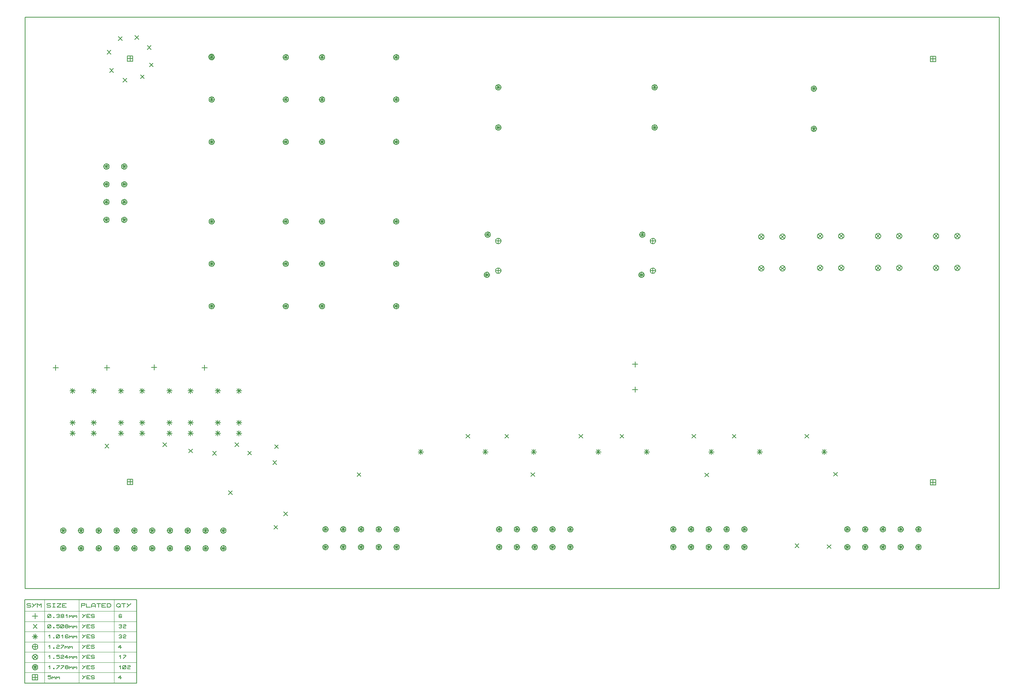
<source format=gbr>
G04 PROTEUS RS274X GERBER FILE*
%FSLAX45Y45*%
%MOMM*%
G01*
%ADD28C,0.203200*%
%ADD44C,0.127000*%
%ADD45C,0.063500*%
D28*
X+2311339Y+12054901D02*
X+2401141Y+11965099D01*
X+2311339Y+11965099D02*
X+2401141Y+12054901D01*
X+2595099Y+13064901D02*
X+2684901Y+12975099D01*
X+2595099Y+12975099D02*
X+2684901Y+13064901D01*
X+2935099Y+12414901D02*
X+3024901Y+12325099D01*
X+2935099Y+12325099D02*
X+3024901Y+12414901D01*
X+1935099Y+12714901D02*
X+2024901Y+12625099D01*
X+1935099Y+12625099D02*
X+2024901Y+12714901D01*
X+2205099Y+13034901D02*
X+2294901Y+12945099D01*
X+2205099Y+12945099D02*
X+2294901Y+13034901D01*
X+2725099Y+12134901D02*
X+2814901Y+12045099D01*
X+2725099Y+12045099D02*
X+2814901Y+12134901D01*
X+2885099Y+12824901D02*
X+2974901Y+12735099D01*
X+2885099Y+12735099D02*
X+2974901Y+12824901D01*
X+1995099Y+12284901D02*
X+2084901Y+12195099D01*
X+1995099Y+12195099D02*
X+2084901Y+12284901D01*
X+13075919Y+3644901D02*
X+13165721Y+3555099D01*
X+13075919Y+3555099D02*
X+13165721Y+3644901D01*
X+10408919Y+3644901D02*
X+10498721Y+3555099D01*
X+10408919Y+3555099D02*
X+10498721Y+3644901D01*
X+15742919Y+3644901D02*
X+15832721Y+3555099D01*
X+15742919Y+3555099D02*
X+15832721Y+3644901D01*
X+14400000Y+5363500D02*
X+14400000Y+5236500D01*
X+14336500Y+5300000D02*
X+14463500Y+5300000D01*
X+14400000Y+4763500D02*
X+14400000Y+4636500D01*
X+14336500Y+4700000D02*
X+14463500Y+4700000D01*
X+723269Y+5283266D02*
X+723269Y+5156266D01*
X+659769Y+5219766D02*
X+786769Y+5219766D01*
X+1933968Y+5283266D02*
X+1933968Y+5156266D01*
X+1870468Y+5219766D02*
X+1997468Y+5219766D01*
X+3045836Y+5288208D02*
X+3045836Y+5161208D01*
X+2982336Y+5224708D02*
X+3109336Y+5224708D01*
X+4236536Y+5283500D02*
X+4236536Y+5156500D01*
X+4173036Y+5220000D02*
X+4300036Y+5220000D01*
X+3861099Y+3297883D02*
X+3950901Y+3208081D01*
X+3861099Y+3208081D02*
X+3950901Y+3297883D01*
X+3254913Y+3444715D02*
X+3344715Y+3354913D01*
X+3254913Y+3354913D02*
X+3344715Y+3444715D01*
X+4425701Y+3238928D02*
X+4515503Y+3149126D01*
X+4425701Y+3149126D02*
X+4515503Y+3238928D01*
X+4801626Y+2310133D02*
X+4891428Y+2220331D01*
X+4801626Y+2220331D02*
X+4891428Y+2310133D01*
X+5890612Y+3396699D02*
X+5980414Y+3306897D01*
X+5890612Y+3306897D02*
X+5980414Y+3396699D01*
X+5255099Y+3244901D02*
X+5344901Y+3155099D01*
X+5255099Y+3155099D02*
X+5344901Y+3244901D01*
X+18177059Y+1055821D02*
X+18266861Y+966019D01*
X+18177059Y+966019D02*
X+18266861Y+1055821D01*
X+18935099Y+1034901D02*
X+19024901Y+945099D01*
X+18935099Y+945099D02*
X+19024901Y+1034901D01*
X+1884497Y+3409299D02*
X+1974299Y+3319497D01*
X+1884497Y+3319497D02*
X+1974299Y+3409299D01*
X+4955099Y+3444901D02*
X+5044901Y+3355099D01*
X+4955099Y+3355099D02*
X+5044901Y+3444901D01*
X+5874990Y+1493526D02*
X+5964792Y+1403724D01*
X+5874990Y+1403724D02*
X+5964792Y+1493526D01*
X+5847495Y+3022363D02*
X+5937297Y+2932561D01*
X+5847495Y+2932561D02*
X+5937297Y+3022363D01*
X+6104057Y+1811914D02*
X+6193859Y+1722112D01*
X+6104057Y+1722112D02*
X+6193859Y+1811914D01*
X+11325099Y+3644901D02*
X+11414901Y+3555099D01*
X+11325099Y+3555099D02*
X+11414901Y+3644901D01*
X+7837579Y+2738013D02*
X+7927381Y+2648211D01*
X+7837579Y+2648211D02*
X+7927381Y+2738013D01*
X+11937579Y+2737540D02*
X+12027381Y+2647738D01*
X+11937579Y+2647738D02*
X+12027381Y+2737540D01*
X+14045099Y+3644901D02*
X+14134901Y+3555099D01*
X+14045099Y+3555099D02*
X+14134901Y+3644901D01*
X+16047579Y+2727764D02*
X+16137381Y+2637962D01*
X+16047579Y+2637962D02*
X+16137381Y+2727764D01*
X+16695389Y+3644901D02*
X+16785191Y+3555099D01*
X+16695389Y+3555099D02*
X+16785191Y+3644901D01*
X+19086318Y+2746120D02*
X+19176120Y+2656318D01*
X+19086318Y+2656318D02*
X+19176120Y+2746120D01*
X+18409919Y+3644901D02*
X+18499721Y+3555099D01*
X+18409919Y+3555099D02*
X+18499721Y+3644901D01*
X+1620000Y+3983500D02*
X+1620000Y+3856500D01*
X+1556500Y+3920000D02*
X+1683500Y+3920000D01*
X+1575099Y+3964901D02*
X+1664901Y+3875099D01*
X+1575099Y+3875099D02*
X+1664901Y+3964901D01*
X+1120000Y+3983500D02*
X+1120000Y+3856500D01*
X+1056500Y+3920000D02*
X+1183500Y+3920000D01*
X+1075099Y+3964901D02*
X+1164901Y+3875099D01*
X+1075099Y+3875099D02*
X+1164901Y+3964901D01*
X+1620000Y+4733500D02*
X+1620000Y+4606500D01*
X+1556500Y+4670000D02*
X+1683500Y+4670000D01*
X+1575099Y+4714901D02*
X+1664901Y+4625099D01*
X+1575099Y+4625099D02*
X+1664901Y+4714901D01*
X+1120000Y+4733500D02*
X+1120000Y+4606500D01*
X+1056500Y+4670000D02*
X+1183500Y+4670000D01*
X+1075099Y+4714901D02*
X+1164901Y+4625099D01*
X+1075099Y+4625099D02*
X+1164901Y+4714901D01*
X+1620000Y+3733500D02*
X+1620000Y+3606500D01*
X+1556500Y+3670000D02*
X+1683500Y+3670000D01*
X+1575099Y+3714901D02*
X+1664901Y+3625099D01*
X+1575099Y+3625099D02*
X+1664901Y+3714901D01*
X+1120000Y+3733500D02*
X+1120000Y+3606500D01*
X+1056500Y+3670000D02*
X+1183500Y+3670000D01*
X+1075099Y+3714901D02*
X+1164901Y+3625099D01*
X+1075099Y+3625099D02*
X+1164901Y+3714901D01*
X+2763000Y+3983500D02*
X+2763000Y+3856500D01*
X+2699500Y+3920000D02*
X+2826500Y+3920000D01*
X+2718099Y+3964901D02*
X+2807901Y+3875099D01*
X+2718099Y+3875099D02*
X+2807901Y+3964901D01*
X+2263000Y+3983500D02*
X+2263000Y+3856500D01*
X+2199500Y+3920000D02*
X+2326500Y+3920000D01*
X+2218099Y+3964901D02*
X+2307901Y+3875099D01*
X+2218099Y+3875099D02*
X+2307901Y+3964901D01*
X+2763000Y+4733500D02*
X+2763000Y+4606500D01*
X+2699500Y+4670000D02*
X+2826500Y+4670000D01*
X+2718099Y+4714901D02*
X+2807901Y+4625099D01*
X+2718099Y+4625099D02*
X+2807901Y+4714901D01*
X+2263000Y+4733500D02*
X+2263000Y+4606500D01*
X+2199500Y+4670000D02*
X+2326500Y+4670000D01*
X+2218099Y+4714901D02*
X+2307901Y+4625099D01*
X+2218099Y+4625099D02*
X+2307901Y+4714901D01*
X+2763000Y+3733500D02*
X+2763000Y+3606500D01*
X+2699500Y+3670000D02*
X+2826500Y+3670000D01*
X+2718099Y+3714901D02*
X+2807901Y+3625099D01*
X+2718099Y+3625099D02*
X+2807901Y+3714901D01*
X+2263000Y+3733500D02*
X+2263000Y+3606500D01*
X+2199500Y+3670000D02*
X+2326500Y+3670000D01*
X+2218099Y+3714901D02*
X+2307901Y+3625099D01*
X+2218099Y+3625099D02*
X+2307901Y+3714901D01*
X+3906000Y+3983500D02*
X+3906000Y+3856500D01*
X+3842500Y+3920000D02*
X+3969500Y+3920000D01*
X+3861099Y+3964901D02*
X+3950901Y+3875099D01*
X+3861099Y+3875099D02*
X+3950901Y+3964901D01*
X+3406000Y+3983500D02*
X+3406000Y+3856500D01*
X+3342500Y+3920000D02*
X+3469500Y+3920000D01*
X+3361099Y+3964901D02*
X+3450901Y+3875099D01*
X+3361099Y+3875099D02*
X+3450901Y+3964901D01*
X+3906000Y+4733500D02*
X+3906000Y+4606500D01*
X+3842500Y+4670000D02*
X+3969500Y+4670000D01*
X+3861099Y+4714901D02*
X+3950901Y+4625099D01*
X+3861099Y+4625099D02*
X+3950901Y+4714901D01*
X+3406000Y+4733500D02*
X+3406000Y+4606500D01*
X+3342500Y+4670000D02*
X+3469500Y+4670000D01*
X+3361099Y+4714901D02*
X+3450901Y+4625099D01*
X+3361099Y+4625099D02*
X+3450901Y+4714901D01*
X+3906000Y+3733500D02*
X+3906000Y+3606500D01*
X+3842500Y+3670000D02*
X+3969500Y+3670000D01*
X+3861099Y+3714901D02*
X+3950901Y+3625099D01*
X+3861099Y+3625099D02*
X+3950901Y+3714901D01*
X+3406000Y+3733500D02*
X+3406000Y+3606500D01*
X+3342500Y+3670000D02*
X+3469500Y+3670000D01*
X+3361099Y+3714901D02*
X+3450901Y+3625099D01*
X+3361099Y+3625099D02*
X+3450901Y+3714901D01*
X+5049000Y+3983500D02*
X+5049000Y+3856500D01*
X+4985500Y+3920000D02*
X+5112500Y+3920000D01*
X+5004099Y+3964901D02*
X+5093901Y+3875099D01*
X+5004099Y+3875099D02*
X+5093901Y+3964901D01*
X+4549000Y+3983500D02*
X+4549000Y+3856500D01*
X+4485500Y+3920000D02*
X+4612500Y+3920000D01*
X+4504099Y+3964901D02*
X+4593901Y+3875099D01*
X+4504099Y+3875099D02*
X+4593901Y+3964901D01*
X+5049000Y+4733500D02*
X+5049000Y+4606500D01*
X+4985500Y+4670000D02*
X+5112500Y+4670000D01*
X+5004099Y+4714901D02*
X+5093901Y+4625099D01*
X+5004099Y+4625099D02*
X+5093901Y+4714901D01*
X+4549000Y+4733500D02*
X+4549000Y+4606500D01*
X+4485500Y+4670000D02*
X+4612500Y+4670000D01*
X+4504099Y+4714901D02*
X+4593901Y+4625099D01*
X+4504099Y+4625099D02*
X+4593901Y+4714901D01*
X+5049000Y+3733500D02*
X+5049000Y+3606500D01*
X+4985500Y+3670000D02*
X+5112500Y+3670000D01*
X+5004099Y+3714901D02*
X+5093901Y+3625099D01*
X+5004099Y+3625099D02*
X+5093901Y+3714901D01*
X+4549000Y+3733500D02*
X+4549000Y+3606500D01*
X+4485500Y+3670000D02*
X+4612500Y+3670000D01*
X+4504099Y+3714901D02*
X+4593901Y+3625099D01*
X+4504099Y+3625099D02*
X+4593901Y+3714901D01*
X+963500Y+1370000D02*
X+963283Y+1375247D01*
X+961518Y+1385742D01*
X+957826Y+1396237D01*
X+951798Y+1406732D01*
X+942576Y+1417112D01*
X+932081Y+1424800D01*
X+921586Y+1429718D01*
X+911091Y+1432524D01*
X+900596Y+1433497D01*
X+900000Y+1433500D01*
X+836500Y+1370000D02*
X+836717Y+1375247D01*
X+838482Y+1385742D01*
X+842174Y+1396237D01*
X+848202Y+1406732D01*
X+857424Y+1417112D01*
X+867919Y+1424800D01*
X+878414Y+1429718D01*
X+888909Y+1432524D01*
X+899404Y+1433497D01*
X+900000Y+1433500D01*
X+836500Y+1370000D02*
X+836717Y+1364753D01*
X+838482Y+1354258D01*
X+842174Y+1343763D01*
X+848202Y+1333268D01*
X+857424Y+1322888D01*
X+867919Y+1315200D01*
X+878414Y+1310282D01*
X+888909Y+1307476D01*
X+899404Y+1306503D01*
X+900000Y+1306500D01*
X+963500Y+1370000D02*
X+963283Y+1364753D01*
X+961518Y+1354258D01*
X+957826Y+1343763D01*
X+951798Y+1333268D01*
X+942576Y+1322888D01*
X+932081Y+1315200D01*
X+921586Y+1310282D01*
X+911091Y+1307476D01*
X+900596Y+1306503D01*
X+900000Y+1306500D01*
X+900000Y+1433500D02*
X+900000Y+1306500D01*
X+836500Y+1370000D02*
X+963500Y+1370000D01*
X+963283Y+1375247D01*
X+961518Y+1385742D01*
X+957826Y+1396237D01*
X+951798Y+1406732D01*
X+942576Y+1417112D01*
X+932081Y+1424800D01*
X+921586Y+1429718D01*
X+911091Y+1432524D01*
X+900596Y+1433497D01*
X+900000Y+1433500D01*
X+836500Y+1370000D02*
X+836717Y+1375247D01*
X+838482Y+1385742D01*
X+842174Y+1396237D01*
X+848202Y+1406732D01*
X+857424Y+1417112D01*
X+867919Y+1424800D01*
X+878414Y+1429718D01*
X+888909Y+1432524D01*
X+899404Y+1433497D01*
X+900000Y+1433500D01*
X+836500Y+1370000D02*
X+836717Y+1364753D01*
X+838482Y+1354258D01*
X+842174Y+1343763D01*
X+848202Y+1333268D01*
X+857424Y+1322888D01*
X+867919Y+1315200D01*
X+878414Y+1310282D01*
X+888909Y+1307476D01*
X+899404Y+1306503D01*
X+900000Y+1306500D01*
X+963500Y+1370000D02*
X+963283Y+1364753D01*
X+961518Y+1354258D01*
X+957826Y+1343763D01*
X+951798Y+1333268D01*
X+942576Y+1322888D01*
X+932081Y+1315200D01*
X+921586Y+1310282D01*
X+911091Y+1307476D01*
X+900596Y+1306503D01*
X+900000Y+1306500D01*
X+855099Y+1414901D02*
X+944901Y+1325099D01*
X+855099Y+1325099D02*
X+944901Y+1414901D01*
X+963500Y+950000D02*
X+963283Y+955247D01*
X+961518Y+965742D01*
X+957826Y+976237D01*
X+951798Y+986732D01*
X+942576Y+997112D01*
X+932081Y+1004800D01*
X+921586Y+1009718D01*
X+911091Y+1012524D01*
X+900596Y+1013497D01*
X+900000Y+1013500D01*
X+836500Y+950000D02*
X+836717Y+955247D01*
X+838482Y+965742D01*
X+842174Y+976237D01*
X+848202Y+986732D01*
X+857424Y+997112D01*
X+867919Y+1004800D01*
X+878414Y+1009718D01*
X+888909Y+1012524D01*
X+899404Y+1013497D01*
X+900000Y+1013500D01*
X+836500Y+950000D02*
X+836717Y+944753D01*
X+838482Y+934258D01*
X+842174Y+923763D01*
X+848202Y+913268D01*
X+857424Y+902888D01*
X+867919Y+895200D01*
X+878414Y+890282D01*
X+888909Y+887476D01*
X+899404Y+886503D01*
X+900000Y+886500D01*
X+963500Y+950000D02*
X+963283Y+944753D01*
X+961518Y+934258D01*
X+957826Y+923763D01*
X+951798Y+913268D01*
X+942576Y+902888D01*
X+932081Y+895200D01*
X+921586Y+890282D01*
X+911091Y+887476D01*
X+900596Y+886503D01*
X+900000Y+886500D01*
X+900000Y+1013500D02*
X+900000Y+886500D01*
X+836500Y+950000D02*
X+963500Y+950000D01*
X+963283Y+955247D01*
X+961518Y+965742D01*
X+957826Y+976237D01*
X+951798Y+986732D01*
X+942576Y+997112D01*
X+932081Y+1004800D01*
X+921586Y+1009718D01*
X+911091Y+1012524D01*
X+900596Y+1013497D01*
X+900000Y+1013500D01*
X+836500Y+950000D02*
X+836717Y+955247D01*
X+838482Y+965742D01*
X+842174Y+976237D01*
X+848202Y+986732D01*
X+857424Y+997112D01*
X+867919Y+1004800D01*
X+878414Y+1009718D01*
X+888909Y+1012524D01*
X+899404Y+1013497D01*
X+900000Y+1013500D01*
X+836500Y+950000D02*
X+836717Y+944753D01*
X+838482Y+934258D01*
X+842174Y+923763D01*
X+848202Y+913268D01*
X+857424Y+902888D01*
X+867919Y+895200D01*
X+878414Y+890282D01*
X+888909Y+887476D01*
X+899404Y+886503D01*
X+900000Y+886500D01*
X+963500Y+950000D02*
X+963283Y+944753D01*
X+961518Y+934258D01*
X+957826Y+923763D01*
X+951798Y+913268D01*
X+942576Y+902888D01*
X+932081Y+895200D01*
X+921586Y+890282D01*
X+911091Y+887476D01*
X+900596Y+886503D01*
X+900000Y+886500D01*
X+855099Y+994901D02*
X+944901Y+905099D01*
X+855099Y+905099D02*
X+944901Y+994901D01*
X+1383500Y+1370000D02*
X+1383283Y+1375247D01*
X+1381518Y+1385742D01*
X+1377826Y+1396237D01*
X+1371798Y+1406732D01*
X+1362576Y+1417112D01*
X+1352081Y+1424800D01*
X+1341586Y+1429718D01*
X+1331091Y+1432524D01*
X+1320596Y+1433497D01*
X+1320000Y+1433500D01*
X+1256500Y+1370000D02*
X+1256717Y+1375247D01*
X+1258482Y+1385742D01*
X+1262174Y+1396237D01*
X+1268202Y+1406732D01*
X+1277424Y+1417112D01*
X+1287919Y+1424800D01*
X+1298414Y+1429718D01*
X+1308909Y+1432524D01*
X+1319404Y+1433497D01*
X+1320000Y+1433500D01*
X+1256500Y+1370000D02*
X+1256717Y+1364753D01*
X+1258482Y+1354258D01*
X+1262174Y+1343763D01*
X+1268202Y+1333268D01*
X+1277424Y+1322888D01*
X+1287919Y+1315200D01*
X+1298414Y+1310282D01*
X+1308909Y+1307476D01*
X+1319404Y+1306503D01*
X+1320000Y+1306500D01*
X+1383500Y+1370000D02*
X+1383283Y+1364753D01*
X+1381518Y+1354258D01*
X+1377826Y+1343763D01*
X+1371798Y+1333268D01*
X+1362576Y+1322888D01*
X+1352081Y+1315200D01*
X+1341586Y+1310282D01*
X+1331091Y+1307476D01*
X+1320596Y+1306503D01*
X+1320000Y+1306500D01*
X+1320000Y+1433500D02*
X+1320000Y+1306500D01*
X+1256500Y+1370000D02*
X+1383500Y+1370000D01*
X+1383283Y+1375247D01*
X+1381518Y+1385742D01*
X+1377826Y+1396237D01*
X+1371798Y+1406732D01*
X+1362576Y+1417112D01*
X+1352081Y+1424800D01*
X+1341586Y+1429718D01*
X+1331091Y+1432524D01*
X+1320596Y+1433497D01*
X+1320000Y+1433500D01*
X+1256500Y+1370000D02*
X+1256717Y+1375247D01*
X+1258482Y+1385742D01*
X+1262174Y+1396237D01*
X+1268202Y+1406732D01*
X+1277424Y+1417112D01*
X+1287919Y+1424800D01*
X+1298414Y+1429718D01*
X+1308909Y+1432524D01*
X+1319404Y+1433497D01*
X+1320000Y+1433500D01*
X+1256500Y+1370000D02*
X+1256717Y+1364753D01*
X+1258482Y+1354258D01*
X+1262174Y+1343763D01*
X+1268202Y+1333268D01*
X+1277424Y+1322888D01*
X+1287919Y+1315200D01*
X+1298414Y+1310282D01*
X+1308909Y+1307476D01*
X+1319404Y+1306503D01*
X+1320000Y+1306500D01*
X+1383500Y+1370000D02*
X+1383283Y+1364753D01*
X+1381518Y+1354258D01*
X+1377826Y+1343763D01*
X+1371798Y+1333268D01*
X+1362576Y+1322888D01*
X+1352081Y+1315200D01*
X+1341586Y+1310282D01*
X+1331091Y+1307476D01*
X+1320596Y+1306503D01*
X+1320000Y+1306500D01*
X+1275099Y+1414901D02*
X+1364901Y+1325099D01*
X+1275099Y+1325099D02*
X+1364901Y+1414901D01*
X+1383500Y+950000D02*
X+1383283Y+955247D01*
X+1381518Y+965742D01*
X+1377826Y+976237D01*
X+1371798Y+986732D01*
X+1362576Y+997112D01*
X+1352081Y+1004800D01*
X+1341586Y+1009718D01*
X+1331091Y+1012524D01*
X+1320596Y+1013497D01*
X+1320000Y+1013500D01*
X+1256500Y+950000D02*
X+1256717Y+955247D01*
X+1258482Y+965742D01*
X+1262174Y+976237D01*
X+1268202Y+986732D01*
X+1277424Y+997112D01*
X+1287919Y+1004800D01*
X+1298414Y+1009718D01*
X+1308909Y+1012524D01*
X+1319404Y+1013497D01*
X+1320000Y+1013500D01*
X+1256500Y+950000D02*
X+1256717Y+944753D01*
X+1258482Y+934258D01*
X+1262174Y+923763D01*
X+1268202Y+913268D01*
X+1277424Y+902888D01*
X+1287919Y+895200D01*
X+1298414Y+890282D01*
X+1308909Y+887476D01*
X+1319404Y+886503D01*
X+1320000Y+886500D01*
X+1383500Y+950000D02*
X+1383283Y+944753D01*
X+1381518Y+934258D01*
X+1377826Y+923763D01*
X+1371798Y+913268D01*
X+1362576Y+902888D01*
X+1352081Y+895200D01*
X+1341586Y+890282D01*
X+1331091Y+887476D01*
X+1320596Y+886503D01*
X+1320000Y+886500D01*
X+1320000Y+1013500D02*
X+1320000Y+886500D01*
X+1256500Y+950000D02*
X+1383500Y+950000D01*
X+1383283Y+955247D01*
X+1381518Y+965742D01*
X+1377826Y+976237D01*
X+1371798Y+986732D01*
X+1362576Y+997112D01*
X+1352081Y+1004800D01*
X+1341586Y+1009718D01*
X+1331091Y+1012524D01*
X+1320596Y+1013497D01*
X+1320000Y+1013500D01*
X+1256500Y+950000D02*
X+1256717Y+955247D01*
X+1258482Y+965742D01*
X+1262174Y+976237D01*
X+1268202Y+986732D01*
X+1277424Y+997112D01*
X+1287919Y+1004800D01*
X+1298414Y+1009718D01*
X+1308909Y+1012524D01*
X+1319404Y+1013497D01*
X+1320000Y+1013500D01*
X+1256500Y+950000D02*
X+1256717Y+944753D01*
X+1258482Y+934258D01*
X+1262174Y+923763D01*
X+1268202Y+913268D01*
X+1277424Y+902888D01*
X+1287919Y+895200D01*
X+1298414Y+890282D01*
X+1308909Y+887476D01*
X+1319404Y+886503D01*
X+1320000Y+886500D01*
X+1383500Y+950000D02*
X+1383283Y+944753D01*
X+1381518Y+934258D01*
X+1377826Y+923763D01*
X+1371798Y+913268D01*
X+1362576Y+902888D01*
X+1352081Y+895200D01*
X+1341586Y+890282D01*
X+1331091Y+887476D01*
X+1320596Y+886503D01*
X+1320000Y+886500D01*
X+1275099Y+994901D02*
X+1364901Y+905099D01*
X+1275099Y+905099D02*
X+1364901Y+994901D01*
X+1803500Y+1370000D02*
X+1803283Y+1375247D01*
X+1801518Y+1385742D01*
X+1797826Y+1396237D01*
X+1791798Y+1406732D01*
X+1782576Y+1417112D01*
X+1772081Y+1424800D01*
X+1761586Y+1429718D01*
X+1751091Y+1432524D01*
X+1740596Y+1433497D01*
X+1740000Y+1433500D01*
X+1676500Y+1370000D02*
X+1676717Y+1375247D01*
X+1678482Y+1385742D01*
X+1682174Y+1396237D01*
X+1688202Y+1406732D01*
X+1697424Y+1417112D01*
X+1707919Y+1424800D01*
X+1718414Y+1429718D01*
X+1728909Y+1432524D01*
X+1739404Y+1433497D01*
X+1740000Y+1433500D01*
X+1676500Y+1370000D02*
X+1676717Y+1364753D01*
X+1678482Y+1354258D01*
X+1682174Y+1343763D01*
X+1688202Y+1333268D01*
X+1697424Y+1322888D01*
X+1707919Y+1315200D01*
X+1718414Y+1310282D01*
X+1728909Y+1307476D01*
X+1739404Y+1306503D01*
X+1740000Y+1306500D01*
X+1803500Y+1370000D02*
X+1803283Y+1364753D01*
X+1801518Y+1354258D01*
X+1797826Y+1343763D01*
X+1791798Y+1333268D01*
X+1782576Y+1322888D01*
X+1772081Y+1315200D01*
X+1761586Y+1310282D01*
X+1751091Y+1307476D01*
X+1740596Y+1306503D01*
X+1740000Y+1306500D01*
X+1740000Y+1433500D02*
X+1740000Y+1306500D01*
X+1676500Y+1370000D02*
X+1803500Y+1370000D01*
X+1803283Y+1375247D01*
X+1801518Y+1385742D01*
X+1797826Y+1396237D01*
X+1791798Y+1406732D01*
X+1782576Y+1417112D01*
X+1772081Y+1424800D01*
X+1761586Y+1429718D01*
X+1751091Y+1432524D01*
X+1740596Y+1433497D01*
X+1740000Y+1433500D01*
X+1676500Y+1370000D02*
X+1676717Y+1375247D01*
X+1678482Y+1385742D01*
X+1682174Y+1396237D01*
X+1688202Y+1406732D01*
X+1697424Y+1417112D01*
X+1707919Y+1424800D01*
X+1718414Y+1429718D01*
X+1728909Y+1432524D01*
X+1739404Y+1433497D01*
X+1740000Y+1433500D01*
X+1676500Y+1370000D02*
X+1676717Y+1364753D01*
X+1678482Y+1354258D01*
X+1682174Y+1343763D01*
X+1688202Y+1333268D01*
X+1697424Y+1322888D01*
X+1707919Y+1315200D01*
X+1718414Y+1310282D01*
X+1728909Y+1307476D01*
X+1739404Y+1306503D01*
X+1740000Y+1306500D01*
X+1803500Y+1370000D02*
X+1803283Y+1364753D01*
X+1801518Y+1354258D01*
X+1797826Y+1343763D01*
X+1791798Y+1333268D01*
X+1782576Y+1322888D01*
X+1772081Y+1315200D01*
X+1761586Y+1310282D01*
X+1751091Y+1307476D01*
X+1740596Y+1306503D01*
X+1740000Y+1306500D01*
X+1695099Y+1414901D02*
X+1784901Y+1325099D01*
X+1695099Y+1325099D02*
X+1784901Y+1414901D01*
X+1803500Y+950000D02*
X+1803283Y+955247D01*
X+1801518Y+965742D01*
X+1797826Y+976237D01*
X+1791798Y+986732D01*
X+1782576Y+997112D01*
X+1772081Y+1004800D01*
X+1761586Y+1009718D01*
X+1751091Y+1012524D01*
X+1740596Y+1013497D01*
X+1740000Y+1013500D01*
X+1676500Y+950000D02*
X+1676717Y+955247D01*
X+1678482Y+965742D01*
X+1682174Y+976237D01*
X+1688202Y+986732D01*
X+1697424Y+997112D01*
X+1707919Y+1004800D01*
X+1718414Y+1009718D01*
X+1728909Y+1012524D01*
X+1739404Y+1013497D01*
X+1740000Y+1013500D01*
X+1676500Y+950000D02*
X+1676717Y+944753D01*
X+1678482Y+934258D01*
X+1682174Y+923763D01*
X+1688202Y+913268D01*
X+1697424Y+902888D01*
X+1707919Y+895200D01*
X+1718414Y+890282D01*
X+1728909Y+887476D01*
X+1739404Y+886503D01*
X+1740000Y+886500D01*
X+1803500Y+950000D02*
X+1803283Y+944753D01*
X+1801518Y+934258D01*
X+1797826Y+923763D01*
X+1791798Y+913268D01*
X+1782576Y+902888D01*
X+1772081Y+895200D01*
X+1761586Y+890282D01*
X+1751091Y+887476D01*
X+1740596Y+886503D01*
X+1740000Y+886500D01*
X+1740000Y+1013500D02*
X+1740000Y+886500D01*
X+1676500Y+950000D02*
X+1803500Y+950000D01*
X+1803283Y+955247D01*
X+1801518Y+965742D01*
X+1797826Y+976237D01*
X+1791798Y+986732D01*
X+1782576Y+997112D01*
X+1772081Y+1004800D01*
X+1761586Y+1009718D01*
X+1751091Y+1012524D01*
X+1740596Y+1013497D01*
X+1740000Y+1013500D01*
X+1676500Y+950000D02*
X+1676717Y+955247D01*
X+1678482Y+965742D01*
X+1682174Y+976237D01*
X+1688202Y+986732D01*
X+1697424Y+997112D01*
X+1707919Y+1004800D01*
X+1718414Y+1009718D01*
X+1728909Y+1012524D01*
X+1739404Y+1013497D01*
X+1740000Y+1013500D01*
X+1676500Y+950000D02*
X+1676717Y+944753D01*
X+1678482Y+934258D01*
X+1682174Y+923763D01*
X+1688202Y+913268D01*
X+1697424Y+902888D01*
X+1707919Y+895200D01*
X+1718414Y+890282D01*
X+1728909Y+887476D01*
X+1739404Y+886503D01*
X+1740000Y+886500D01*
X+1803500Y+950000D02*
X+1803283Y+944753D01*
X+1801518Y+934258D01*
X+1797826Y+923763D01*
X+1791798Y+913268D01*
X+1782576Y+902888D01*
X+1772081Y+895200D01*
X+1761586Y+890282D01*
X+1751091Y+887476D01*
X+1740596Y+886503D01*
X+1740000Y+886500D01*
X+1695099Y+994901D02*
X+1784901Y+905099D01*
X+1695099Y+905099D02*
X+1784901Y+994901D01*
X+2223500Y+1370000D02*
X+2223283Y+1375247D01*
X+2221518Y+1385742D01*
X+2217826Y+1396237D01*
X+2211798Y+1406732D01*
X+2202576Y+1417112D01*
X+2192081Y+1424800D01*
X+2181586Y+1429718D01*
X+2171091Y+1432524D01*
X+2160596Y+1433497D01*
X+2160000Y+1433500D01*
X+2096500Y+1370000D02*
X+2096717Y+1375247D01*
X+2098482Y+1385742D01*
X+2102174Y+1396237D01*
X+2108202Y+1406732D01*
X+2117424Y+1417112D01*
X+2127919Y+1424800D01*
X+2138414Y+1429718D01*
X+2148909Y+1432524D01*
X+2159404Y+1433497D01*
X+2160000Y+1433500D01*
X+2096500Y+1370000D02*
X+2096717Y+1364753D01*
X+2098482Y+1354258D01*
X+2102174Y+1343763D01*
X+2108202Y+1333268D01*
X+2117424Y+1322888D01*
X+2127919Y+1315200D01*
X+2138414Y+1310282D01*
X+2148909Y+1307476D01*
X+2159404Y+1306503D01*
X+2160000Y+1306500D01*
X+2223500Y+1370000D02*
X+2223283Y+1364753D01*
X+2221518Y+1354258D01*
X+2217826Y+1343763D01*
X+2211798Y+1333268D01*
X+2202576Y+1322888D01*
X+2192081Y+1315200D01*
X+2181586Y+1310282D01*
X+2171091Y+1307476D01*
X+2160596Y+1306503D01*
X+2160000Y+1306500D01*
X+2160000Y+1433500D02*
X+2160000Y+1306500D01*
X+2096500Y+1370000D02*
X+2223500Y+1370000D01*
X+2223283Y+1375247D01*
X+2221518Y+1385742D01*
X+2217826Y+1396237D01*
X+2211798Y+1406732D01*
X+2202576Y+1417112D01*
X+2192081Y+1424800D01*
X+2181586Y+1429718D01*
X+2171091Y+1432524D01*
X+2160596Y+1433497D01*
X+2160000Y+1433500D01*
X+2096500Y+1370000D02*
X+2096717Y+1375247D01*
X+2098482Y+1385742D01*
X+2102174Y+1396237D01*
X+2108202Y+1406732D01*
X+2117424Y+1417112D01*
X+2127919Y+1424800D01*
X+2138414Y+1429718D01*
X+2148909Y+1432524D01*
X+2159404Y+1433497D01*
X+2160000Y+1433500D01*
X+2096500Y+1370000D02*
X+2096717Y+1364753D01*
X+2098482Y+1354258D01*
X+2102174Y+1343763D01*
X+2108202Y+1333268D01*
X+2117424Y+1322888D01*
X+2127919Y+1315200D01*
X+2138414Y+1310282D01*
X+2148909Y+1307476D01*
X+2159404Y+1306503D01*
X+2160000Y+1306500D01*
X+2223500Y+1370000D02*
X+2223283Y+1364753D01*
X+2221518Y+1354258D01*
X+2217826Y+1343763D01*
X+2211798Y+1333268D01*
X+2202576Y+1322888D01*
X+2192081Y+1315200D01*
X+2181586Y+1310282D01*
X+2171091Y+1307476D01*
X+2160596Y+1306503D01*
X+2160000Y+1306500D01*
X+2115099Y+1414901D02*
X+2204901Y+1325099D01*
X+2115099Y+1325099D02*
X+2204901Y+1414901D01*
X+2223500Y+950000D02*
X+2223283Y+955247D01*
X+2221518Y+965742D01*
X+2217826Y+976237D01*
X+2211798Y+986732D01*
X+2202576Y+997112D01*
X+2192081Y+1004800D01*
X+2181586Y+1009718D01*
X+2171091Y+1012524D01*
X+2160596Y+1013497D01*
X+2160000Y+1013500D01*
X+2096500Y+950000D02*
X+2096717Y+955247D01*
X+2098482Y+965742D01*
X+2102174Y+976237D01*
X+2108202Y+986732D01*
X+2117424Y+997112D01*
X+2127919Y+1004800D01*
X+2138414Y+1009718D01*
X+2148909Y+1012524D01*
X+2159404Y+1013497D01*
X+2160000Y+1013500D01*
X+2096500Y+950000D02*
X+2096717Y+944753D01*
X+2098482Y+934258D01*
X+2102174Y+923763D01*
X+2108202Y+913268D01*
X+2117424Y+902888D01*
X+2127919Y+895200D01*
X+2138414Y+890282D01*
X+2148909Y+887476D01*
X+2159404Y+886503D01*
X+2160000Y+886500D01*
X+2223500Y+950000D02*
X+2223283Y+944753D01*
X+2221518Y+934258D01*
X+2217826Y+923763D01*
X+2211798Y+913268D01*
X+2202576Y+902888D01*
X+2192081Y+895200D01*
X+2181586Y+890282D01*
X+2171091Y+887476D01*
X+2160596Y+886503D01*
X+2160000Y+886500D01*
X+2160000Y+1013500D02*
X+2160000Y+886500D01*
X+2096500Y+950000D02*
X+2223500Y+950000D01*
X+2223283Y+955247D01*
X+2221518Y+965742D01*
X+2217826Y+976237D01*
X+2211798Y+986732D01*
X+2202576Y+997112D01*
X+2192081Y+1004800D01*
X+2181586Y+1009718D01*
X+2171091Y+1012524D01*
X+2160596Y+1013497D01*
X+2160000Y+1013500D01*
X+2096500Y+950000D02*
X+2096717Y+955247D01*
X+2098482Y+965742D01*
X+2102174Y+976237D01*
X+2108202Y+986732D01*
X+2117424Y+997112D01*
X+2127919Y+1004800D01*
X+2138414Y+1009718D01*
X+2148909Y+1012524D01*
X+2159404Y+1013497D01*
X+2160000Y+1013500D01*
X+2096500Y+950000D02*
X+2096717Y+944753D01*
X+2098482Y+934258D01*
X+2102174Y+923763D01*
X+2108202Y+913268D01*
X+2117424Y+902888D01*
X+2127919Y+895200D01*
X+2138414Y+890282D01*
X+2148909Y+887476D01*
X+2159404Y+886503D01*
X+2160000Y+886500D01*
X+2223500Y+950000D02*
X+2223283Y+944753D01*
X+2221518Y+934258D01*
X+2217826Y+923763D01*
X+2211798Y+913268D01*
X+2202576Y+902888D01*
X+2192081Y+895200D01*
X+2181586Y+890282D01*
X+2171091Y+887476D01*
X+2160596Y+886503D01*
X+2160000Y+886500D01*
X+2115099Y+994901D02*
X+2204901Y+905099D01*
X+2115099Y+905099D02*
X+2204901Y+994901D01*
X+2643500Y+1370000D02*
X+2643283Y+1375247D01*
X+2641518Y+1385742D01*
X+2637826Y+1396237D01*
X+2631798Y+1406732D01*
X+2622576Y+1417112D01*
X+2612081Y+1424800D01*
X+2601586Y+1429718D01*
X+2591091Y+1432524D01*
X+2580596Y+1433497D01*
X+2580000Y+1433500D01*
X+2516500Y+1370000D02*
X+2516717Y+1375247D01*
X+2518482Y+1385742D01*
X+2522174Y+1396237D01*
X+2528202Y+1406732D01*
X+2537424Y+1417112D01*
X+2547919Y+1424800D01*
X+2558414Y+1429718D01*
X+2568909Y+1432524D01*
X+2579404Y+1433497D01*
X+2580000Y+1433500D01*
X+2516500Y+1370000D02*
X+2516717Y+1364753D01*
X+2518482Y+1354258D01*
X+2522174Y+1343763D01*
X+2528202Y+1333268D01*
X+2537424Y+1322888D01*
X+2547919Y+1315200D01*
X+2558414Y+1310282D01*
X+2568909Y+1307476D01*
X+2579404Y+1306503D01*
X+2580000Y+1306500D01*
X+2643500Y+1370000D02*
X+2643283Y+1364753D01*
X+2641518Y+1354258D01*
X+2637826Y+1343763D01*
X+2631798Y+1333268D01*
X+2622576Y+1322888D01*
X+2612081Y+1315200D01*
X+2601586Y+1310282D01*
X+2591091Y+1307476D01*
X+2580596Y+1306503D01*
X+2580000Y+1306500D01*
X+2580000Y+1433500D02*
X+2580000Y+1306500D01*
X+2516500Y+1370000D02*
X+2643500Y+1370000D01*
X+2643283Y+1375247D01*
X+2641518Y+1385742D01*
X+2637826Y+1396237D01*
X+2631798Y+1406732D01*
X+2622576Y+1417112D01*
X+2612081Y+1424800D01*
X+2601586Y+1429718D01*
X+2591091Y+1432524D01*
X+2580596Y+1433497D01*
X+2580000Y+1433500D01*
X+2516500Y+1370000D02*
X+2516717Y+1375247D01*
X+2518482Y+1385742D01*
X+2522174Y+1396237D01*
X+2528202Y+1406732D01*
X+2537424Y+1417112D01*
X+2547919Y+1424800D01*
X+2558414Y+1429718D01*
X+2568909Y+1432524D01*
X+2579404Y+1433497D01*
X+2580000Y+1433500D01*
X+2516500Y+1370000D02*
X+2516717Y+1364753D01*
X+2518482Y+1354258D01*
X+2522174Y+1343763D01*
X+2528202Y+1333268D01*
X+2537424Y+1322888D01*
X+2547919Y+1315200D01*
X+2558414Y+1310282D01*
X+2568909Y+1307476D01*
X+2579404Y+1306503D01*
X+2580000Y+1306500D01*
X+2643500Y+1370000D02*
X+2643283Y+1364753D01*
X+2641518Y+1354258D01*
X+2637826Y+1343763D01*
X+2631798Y+1333268D01*
X+2622576Y+1322888D01*
X+2612081Y+1315200D01*
X+2601586Y+1310282D01*
X+2591091Y+1307476D01*
X+2580596Y+1306503D01*
X+2580000Y+1306500D01*
X+2535099Y+1414901D02*
X+2624901Y+1325099D01*
X+2535099Y+1325099D02*
X+2624901Y+1414901D01*
X+2643500Y+950000D02*
X+2643283Y+955247D01*
X+2641518Y+965742D01*
X+2637826Y+976237D01*
X+2631798Y+986732D01*
X+2622576Y+997112D01*
X+2612081Y+1004800D01*
X+2601586Y+1009718D01*
X+2591091Y+1012524D01*
X+2580596Y+1013497D01*
X+2580000Y+1013500D01*
X+2516500Y+950000D02*
X+2516717Y+955247D01*
X+2518482Y+965742D01*
X+2522174Y+976237D01*
X+2528202Y+986732D01*
X+2537424Y+997112D01*
X+2547919Y+1004800D01*
X+2558414Y+1009718D01*
X+2568909Y+1012524D01*
X+2579404Y+1013497D01*
X+2580000Y+1013500D01*
X+2516500Y+950000D02*
X+2516717Y+944753D01*
X+2518482Y+934258D01*
X+2522174Y+923763D01*
X+2528202Y+913268D01*
X+2537424Y+902888D01*
X+2547919Y+895200D01*
X+2558414Y+890282D01*
X+2568909Y+887476D01*
X+2579404Y+886503D01*
X+2580000Y+886500D01*
X+2643500Y+950000D02*
X+2643283Y+944753D01*
X+2641518Y+934258D01*
X+2637826Y+923763D01*
X+2631798Y+913268D01*
X+2622576Y+902888D01*
X+2612081Y+895200D01*
X+2601586Y+890282D01*
X+2591091Y+887476D01*
X+2580596Y+886503D01*
X+2580000Y+886500D01*
X+2580000Y+1013500D02*
X+2580000Y+886500D01*
X+2516500Y+950000D02*
X+2643500Y+950000D01*
X+2643283Y+955247D01*
X+2641518Y+965742D01*
X+2637826Y+976237D01*
X+2631798Y+986732D01*
X+2622576Y+997112D01*
X+2612081Y+1004800D01*
X+2601586Y+1009718D01*
X+2591091Y+1012524D01*
X+2580596Y+1013497D01*
X+2580000Y+1013500D01*
X+2516500Y+950000D02*
X+2516717Y+955247D01*
X+2518482Y+965742D01*
X+2522174Y+976237D01*
X+2528202Y+986732D01*
X+2537424Y+997112D01*
X+2547919Y+1004800D01*
X+2558414Y+1009718D01*
X+2568909Y+1012524D01*
X+2579404Y+1013497D01*
X+2580000Y+1013500D01*
X+2516500Y+950000D02*
X+2516717Y+944753D01*
X+2518482Y+934258D01*
X+2522174Y+923763D01*
X+2528202Y+913268D01*
X+2537424Y+902888D01*
X+2547919Y+895200D01*
X+2558414Y+890282D01*
X+2568909Y+887476D01*
X+2579404Y+886503D01*
X+2580000Y+886500D01*
X+2643500Y+950000D02*
X+2643283Y+944753D01*
X+2641518Y+934258D01*
X+2637826Y+923763D01*
X+2631798Y+913268D01*
X+2622576Y+902888D01*
X+2612081Y+895200D01*
X+2601586Y+890282D01*
X+2591091Y+887476D01*
X+2580596Y+886503D01*
X+2580000Y+886500D01*
X+2535099Y+994901D02*
X+2624901Y+905099D01*
X+2535099Y+905099D02*
X+2624901Y+994901D01*
X+3063500Y+1370000D02*
X+3063283Y+1375247D01*
X+3061518Y+1385742D01*
X+3057826Y+1396237D01*
X+3051798Y+1406732D01*
X+3042576Y+1417112D01*
X+3032081Y+1424800D01*
X+3021586Y+1429718D01*
X+3011091Y+1432524D01*
X+3000596Y+1433497D01*
X+3000000Y+1433500D01*
X+2936500Y+1370000D02*
X+2936717Y+1375247D01*
X+2938482Y+1385742D01*
X+2942174Y+1396237D01*
X+2948202Y+1406732D01*
X+2957424Y+1417112D01*
X+2967919Y+1424800D01*
X+2978414Y+1429718D01*
X+2988909Y+1432524D01*
X+2999404Y+1433497D01*
X+3000000Y+1433500D01*
X+2936500Y+1370000D02*
X+2936717Y+1364753D01*
X+2938482Y+1354258D01*
X+2942174Y+1343763D01*
X+2948202Y+1333268D01*
X+2957424Y+1322888D01*
X+2967919Y+1315200D01*
X+2978414Y+1310282D01*
X+2988909Y+1307476D01*
X+2999404Y+1306503D01*
X+3000000Y+1306500D01*
X+3063500Y+1370000D02*
X+3063283Y+1364753D01*
X+3061518Y+1354258D01*
X+3057826Y+1343763D01*
X+3051798Y+1333268D01*
X+3042576Y+1322888D01*
X+3032081Y+1315200D01*
X+3021586Y+1310282D01*
X+3011091Y+1307476D01*
X+3000596Y+1306503D01*
X+3000000Y+1306500D01*
X+3000000Y+1433500D02*
X+3000000Y+1306500D01*
X+2936500Y+1370000D02*
X+3063500Y+1370000D01*
X+3063283Y+1375247D01*
X+3061518Y+1385742D01*
X+3057826Y+1396237D01*
X+3051798Y+1406732D01*
X+3042576Y+1417112D01*
X+3032081Y+1424800D01*
X+3021586Y+1429718D01*
X+3011091Y+1432524D01*
X+3000596Y+1433497D01*
X+3000000Y+1433500D01*
X+2936500Y+1370000D02*
X+2936717Y+1375247D01*
X+2938482Y+1385742D01*
X+2942174Y+1396237D01*
X+2948202Y+1406732D01*
X+2957424Y+1417112D01*
X+2967919Y+1424800D01*
X+2978414Y+1429718D01*
X+2988909Y+1432524D01*
X+2999404Y+1433497D01*
X+3000000Y+1433500D01*
X+2936500Y+1370000D02*
X+2936717Y+1364753D01*
X+2938482Y+1354258D01*
X+2942174Y+1343763D01*
X+2948202Y+1333268D01*
X+2957424Y+1322888D01*
X+2967919Y+1315200D01*
X+2978414Y+1310282D01*
X+2988909Y+1307476D01*
X+2999404Y+1306503D01*
X+3000000Y+1306500D01*
X+3063500Y+1370000D02*
X+3063283Y+1364753D01*
X+3061518Y+1354258D01*
X+3057826Y+1343763D01*
X+3051798Y+1333268D01*
X+3042576Y+1322888D01*
X+3032081Y+1315200D01*
X+3021586Y+1310282D01*
X+3011091Y+1307476D01*
X+3000596Y+1306503D01*
X+3000000Y+1306500D01*
X+2955099Y+1414901D02*
X+3044901Y+1325099D01*
X+2955099Y+1325099D02*
X+3044901Y+1414901D01*
X+3063500Y+950000D02*
X+3063283Y+955247D01*
X+3061518Y+965742D01*
X+3057826Y+976237D01*
X+3051798Y+986732D01*
X+3042576Y+997112D01*
X+3032081Y+1004800D01*
X+3021586Y+1009718D01*
X+3011091Y+1012524D01*
X+3000596Y+1013497D01*
X+3000000Y+1013500D01*
X+2936500Y+950000D02*
X+2936717Y+955247D01*
X+2938482Y+965742D01*
X+2942174Y+976237D01*
X+2948202Y+986732D01*
X+2957424Y+997112D01*
X+2967919Y+1004800D01*
X+2978414Y+1009718D01*
X+2988909Y+1012524D01*
X+2999404Y+1013497D01*
X+3000000Y+1013500D01*
X+2936500Y+950000D02*
X+2936717Y+944753D01*
X+2938482Y+934258D01*
X+2942174Y+923763D01*
X+2948202Y+913268D01*
X+2957424Y+902888D01*
X+2967919Y+895200D01*
X+2978414Y+890282D01*
X+2988909Y+887476D01*
X+2999404Y+886503D01*
X+3000000Y+886500D01*
X+3063500Y+950000D02*
X+3063283Y+944753D01*
X+3061518Y+934258D01*
X+3057826Y+923763D01*
X+3051798Y+913268D01*
X+3042576Y+902888D01*
X+3032081Y+895200D01*
X+3021586Y+890282D01*
X+3011091Y+887476D01*
X+3000596Y+886503D01*
X+3000000Y+886500D01*
X+3000000Y+1013500D02*
X+3000000Y+886500D01*
X+2936500Y+950000D02*
X+3063500Y+950000D01*
X+3063283Y+955247D01*
X+3061518Y+965742D01*
X+3057826Y+976237D01*
X+3051798Y+986732D01*
X+3042576Y+997112D01*
X+3032081Y+1004800D01*
X+3021586Y+1009718D01*
X+3011091Y+1012524D01*
X+3000596Y+1013497D01*
X+3000000Y+1013500D01*
X+2936500Y+950000D02*
X+2936717Y+955247D01*
X+2938482Y+965742D01*
X+2942174Y+976237D01*
X+2948202Y+986732D01*
X+2957424Y+997112D01*
X+2967919Y+1004800D01*
X+2978414Y+1009718D01*
X+2988909Y+1012524D01*
X+2999404Y+1013497D01*
X+3000000Y+1013500D01*
X+2936500Y+950000D02*
X+2936717Y+944753D01*
X+2938482Y+934258D01*
X+2942174Y+923763D01*
X+2948202Y+913268D01*
X+2957424Y+902888D01*
X+2967919Y+895200D01*
X+2978414Y+890282D01*
X+2988909Y+887476D01*
X+2999404Y+886503D01*
X+3000000Y+886500D01*
X+3063500Y+950000D02*
X+3063283Y+944753D01*
X+3061518Y+934258D01*
X+3057826Y+923763D01*
X+3051798Y+913268D01*
X+3042576Y+902888D01*
X+3032081Y+895200D01*
X+3021586Y+890282D01*
X+3011091Y+887476D01*
X+3000596Y+886503D01*
X+3000000Y+886500D01*
X+2955099Y+994901D02*
X+3044901Y+905099D01*
X+2955099Y+905099D02*
X+3044901Y+994901D01*
X+3483500Y+1370000D02*
X+3483283Y+1375247D01*
X+3481518Y+1385742D01*
X+3477826Y+1396237D01*
X+3471798Y+1406732D01*
X+3462576Y+1417112D01*
X+3452081Y+1424800D01*
X+3441586Y+1429718D01*
X+3431091Y+1432524D01*
X+3420596Y+1433497D01*
X+3420000Y+1433500D01*
X+3356500Y+1370000D02*
X+3356717Y+1375247D01*
X+3358482Y+1385742D01*
X+3362174Y+1396237D01*
X+3368202Y+1406732D01*
X+3377424Y+1417112D01*
X+3387919Y+1424800D01*
X+3398414Y+1429718D01*
X+3408909Y+1432524D01*
X+3419404Y+1433497D01*
X+3420000Y+1433500D01*
X+3356500Y+1370000D02*
X+3356717Y+1364753D01*
X+3358482Y+1354258D01*
X+3362174Y+1343763D01*
X+3368202Y+1333268D01*
X+3377424Y+1322888D01*
X+3387919Y+1315200D01*
X+3398414Y+1310282D01*
X+3408909Y+1307476D01*
X+3419404Y+1306503D01*
X+3420000Y+1306500D01*
X+3483500Y+1370000D02*
X+3483283Y+1364753D01*
X+3481518Y+1354258D01*
X+3477826Y+1343763D01*
X+3471798Y+1333268D01*
X+3462576Y+1322888D01*
X+3452081Y+1315200D01*
X+3441586Y+1310282D01*
X+3431091Y+1307476D01*
X+3420596Y+1306503D01*
X+3420000Y+1306500D01*
X+3420000Y+1433500D02*
X+3420000Y+1306500D01*
X+3356500Y+1370000D02*
X+3483500Y+1370000D01*
X+3483283Y+1375247D01*
X+3481518Y+1385742D01*
X+3477826Y+1396237D01*
X+3471798Y+1406732D01*
X+3462576Y+1417112D01*
X+3452081Y+1424800D01*
X+3441586Y+1429718D01*
X+3431091Y+1432524D01*
X+3420596Y+1433497D01*
X+3420000Y+1433500D01*
X+3356500Y+1370000D02*
X+3356717Y+1375247D01*
X+3358482Y+1385742D01*
X+3362174Y+1396237D01*
X+3368202Y+1406732D01*
X+3377424Y+1417112D01*
X+3387919Y+1424800D01*
X+3398414Y+1429718D01*
X+3408909Y+1432524D01*
X+3419404Y+1433497D01*
X+3420000Y+1433500D01*
X+3356500Y+1370000D02*
X+3356717Y+1364753D01*
X+3358482Y+1354258D01*
X+3362174Y+1343763D01*
X+3368202Y+1333268D01*
X+3377424Y+1322888D01*
X+3387919Y+1315200D01*
X+3398414Y+1310282D01*
X+3408909Y+1307476D01*
X+3419404Y+1306503D01*
X+3420000Y+1306500D01*
X+3483500Y+1370000D02*
X+3483283Y+1364753D01*
X+3481518Y+1354258D01*
X+3477826Y+1343763D01*
X+3471798Y+1333268D01*
X+3462576Y+1322888D01*
X+3452081Y+1315200D01*
X+3441586Y+1310282D01*
X+3431091Y+1307476D01*
X+3420596Y+1306503D01*
X+3420000Y+1306500D01*
X+3375099Y+1414901D02*
X+3464901Y+1325099D01*
X+3375099Y+1325099D02*
X+3464901Y+1414901D01*
X+3483500Y+950000D02*
X+3483283Y+955247D01*
X+3481518Y+965742D01*
X+3477826Y+976237D01*
X+3471798Y+986732D01*
X+3462576Y+997112D01*
X+3452081Y+1004800D01*
X+3441586Y+1009718D01*
X+3431091Y+1012524D01*
X+3420596Y+1013497D01*
X+3420000Y+1013500D01*
X+3356500Y+950000D02*
X+3356717Y+955247D01*
X+3358482Y+965742D01*
X+3362174Y+976237D01*
X+3368202Y+986732D01*
X+3377424Y+997112D01*
X+3387919Y+1004800D01*
X+3398414Y+1009718D01*
X+3408909Y+1012524D01*
X+3419404Y+1013497D01*
X+3420000Y+1013500D01*
X+3356500Y+950000D02*
X+3356717Y+944753D01*
X+3358482Y+934258D01*
X+3362174Y+923763D01*
X+3368202Y+913268D01*
X+3377424Y+902888D01*
X+3387919Y+895200D01*
X+3398414Y+890282D01*
X+3408909Y+887476D01*
X+3419404Y+886503D01*
X+3420000Y+886500D01*
X+3483500Y+950000D02*
X+3483283Y+944753D01*
X+3481518Y+934258D01*
X+3477826Y+923763D01*
X+3471798Y+913268D01*
X+3462576Y+902888D01*
X+3452081Y+895200D01*
X+3441586Y+890282D01*
X+3431091Y+887476D01*
X+3420596Y+886503D01*
X+3420000Y+886500D01*
X+3420000Y+1013500D02*
X+3420000Y+886500D01*
X+3356500Y+950000D02*
X+3483500Y+950000D01*
X+3483283Y+955247D01*
X+3481518Y+965742D01*
X+3477826Y+976237D01*
X+3471798Y+986732D01*
X+3462576Y+997112D01*
X+3452081Y+1004800D01*
X+3441586Y+1009718D01*
X+3431091Y+1012524D01*
X+3420596Y+1013497D01*
X+3420000Y+1013500D01*
X+3356500Y+950000D02*
X+3356717Y+955247D01*
X+3358482Y+965742D01*
X+3362174Y+976237D01*
X+3368202Y+986732D01*
X+3377424Y+997112D01*
X+3387919Y+1004800D01*
X+3398414Y+1009718D01*
X+3408909Y+1012524D01*
X+3419404Y+1013497D01*
X+3420000Y+1013500D01*
X+3356500Y+950000D02*
X+3356717Y+944753D01*
X+3358482Y+934258D01*
X+3362174Y+923763D01*
X+3368202Y+913268D01*
X+3377424Y+902888D01*
X+3387919Y+895200D01*
X+3398414Y+890282D01*
X+3408909Y+887476D01*
X+3419404Y+886503D01*
X+3420000Y+886500D01*
X+3483500Y+950000D02*
X+3483283Y+944753D01*
X+3481518Y+934258D01*
X+3477826Y+923763D01*
X+3471798Y+913268D01*
X+3462576Y+902888D01*
X+3452081Y+895200D01*
X+3441586Y+890282D01*
X+3431091Y+887476D01*
X+3420596Y+886503D01*
X+3420000Y+886500D01*
X+3375099Y+994901D02*
X+3464901Y+905099D01*
X+3375099Y+905099D02*
X+3464901Y+994901D01*
X+3903500Y+1370000D02*
X+3903283Y+1375247D01*
X+3901518Y+1385742D01*
X+3897826Y+1396237D01*
X+3891798Y+1406732D01*
X+3882576Y+1417112D01*
X+3872081Y+1424800D01*
X+3861586Y+1429718D01*
X+3851091Y+1432524D01*
X+3840596Y+1433497D01*
X+3840000Y+1433500D01*
X+3776500Y+1370000D02*
X+3776717Y+1375247D01*
X+3778482Y+1385742D01*
X+3782174Y+1396237D01*
X+3788202Y+1406732D01*
X+3797424Y+1417112D01*
X+3807919Y+1424800D01*
X+3818414Y+1429718D01*
X+3828909Y+1432524D01*
X+3839404Y+1433497D01*
X+3840000Y+1433500D01*
X+3776500Y+1370000D02*
X+3776717Y+1364753D01*
X+3778482Y+1354258D01*
X+3782174Y+1343763D01*
X+3788202Y+1333268D01*
X+3797424Y+1322888D01*
X+3807919Y+1315200D01*
X+3818414Y+1310282D01*
X+3828909Y+1307476D01*
X+3839404Y+1306503D01*
X+3840000Y+1306500D01*
X+3903500Y+1370000D02*
X+3903283Y+1364753D01*
X+3901518Y+1354258D01*
X+3897826Y+1343763D01*
X+3891798Y+1333268D01*
X+3882576Y+1322888D01*
X+3872081Y+1315200D01*
X+3861586Y+1310282D01*
X+3851091Y+1307476D01*
X+3840596Y+1306503D01*
X+3840000Y+1306500D01*
X+3840000Y+1433500D02*
X+3840000Y+1306500D01*
X+3776500Y+1370000D02*
X+3903500Y+1370000D01*
X+3903283Y+1375247D01*
X+3901518Y+1385742D01*
X+3897826Y+1396237D01*
X+3891798Y+1406732D01*
X+3882576Y+1417112D01*
X+3872081Y+1424800D01*
X+3861586Y+1429718D01*
X+3851091Y+1432524D01*
X+3840596Y+1433497D01*
X+3840000Y+1433500D01*
X+3776500Y+1370000D02*
X+3776717Y+1375247D01*
X+3778482Y+1385742D01*
X+3782174Y+1396237D01*
X+3788202Y+1406732D01*
X+3797424Y+1417112D01*
X+3807919Y+1424800D01*
X+3818414Y+1429718D01*
X+3828909Y+1432524D01*
X+3839404Y+1433497D01*
X+3840000Y+1433500D01*
X+3776500Y+1370000D02*
X+3776717Y+1364753D01*
X+3778482Y+1354258D01*
X+3782174Y+1343763D01*
X+3788202Y+1333268D01*
X+3797424Y+1322888D01*
X+3807919Y+1315200D01*
X+3818414Y+1310282D01*
X+3828909Y+1307476D01*
X+3839404Y+1306503D01*
X+3840000Y+1306500D01*
X+3903500Y+1370000D02*
X+3903283Y+1364753D01*
X+3901518Y+1354258D01*
X+3897826Y+1343763D01*
X+3891798Y+1333268D01*
X+3882576Y+1322888D01*
X+3872081Y+1315200D01*
X+3861586Y+1310282D01*
X+3851091Y+1307476D01*
X+3840596Y+1306503D01*
X+3840000Y+1306500D01*
X+3795099Y+1414901D02*
X+3884901Y+1325099D01*
X+3795099Y+1325099D02*
X+3884901Y+1414901D01*
X+3903500Y+950000D02*
X+3903283Y+955247D01*
X+3901518Y+965742D01*
X+3897826Y+976237D01*
X+3891798Y+986732D01*
X+3882576Y+997112D01*
X+3872081Y+1004800D01*
X+3861586Y+1009718D01*
X+3851091Y+1012524D01*
X+3840596Y+1013497D01*
X+3840000Y+1013500D01*
X+3776500Y+950000D02*
X+3776717Y+955247D01*
X+3778482Y+965742D01*
X+3782174Y+976237D01*
X+3788202Y+986732D01*
X+3797424Y+997112D01*
X+3807919Y+1004800D01*
X+3818414Y+1009718D01*
X+3828909Y+1012524D01*
X+3839404Y+1013497D01*
X+3840000Y+1013500D01*
X+3776500Y+950000D02*
X+3776717Y+944753D01*
X+3778482Y+934258D01*
X+3782174Y+923763D01*
X+3788202Y+913268D01*
X+3797424Y+902888D01*
X+3807919Y+895200D01*
X+3818414Y+890282D01*
X+3828909Y+887476D01*
X+3839404Y+886503D01*
X+3840000Y+886500D01*
X+3903500Y+950000D02*
X+3903283Y+944753D01*
X+3901518Y+934258D01*
X+3897826Y+923763D01*
X+3891798Y+913268D01*
X+3882576Y+902888D01*
X+3872081Y+895200D01*
X+3861586Y+890282D01*
X+3851091Y+887476D01*
X+3840596Y+886503D01*
X+3840000Y+886500D01*
X+3840000Y+1013500D02*
X+3840000Y+886500D01*
X+3776500Y+950000D02*
X+3903500Y+950000D01*
X+3903283Y+955247D01*
X+3901518Y+965742D01*
X+3897826Y+976237D01*
X+3891798Y+986732D01*
X+3882576Y+997112D01*
X+3872081Y+1004800D01*
X+3861586Y+1009718D01*
X+3851091Y+1012524D01*
X+3840596Y+1013497D01*
X+3840000Y+1013500D01*
X+3776500Y+950000D02*
X+3776717Y+955247D01*
X+3778482Y+965742D01*
X+3782174Y+976237D01*
X+3788202Y+986732D01*
X+3797424Y+997112D01*
X+3807919Y+1004800D01*
X+3818414Y+1009718D01*
X+3828909Y+1012524D01*
X+3839404Y+1013497D01*
X+3840000Y+1013500D01*
X+3776500Y+950000D02*
X+3776717Y+944753D01*
X+3778482Y+934258D01*
X+3782174Y+923763D01*
X+3788202Y+913268D01*
X+3797424Y+902888D01*
X+3807919Y+895200D01*
X+3818414Y+890282D01*
X+3828909Y+887476D01*
X+3839404Y+886503D01*
X+3840000Y+886500D01*
X+3903500Y+950000D02*
X+3903283Y+944753D01*
X+3901518Y+934258D01*
X+3897826Y+923763D01*
X+3891798Y+913268D01*
X+3882576Y+902888D01*
X+3872081Y+895200D01*
X+3861586Y+890282D01*
X+3851091Y+887476D01*
X+3840596Y+886503D01*
X+3840000Y+886500D01*
X+3795099Y+994901D02*
X+3884901Y+905099D01*
X+3795099Y+905099D02*
X+3884901Y+994901D01*
X+4323500Y+1370000D02*
X+4323283Y+1375247D01*
X+4321518Y+1385742D01*
X+4317826Y+1396237D01*
X+4311798Y+1406732D01*
X+4302576Y+1417112D01*
X+4292081Y+1424800D01*
X+4281586Y+1429718D01*
X+4271091Y+1432524D01*
X+4260596Y+1433497D01*
X+4260000Y+1433500D01*
X+4196500Y+1370000D02*
X+4196717Y+1375247D01*
X+4198482Y+1385742D01*
X+4202174Y+1396237D01*
X+4208202Y+1406732D01*
X+4217424Y+1417112D01*
X+4227919Y+1424800D01*
X+4238414Y+1429718D01*
X+4248909Y+1432524D01*
X+4259404Y+1433497D01*
X+4260000Y+1433500D01*
X+4196500Y+1370000D02*
X+4196717Y+1364753D01*
X+4198482Y+1354258D01*
X+4202174Y+1343763D01*
X+4208202Y+1333268D01*
X+4217424Y+1322888D01*
X+4227919Y+1315200D01*
X+4238414Y+1310282D01*
X+4248909Y+1307476D01*
X+4259404Y+1306503D01*
X+4260000Y+1306500D01*
X+4323500Y+1370000D02*
X+4323283Y+1364753D01*
X+4321518Y+1354258D01*
X+4317826Y+1343763D01*
X+4311798Y+1333268D01*
X+4302576Y+1322888D01*
X+4292081Y+1315200D01*
X+4281586Y+1310282D01*
X+4271091Y+1307476D01*
X+4260596Y+1306503D01*
X+4260000Y+1306500D01*
X+4260000Y+1433500D02*
X+4260000Y+1306500D01*
X+4196500Y+1370000D02*
X+4323500Y+1370000D01*
X+4323283Y+1375247D01*
X+4321518Y+1385742D01*
X+4317826Y+1396237D01*
X+4311798Y+1406732D01*
X+4302576Y+1417112D01*
X+4292081Y+1424800D01*
X+4281586Y+1429718D01*
X+4271091Y+1432524D01*
X+4260596Y+1433497D01*
X+4260000Y+1433500D01*
X+4196500Y+1370000D02*
X+4196717Y+1375247D01*
X+4198482Y+1385742D01*
X+4202174Y+1396237D01*
X+4208202Y+1406732D01*
X+4217424Y+1417112D01*
X+4227919Y+1424800D01*
X+4238414Y+1429718D01*
X+4248909Y+1432524D01*
X+4259404Y+1433497D01*
X+4260000Y+1433500D01*
X+4196500Y+1370000D02*
X+4196717Y+1364753D01*
X+4198482Y+1354258D01*
X+4202174Y+1343763D01*
X+4208202Y+1333268D01*
X+4217424Y+1322888D01*
X+4227919Y+1315200D01*
X+4238414Y+1310282D01*
X+4248909Y+1307476D01*
X+4259404Y+1306503D01*
X+4260000Y+1306500D01*
X+4323500Y+1370000D02*
X+4323283Y+1364753D01*
X+4321518Y+1354258D01*
X+4317826Y+1343763D01*
X+4311798Y+1333268D01*
X+4302576Y+1322888D01*
X+4292081Y+1315200D01*
X+4281586Y+1310282D01*
X+4271091Y+1307476D01*
X+4260596Y+1306503D01*
X+4260000Y+1306500D01*
X+4215099Y+1414901D02*
X+4304901Y+1325099D01*
X+4215099Y+1325099D02*
X+4304901Y+1414901D01*
X+4323500Y+950000D02*
X+4323283Y+955247D01*
X+4321518Y+965742D01*
X+4317826Y+976237D01*
X+4311798Y+986732D01*
X+4302576Y+997112D01*
X+4292081Y+1004800D01*
X+4281586Y+1009718D01*
X+4271091Y+1012524D01*
X+4260596Y+1013497D01*
X+4260000Y+1013500D01*
X+4196500Y+950000D02*
X+4196717Y+955247D01*
X+4198482Y+965742D01*
X+4202174Y+976237D01*
X+4208202Y+986732D01*
X+4217424Y+997112D01*
X+4227919Y+1004800D01*
X+4238414Y+1009718D01*
X+4248909Y+1012524D01*
X+4259404Y+1013497D01*
X+4260000Y+1013500D01*
X+4196500Y+950000D02*
X+4196717Y+944753D01*
X+4198482Y+934258D01*
X+4202174Y+923763D01*
X+4208202Y+913268D01*
X+4217424Y+902888D01*
X+4227919Y+895200D01*
X+4238414Y+890282D01*
X+4248909Y+887476D01*
X+4259404Y+886503D01*
X+4260000Y+886500D01*
X+4323500Y+950000D02*
X+4323283Y+944753D01*
X+4321518Y+934258D01*
X+4317826Y+923763D01*
X+4311798Y+913268D01*
X+4302576Y+902888D01*
X+4292081Y+895200D01*
X+4281586Y+890282D01*
X+4271091Y+887476D01*
X+4260596Y+886503D01*
X+4260000Y+886500D01*
X+4260000Y+1013500D02*
X+4260000Y+886500D01*
X+4196500Y+950000D02*
X+4323500Y+950000D01*
X+4323283Y+955247D01*
X+4321518Y+965742D01*
X+4317826Y+976237D01*
X+4311798Y+986732D01*
X+4302576Y+997112D01*
X+4292081Y+1004800D01*
X+4281586Y+1009718D01*
X+4271091Y+1012524D01*
X+4260596Y+1013497D01*
X+4260000Y+1013500D01*
X+4196500Y+950000D02*
X+4196717Y+955247D01*
X+4198482Y+965742D01*
X+4202174Y+976237D01*
X+4208202Y+986732D01*
X+4217424Y+997112D01*
X+4227919Y+1004800D01*
X+4238414Y+1009718D01*
X+4248909Y+1012524D01*
X+4259404Y+1013497D01*
X+4260000Y+1013500D01*
X+4196500Y+950000D02*
X+4196717Y+944753D01*
X+4198482Y+934258D01*
X+4202174Y+923763D01*
X+4208202Y+913268D01*
X+4217424Y+902888D01*
X+4227919Y+895200D01*
X+4238414Y+890282D01*
X+4248909Y+887476D01*
X+4259404Y+886503D01*
X+4260000Y+886500D01*
X+4323500Y+950000D02*
X+4323283Y+944753D01*
X+4321518Y+934258D01*
X+4317826Y+923763D01*
X+4311798Y+913268D01*
X+4302576Y+902888D01*
X+4292081Y+895200D01*
X+4281586Y+890282D01*
X+4271091Y+887476D01*
X+4260596Y+886503D01*
X+4260000Y+886500D01*
X+4215099Y+994901D02*
X+4304901Y+905099D01*
X+4215099Y+905099D02*
X+4304901Y+994901D01*
X+4743500Y+1370000D02*
X+4743283Y+1375247D01*
X+4741518Y+1385742D01*
X+4737826Y+1396237D01*
X+4731798Y+1406732D01*
X+4722576Y+1417112D01*
X+4712081Y+1424800D01*
X+4701586Y+1429718D01*
X+4691091Y+1432524D01*
X+4680596Y+1433497D01*
X+4680000Y+1433500D01*
X+4616500Y+1370000D02*
X+4616717Y+1375247D01*
X+4618482Y+1385742D01*
X+4622174Y+1396237D01*
X+4628202Y+1406732D01*
X+4637424Y+1417112D01*
X+4647919Y+1424800D01*
X+4658414Y+1429718D01*
X+4668909Y+1432524D01*
X+4679404Y+1433497D01*
X+4680000Y+1433500D01*
X+4616500Y+1370000D02*
X+4616717Y+1364753D01*
X+4618482Y+1354258D01*
X+4622174Y+1343763D01*
X+4628202Y+1333268D01*
X+4637424Y+1322888D01*
X+4647919Y+1315200D01*
X+4658414Y+1310282D01*
X+4668909Y+1307476D01*
X+4679404Y+1306503D01*
X+4680000Y+1306500D01*
X+4743500Y+1370000D02*
X+4743283Y+1364753D01*
X+4741518Y+1354258D01*
X+4737826Y+1343763D01*
X+4731798Y+1333268D01*
X+4722576Y+1322888D01*
X+4712081Y+1315200D01*
X+4701586Y+1310282D01*
X+4691091Y+1307476D01*
X+4680596Y+1306503D01*
X+4680000Y+1306500D01*
X+4680000Y+1433500D02*
X+4680000Y+1306500D01*
X+4616500Y+1370000D02*
X+4743500Y+1370000D01*
X+4743283Y+1375247D01*
X+4741518Y+1385742D01*
X+4737826Y+1396237D01*
X+4731798Y+1406732D01*
X+4722576Y+1417112D01*
X+4712081Y+1424800D01*
X+4701586Y+1429718D01*
X+4691091Y+1432524D01*
X+4680596Y+1433497D01*
X+4680000Y+1433500D01*
X+4616500Y+1370000D02*
X+4616717Y+1375247D01*
X+4618482Y+1385742D01*
X+4622174Y+1396237D01*
X+4628202Y+1406732D01*
X+4637424Y+1417112D01*
X+4647919Y+1424800D01*
X+4658414Y+1429718D01*
X+4668909Y+1432524D01*
X+4679404Y+1433497D01*
X+4680000Y+1433500D01*
X+4616500Y+1370000D02*
X+4616717Y+1364753D01*
X+4618482Y+1354258D01*
X+4622174Y+1343763D01*
X+4628202Y+1333268D01*
X+4637424Y+1322888D01*
X+4647919Y+1315200D01*
X+4658414Y+1310282D01*
X+4668909Y+1307476D01*
X+4679404Y+1306503D01*
X+4680000Y+1306500D01*
X+4743500Y+1370000D02*
X+4743283Y+1364753D01*
X+4741518Y+1354258D01*
X+4737826Y+1343763D01*
X+4731798Y+1333268D01*
X+4722576Y+1322888D01*
X+4712081Y+1315200D01*
X+4701586Y+1310282D01*
X+4691091Y+1307476D01*
X+4680596Y+1306503D01*
X+4680000Y+1306500D01*
X+4635099Y+1414901D02*
X+4724901Y+1325099D01*
X+4635099Y+1325099D02*
X+4724901Y+1414901D01*
X+4743500Y+950000D02*
X+4743283Y+955247D01*
X+4741518Y+965742D01*
X+4737826Y+976237D01*
X+4731798Y+986732D01*
X+4722576Y+997112D01*
X+4712081Y+1004800D01*
X+4701586Y+1009718D01*
X+4691091Y+1012524D01*
X+4680596Y+1013497D01*
X+4680000Y+1013500D01*
X+4616500Y+950000D02*
X+4616717Y+955247D01*
X+4618482Y+965742D01*
X+4622174Y+976237D01*
X+4628202Y+986732D01*
X+4637424Y+997112D01*
X+4647919Y+1004800D01*
X+4658414Y+1009718D01*
X+4668909Y+1012524D01*
X+4679404Y+1013497D01*
X+4680000Y+1013500D01*
X+4616500Y+950000D02*
X+4616717Y+944753D01*
X+4618482Y+934258D01*
X+4622174Y+923763D01*
X+4628202Y+913268D01*
X+4637424Y+902888D01*
X+4647919Y+895200D01*
X+4658414Y+890282D01*
X+4668909Y+887476D01*
X+4679404Y+886503D01*
X+4680000Y+886500D01*
X+4743500Y+950000D02*
X+4743283Y+944753D01*
X+4741518Y+934258D01*
X+4737826Y+923763D01*
X+4731798Y+913268D01*
X+4722576Y+902888D01*
X+4712081Y+895200D01*
X+4701586Y+890282D01*
X+4691091Y+887476D01*
X+4680596Y+886503D01*
X+4680000Y+886500D01*
X+4680000Y+1013500D02*
X+4680000Y+886500D01*
X+4616500Y+950000D02*
X+4743500Y+950000D01*
X+4743283Y+955247D01*
X+4741518Y+965742D01*
X+4737826Y+976237D01*
X+4731798Y+986732D01*
X+4722576Y+997112D01*
X+4712081Y+1004800D01*
X+4701586Y+1009718D01*
X+4691091Y+1012524D01*
X+4680596Y+1013497D01*
X+4680000Y+1013500D01*
X+4616500Y+950000D02*
X+4616717Y+955247D01*
X+4618482Y+965742D01*
X+4622174Y+976237D01*
X+4628202Y+986732D01*
X+4637424Y+997112D01*
X+4647919Y+1004800D01*
X+4658414Y+1009718D01*
X+4668909Y+1012524D01*
X+4679404Y+1013497D01*
X+4680000Y+1013500D01*
X+4616500Y+950000D02*
X+4616717Y+944753D01*
X+4618482Y+934258D01*
X+4622174Y+923763D01*
X+4628202Y+913268D01*
X+4637424Y+902888D01*
X+4647919Y+895200D01*
X+4658414Y+890282D01*
X+4668909Y+887476D01*
X+4679404Y+886503D01*
X+4680000Y+886500D01*
X+4743500Y+950000D02*
X+4743283Y+944753D01*
X+4741518Y+934258D01*
X+4737826Y+923763D01*
X+4731798Y+913268D01*
X+4722576Y+902888D01*
X+4712081Y+895200D01*
X+4701586Y+890282D01*
X+4691091Y+887476D01*
X+4680596Y+886503D01*
X+4680000Y+886500D01*
X+4635099Y+994901D02*
X+4724901Y+905099D01*
X+4635099Y+905099D02*
X+4724901Y+994901D01*
X+7153500Y+1400000D02*
X+7153283Y+1405247D01*
X+7151518Y+1415742D01*
X+7147826Y+1426237D01*
X+7141798Y+1436732D01*
X+7132576Y+1447112D01*
X+7122081Y+1454800D01*
X+7111586Y+1459718D01*
X+7101091Y+1462524D01*
X+7090596Y+1463497D01*
X+7090000Y+1463500D01*
X+7026500Y+1400000D02*
X+7026717Y+1405247D01*
X+7028482Y+1415742D01*
X+7032174Y+1426237D01*
X+7038202Y+1436732D01*
X+7047424Y+1447112D01*
X+7057919Y+1454800D01*
X+7068414Y+1459718D01*
X+7078909Y+1462524D01*
X+7089404Y+1463497D01*
X+7090000Y+1463500D01*
X+7026500Y+1400000D02*
X+7026717Y+1394753D01*
X+7028482Y+1384258D01*
X+7032174Y+1373763D01*
X+7038202Y+1363268D01*
X+7047424Y+1352888D01*
X+7057919Y+1345200D01*
X+7068414Y+1340282D01*
X+7078909Y+1337476D01*
X+7089404Y+1336503D01*
X+7090000Y+1336500D01*
X+7153500Y+1400000D02*
X+7153283Y+1394753D01*
X+7151518Y+1384258D01*
X+7147826Y+1373763D01*
X+7141798Y+1363268D01*
X+7132576Y+1352888D01*
X+7122081Y+1345200D01*
X+7111586Y+1340282D01*
X+7101091Y+1337476D01*
X+7090596Y+1336503D01*
X+7090000Y+1336500D01*
X+7090000Y+1463500D02*
X+7090000Y+1336500D01*
X+7026500Y+1400000D02*
X+7153500Y+1400000D01*
X+7153283Y+1405247D01*
X+7151518Y+1415742D01*
X+7147826Y+1426237D01*
X+7141798Y+1436732D01*
X+7132576Y+1447112D01*
X+7122081Y+1454800D01*
X+7111586Y+1459718D01*
X+7101091Y+1462524D01*
X+7090596Y+1463497D01*
X+7090000Y+1463500D01*
X+7026500Y+1400000D02*
X+7026717Y+1405247D01*
X+7028482Y+1415742D01*
X+7032174Y+1426237D01*
X+7038202Y+1436732D01*
X+7047424Y+1447112D01*
X+7057919Y+1454800D01*
X+7068414Y+1459718D01*
X+7078909Y+1462524D01*
X+7089404Y+1463497D01*
X+7090000Y+1463500D01*
X+7026500Y+1400000D02*
X+7026717Y+1394753D01*
X+7028482Y+1384258D01*
X+7032174Y+1373763D01*
X+7038202Y+1363268D01*
X+7047424Y+1352888D01*
X+7057919Y+1345200D01*
X+7068414Y+1340282D01*
X+7078909Y+1337476D01*
X+7089404Y+1336503D01*
X+7090000Y+1336500D01*
X+7153500Y+1400000D02*
X+7153283Y+1394753D01*
X+7151518Y+1384258D01*
X+7147826Y+1373763D01*
X+7141798Y+1363268D01*
X+7132576Y+1352888D01*
X+7122081Y+1345200D01*
X+7111586Y+1340282D01*
X+7101091Y+1337476D01*
X+7090596Y+1336503D01*
X+7090000Y+1336500D01*
X+7045099Y+1444901D02*
X+7134901Y+1355099D01*
X+7045099Y+1355099D02*
X+7134901Y+1444901D01*
X+7153500Y+980000D02*
X+7153283Y+985247D01*
X+7151518Y+995742D01*
X+7147826Y+1006237D01*
X+7141798Y+1016732D01*
X+7132576Y+1027112D01*
X+7122081Y+1034800D01*
X+7111586Y+1039718D01*
X+7101091Y+1042524D01*
X+7090596Y+1043497D01*
X+7090000Y+1043500D01*
X+7026500Y+980000D02*
X+7026717Y+985247D01*
X+7028482Y+995742D01*
X+7032174Y+1006237D01*
X+7038202Y+1016732D01*
X+7047424Y+1027112D01*
X+7057919Y+1034800D01*
X+7068414Y+1039718D01*
X+7078909Y+1042524D01*
X+7089404Y+1043497D01*
X+7090000Y+1043500D01*
X+7026500Y+980000D02*
X+7026717Y+974753D01*
X+7028482Y+964258D01*
X+7032174Y+953763D01*
X+7038202Y+943268D01*
X+7047424Y+932888D01*
X+7057919Y+925200D01*
X+7068414Y+920282D01*
X+7078909Y+917476D01*
X+7089404Y+916503D01*
X+7090000Y+916500D01*
X+7153500Y+980000D02*
X+7153283Y+974753D01*
X+7151518Y+964258D01*
X+7147826Y+953763D01*
X+7141798Y+943268D01*
X+7132576Y+932888D01*
X+7122081Y+925200D01*
X+7111586Y+920282D01*
X+7101091Y+917476D01*
X+7090596Y+916503D01*
X+7090000Y+916500D01*
X+7090000Y+1043500D02*
X+7090000Y+916500D01*
X+7026500Y+980000D02*
X+7153500Y+980000D01*
X+7153283Y+985247D01*
X+7151518Y+995742D01*
X+7147826Y+1006237D01*
X+7141798Y+1016732D01*
X+7132576Y+1027112D01*
X+7122081Y+1034800D01*
X+7111586Y+1039718D01*
X+7101091Y+1042524D01*
X+7090596Y+1043497D01*
X+7090000Y+1043500D01*
X+7026500Y+980000D02*
X+7026717Y+985247D01*
X+7028482Y+995742D01*
X+7032174Y+1006237D01*
X+7038202Y+1016732D01*
X+7047424Y+1027112D01*
X+7057919Y+1034800D01*
X+7068414Y+1039718D01*
X+7078909Y+1042524D01*
X+7089404Y+1043497D01*
X+7090000Y+1043500D01*
X+7026500Y+980000D02*
X+7026717Y+974753D01*
X+7028482Y+964258D01*
X+7032174Y+953763D01*
X+7038202Y+943268D01*
X+7047424Y+932888D01*
X+7057919Y+925200D01*
X+7068414Y+920282D01*
X+7078909Y+917476D01*
X+7089404Y+916503D01*
X+7090000Y+916500D01*
X+7153500Y+980000D02*
X+7153283Y+974753D01*
X+7151518Y+964258D01*
X+7147826Y+953763D01*
X+7141798Y+943268D01*
X+7132576Y+932888D01*
X+7122081Y+925200D01*
X+7111586Y+920282D01*
X+7101091Y+917476D01*
X+7090596Y+916503D01*
X+7090000Y+916500D01*
X+7045099Y+1024901D02*
X+7134901Y+935099D01*
X+7045099Y+935099D02*
X+7134901Y+1024901D01*
X+7573500Y+1400000D02*
X+7573283Y+1405247D01*
X+7571518Y+1415742D01*
X+7567826Y+1426237D01*
X+7561798Y+1436732D01*
X+7552576Y+1447112D01*
X+7542081Y+1454800D01*
X+7531586Y+1459718D01*
X+7521091Y+1462524D01*
X+7510596Y+1463497D01*
X+7510000Y+1463500D01*
X+7446500Y+1400000D02*
X+7446717Y+1405247D01*
X+7448482Y+1415742D01*
X+7452174Y+1426237D01*
X+7458202Y+1436732D01*
X+7467424Y+1447112D01*
X+7477919Y+1454800D01*
X+7488414Y+1459718D01*
X+7498909Y+1462524D01*
X+7509404Y+1463497D01*
X+7510000Y+1463500D01*
X+7446500Y+1400000D02*
X+7446717Y+1394753D01*
X+7448482Y+1384258D01*
X+7452174Y+1373763D01*
X+7458202Y+1363268D01*
X+7467424Y+1352888D01*
X+7477919Y+1345200D01*
X+7488414Y+1340282D01*
X+7498909Y+1337476D01*
X+7509404Y+1336503D01*
X+7510000Y+1336500D01*
X+7573500Y+1400000D02*
X+7573283Y+1394753D01*
X+7571518Y+1384258D01*
X+7567826Y+1373763D01*
X+7561798Y+1363268D01*
X+7552576Y+1352888D01*
X+7542081Y+1345200D01*
X+7531586Y+1340282D01*
X+7521091Y+1337476D01*
X+7510596Y+1336503D01*
X+7510000Y+1336500D01*
X+7510000Y+1463500D02*
X+7510000Y+1336500D01*
X+7446500Y+1400000D02*
X+7573500Y+1400000D01*
X+7573283Y+1405247D01*
X+7571518Y+1415742D01*
X+7567826Y+1426237D01*
X+7561798Y+1436732D01*
X+7552576Y+1447112D01*
X+7542081Y+1454800D01*
X+7531586Y+1459718D01*
X+7521091Y+1462524D01*
X+7510596Y+1463497D01*
X+7510000Y+1463500D01*
X+7446500Y+1400000D02*
X+7446717Y+1405247D01*
X+7448482Y+1415742D01*
X+7452174Y+1426237D01*
X+7458202Y+1436732D01*
X+7467424Y+1447112D01*
X+7477919Y+1454800D01*
X+7488414Y+1459718D01*
X+7498909Y+1462524D01*
X+7509404Y+1463497D01*
X+7510000Y+1463500D01*
X+7446500Y+1400000D02*
X+7446717Y+1394753D01*
X+7448482Y+1384258D01*
X+7452174Y+1373763D01*
X+7458202Y+1363268D01*
X+7467424Y+1352888D01*
X+7477919Y+1345200D01*
X+7488414Y+1340282D01*
X+7498909Y+1337476D01*
X+7509404Y+1336503D01*
X+7510000Y+1336500D01*
X+7573500Y+1400000D02*
X+7573283Y+1394753D01*
X+7571518Y+1384258D01*
X+7567826Y+1373763D01*
X+7561798Y+1363268D01*
X+7552576Y+1352888D01*
X+7542081Y+1345200D01*
X+7531586Y+1340282D01*
X+7521091Y+1337476D01*
X+7510596Y+1336503D01*
X+7510000Y+1336500D01*
X+7465099Y+1444901D02*
X+7554901Y+1355099D01*
X+7465099Y+1355099D02*
X+7554901Y+1444901D01*
X+7573500Y+980000D02*
X+7573283Y+985247D01*
X+7571518Y+995742D01*
X+7567826Y+1006237D01*
X+7561798Y+1016732D01*
X+7552576Y+1027112D01*
X+7542081Y+1034800D01*
X+7531586Y+1039718D01*
X+7521091Y+1042524D01*
X+7510596Y+1043497D01*
X+7510000Y+1043500D01*
X+7446500Y+980000D02*
X+7446717Y+985247D01*
X+7448482Y+995742D01*
X+7452174Y+1006237D01*
X+7458202Y+1016732D01*
X+7467424Y+1027112D01*
X+7477919Y+1034800D01*
X+7488414Y+1039718D01*
X+7498909Y+1042524D01*
X+7509404Y+1043497D01*
X+7510000Y+1043500D01*
X+7446500Y+980000D02*
X+7446717Y+974753D01*
X+7448482Y+964258D01*
X+7452174Y+953763D01*
X+7458202Y+943268D01*
X+7467424Y+932888D01*
X+7477919Y+925200D01*
X+7488414Y+920282D01*
X+7498909Y+917476D01*
X+7509404Y+916503D01*
X+7510000Y+916500D01*
X+7573500Y+980000D02*
X+7573283Y+974753D01*
X+7571518Y+964258D01*
X+7567826Y+953763D01*
X+7561798Y+943268D01*
X+7552576Y+932888D01*
X+7542081Y+925200D01*
X+7531586Y+920282D01*
X+7521091Y+917476D01*
X+7510596Y+916503D01*
X+7510000Y+916500D01*
X+7510000Y+1043500D02*
X+7510000Y+916500D01*
X+7446500Y+980000D02*
X+7573500Y+980000D01*
X+7573283Y+985247D01*
X+7571518Y+995742D01*
X+7567826Y+1006237D01*
X+7561798Y+1016732D01*
X+7552576Y+1027112D01*
X+7542081Y+1034800D01*
X+7531586Y+1039718D01*
X+7521091Y+1042524D01*
X+7510596Y+1043497D01*
X+7510000Y+1043500D01*
X+7446500Y+980000D02*
X+7446717Y+985247D01*
X+7448482Y+995742D01*
X+7452174Y+1006237D01*
X+7458202Y+1016732D01*
X+7467424Y+1027112D01*
X+7477919Y+1034800D01*
X+7488414Y+1039718D01*
X+7498909Y+1042524D01*
X+7509404Y+1043497D01*
X+7510000Y+1043500D01*
X+7446500Y+980000D02*
X+7446717Y+974753D01*
X+7448482Y+964258D01*
X+7452174Y+953763D01*
X+7458202Y+943268D01*
X+7467424Y+932888D01*
X+7477919Y+925200D01*
X+7488414Y+920282D01*
X+7498909Y+917476D01*
X+7509404Y+916503D01*
X+7510000Y+916500D01*
X+7573500Y+980000D02*
X+7573283Y+974753D01*
X+7571518Y+964258D01*
X+7567826Y+953763D01*
X+7561798Y+943268D01*
X+7552576Y+932888D01*
X+7542081Y+925200D01*
X+7531586Y+920282D01*
X+7521091Y+917476D01*
X+7510596Y+916503D01*
X+7510000Y+916500D01*
X+7465099Y+1024901D02*
X+7554901Y+935099D01*
X+7465099Y+935099D02*
X+7554901Y+1024901D01*
X+7993500Y+1400000D02*
X+7993283Y+1405247D01*
X+7991518Y+1415742D01*
X+7987826Y+1426237D01*
X+7981798Y+1436732D01*
X+7972576Y+1447112D01*
X+7962081Y+1454800D01*
X+7951586Y+1459718D01*
X+7941091Y+1462524D01*
X+7930596Y+1463497D01*
X+7930000Y+1463500D01*
X+7866500Y+1400000D02*
X+7866717Y+1405247D01*
X+7868482Y+1415742D01*
X+7872174Y+1426237D01*
X+7878202Y+1436732D01*
X+7887424Y+1447112D01*
X+7897919Y+1454800D01*
X+7908414Y+1459718D01*
X+7918909Y+1462524D01*
X+7929404Y+1463497D01*
X+7930000Y+1463500D01*
X+7866500Y+1400000D02*
X+7866717Y+1394753D01*
X+7868482Y+1384258D01*
X+7872174Y+1373763D01*
X+7878202Y+1363268D01*
X+7887424Y+1352888D01*
X+7897919Y+1345200D01*
X+7908414Y+1340282D01*
X+7918909Y+1337476D01*
X+7929404Y+1336503D01*
X+7930000Y+1336500D01*
X+7993500Y+1400000D02*
X+7993283Y+1394753D01*
X+7991518Y+1384258D01*
X+7987826Y+1373763D01*
X+7981798Y+1363268D01*
X+7972576Y+1352888D01*
X+7962081Y+1345200D01*
X+7951586Y+1340282D01*
X+7941091Y+1337476D01*
X+7930596Y+1336503D01*
X+7930000Y+1336500D01*
X+7930000Y+1463500D02*
X+7930000Y+1336500D01*
X+7866500Y+1400000D02*
X+7993500Y+1400000D01*
X+7993283Y+1405247D01*
X+7991518Y+1415742D01*
X+7987826Y+1426237D01*
X+7981798Y+1436732D01*
X+7972576Y+1447112D01*
X+7962081Y+1454800D01*
X+7951586Y+1459718D01*
X+7941091Y+1462524D01*
X+7930596Y+1463497D01*
X+7930000Y+1463500D01*
X+7866500Y+1400000D02*
X+7866717Y+1405247D01*
X+7868482Y+1415742D01*
X+7872174Y+1426237D01*
X+7878202Y+1436732D01*
X+7887424Y+1447112D01*
X+7897919Y+1454800D01*
X+7908414Y+1459718D01*
X+7918909Y+1462524D01*
X+7929404Y+1463497D01*
X+7930000Y+1463500D01*
X+7866500Y+1400000D02*
X+7866717Y+1394753D01*
X+7868482Y+1384258D01*
X+7872174Y+1373763D01*
X+7878202Y+1363268D01*
X+7887424Y+1352888D01*
X+7897919Y+1345200D01*
X+7908414Y+1340282D01*
X+7918909Y+1337476D01*
X+7929404Y+1336503D01*
X+7930000Y+1336500D01*
X+7993500Y+1400000D02*
X+7993283Y+1394753D01*
X+7991518Y+1384258D01*
X+7987826Y+1373763D01*
X+7981798Y+1363268D01*
X+7972576Y+1352888D01*
X+7962081Y+1345200D01*
X+7951586Y+1340282D01*
X+7941091Y+1337476D01*
X+7930596Y+1336503D01*
X+7930000Y+1336500D01*
X+7885099Y+1444901D02*
X+7974901Y+1355099D01*
X+7885099Y+1355099D02*
X+7974901Y+1444901D01*
X+7993500Y+980000D02*
X+7993283Y+985247D01*
X+7991518Y+995742D01*
X+7987826Y+1006237D01*
X+7981798Y+1016732D01*
X+7972576Y+1027112D01*
X+7962081Y+1034800D01*
X+7951586Y+1039718D01*
X+7941091Y+1042524D01*
X+7930596Y+1043497D01*
X+7930000Y+1043500D01*
X+7866500Y+980000D02*
X+7866717Y+985247D01*
X+7868482Y+995742D01*
X+7872174Y+1006237D01*
X+7878202Y+1016732D01*
X+7887424Y+1027112D01*
X+7897919Y+1034800D01*
X+7908414Y+1039718D01*
X+7918909Y+1042524D01*
X+7929404Y+1043497D01*
X+7930000Y+1043500D01*
X+7866500Y+980000D02*
X+7866717Y+974753D01*
X+7868482Y+964258D01*
X+7872174Y+953763D01*
X+7878202Y+943268D01*
X+7887424Y+932888D01*
X+7897919Y+925200D01*
X+7908414Y+920282D01*
X+7918909Y+917476D01*
X+7929404Y+916503D01*
X+7930000Y+916500D01*
X+7993500Y+980000D02*
X+7993283Y+974753D01*
X+7991518Y+964258D01*
X+7987826Y+953763D01*
X+7981798Y+943268D01*
X+7972576Y+932888D01*
X+7962081Y+925200D01*
X+7951586Y+920282D01*
X+7941091Y+917476D01*
X+7930596Y+916503D01*
X+7930000Y+916500D01*
X+7930000Y+1043500D02*
X+7930000Y+916500D01*
X+7866500Y+980000D02*
X+7993500Y+980000D01*
X+7993283Y+985247D01*
X+7991518Y+995742D01*
X+7987826Y+1006237D01*
X+7981798Y+1016732D01*
X+7972576Y+1027112D01*
X+7962081Y+1034800D01*
X+7951586Y+1039718D01*
X+7941091Y+1042524D01*
X+7930596Y+1043497D01*
X+7930000Y+1043500D01*
X+7866500Y+980000D02*
X+7866717Y+985247D01*
X+7868482Y+995742D01*
X+7872174Y+1006237D01*
X+7878202Y+1016732D01*
X+7887424Y+1027112D01*
X+7897919Y+1034800D01*
X+7908414Y+1039718D01*
X+7918909Y+1042524D01*
X+7929404Y+1043497D01*
X+7930000Y+1043500D01*
X+7866500Y+980000D02*
X+7866717Y+974753D01*
X+7868482Y+964258D01*
X+7872174Y+953763D01*
X+7878202Y+943268D01*
X+7887424Y+932888D01*
X+7897919Y+925200D01*
X+7908414Y+920282D01*
X+7918909Y+917476D01*
X+7929404Y+916503D01*
X+7930000Y+916500D01*
X+7993500Y+980000D02*
X+7993283Y+974753D01*
X+7991518Y+964258D01*
X+7987826Y+953763D01*
X+7981798Y+943268D01*
X+7972576Y+932888D01*
X+7962081Y+925200D01*
X+7951586Y+920282D01*
X+7941091Y+917476D01*
X+7930596Y+916503D01*
X+7930000Y+916500D01*
X+7885099Y+1024901D02*
X+7974901Y+935099D01*
X+7885099Y+935099D02*
X+7974901Y+1024901D01*
X+8413500Y+1400000D02*
X+8413283Y+1405247D01*
X+8411518Y+1415742D01*
X+8407826Y+1426237D01*
X+8401798Y+1436732D01*
X+8392576Y+1447112D01*
X+8382081Y+1454800D01*
X+8371586Y+1459718D01*
X+8361091Y+1462524D01*
X+8350596Y+1463497D01*
X+8350000Y+1463500D01*
X+8286500Y+1400000D02*
X+8286717Y+1405247D01*
X+8288482Y+1415742D01*
X+8292174Y+1426237D01*
X+8298202Y+1436732D01*
X+8307424Y+1447112D01*
X+8317919Y+1454800D01*
X+8328414Y+1459718D01*
X+8338909Y+1462524D01*
X+8349404Y+1463497D01*
X+8350000Y+1463500D01*
X+8286500Y+1400000D02*
X+8286717Y+1394753D01*
X+8288482Y+1384258D01*
X+8292174Y+1373763D01*
X+8298202Y+1363268D01*
X+8307424Y+1352888D01*
X+8317919Y+1345200D01*
X+8328414Y+1340282D01*
X+8338909Y+1337476D01*
X+8349404Y+1336503D01*
X+8350000Y+1336500D01*
X+8413500Y+1400000D02*
X+8413283Y+1394753D01*
X+8411518Y+1384258D01*
X+8407826Y+1373763D01*
X+8401798Y+1363268D01*
X+8392576Y+1352888D01*
X+8382081Y+1345200D01*
X+8371586Y+1340282D01*
X+8361091Y+1337476D01*
X+8350596Y+1336503D01*
X+8350000Y+1336500D01*
X+8350000Y+1463500D02*
X+8350000Y+1336500D01*
X+8286500Y+1400000D02*
X+8413500Y+1400000D01*
X+8413283Y+1405247D01*
X+8411518Y+1415742D01*
X+8407826Y+1426237D01*
X+8401798Y+1436732D01*
X+8392576Y+1447112D01*
X+8382081Y+1454800D01*
X+8371586Y+1459718D01*
X+8361091Y+1462524D01*
X+8350596Y+1463497D01*
X+8350000Y+1463500D01*
X+8286500Y+1400000D02*
X+8286717Y+1405247D01*
X+8288482Y+1415742D01*
X+8292174Y+1426237D01*
X+8298202Y+1436732D01*
X+8307424Y+1447112D01*
X+8317919Y+1454800D01*
X+8328414Y+1459718D01*
X+8338909Y+1462524D01*
X+8349404Y+1463497D01*
X+8350000Y+1463500D01*
X+8286500Y+1400000D02*
X+8286717Y+1394753D01*
X+8288482Y+1384258D01*
X+8292174Y+1373763D01*
X+8298202Y+1363268D01*
X+8307424Y+1352888D01*
X+8317919Y+1345200D01*
X+8328414Y+1340282D01*
X+8338909Y+1337476D01*
X+8349404Y+1336503D01*
X+8350000Y+1336500D01*
X+8413500Y+1400000D02*
X+8413283Y+1394753D01*
X+8411518Y+1384258D01*
X+8407826Y+1373763D01*
X+8401798Y+1363268D01*
X+8392576Y+1352888D01*
X+8382081Y+1345200D01*
X+8371586Y+1340282D01*
X+8361091Y+1337476D01*
X+8350596Y+1336503D01*
X+8350000Y+1336500D01*
X+8305099Y+1444901D02*
X+8394901Y+1355099D01*
X+8305099Y+1355099D02*
X+8394901Y+1444901D01*
X+8413500Y+980000D02*
X+8413283Y+985247D01*
X+8411518Y+995742D01*
X+8407826Y+1006237D01*
X+8401798Y+1016732D01*
X+8392576Y+1027112D01*
X+8382081Y+1034800D01*
X+8371586Y+1039718D01*
X+8361091Y+1042524D01*
X+8350596Y+1043497D01*
X+8350000Y+1043500D01*
X+8286500Y+980000D02*
X+8286717Y+985247D01*
X+8288482Y+995742D01*
X+8292174Y+1006237D01*
X+8298202Y+1016732D01*
X+8307424Y+1027112D01*
X+8317919Y+1034800D01*
X+8328414Y+1039718D01*
X+8338909Y+1042524D01*
X+8349404Y+1043497D01*
X+8350000Y+1043500D01*
X+8286500Y+980000D02*
X+8286717Y+974753D01*
X+8288482Y+964258D01*
X+8292174Y+953763D01*
X+8298202Y+943268D01*
X+8307424Y+932888D01*
X+8317919Y+925200D01*
X+8328414Y+920282D01*
X+8338909Y+917476D01*
X+8349404Y+916503D01*
X+8350000Y+916500D01*
X+8413500Y+980000D02*
X+8413283Y+974753D01*
X+8411518Y+964258D01*
X+8407826Y+953763D01*
X+8401798Y+943268D01*
X+8392576Y+932888D01*
X+8382081Y+925200D01*
X+8371586Y+920282D01*
X+8361091Y+917476D01*
X+8350596Y+916503D01*
X+8350000Y+916500D01*
X+8350000Y+1043500D02*
X+8350000Y+916500D01*
X+8286500Y+980000D02*
X+8413500Y+980000D01*
X+8413283Y+985247D01*
X+8411518Y+995742D01*
X+8407826Y+1006237D01*
X+8401798Y+1016732D01*
X+8392576Y+1027112D01*
X+8382081Y+1034800D01*
X+8371586Y+1039718D01*
X+8361091Y+1042524D01*
X+8350596Y+1043497D01*
X+8350000Y+1043500D01*
X+8286500Y+980000D02*
X+8286717Y+985247D01*
X+8288482Y+995742D01*
X+8292174Y+1006237D01*
X+8298202Y+1016732D01*
X+8307424Y+1027112D01*
X+8317919Y+1034800D01*
X+8328414Y+1039718D01*
X+8338909Y+1042524D01*
X+8349404Y+1043497D01*
X+8350000Y+1043500D01*
X+8286500Y+980000D02*
X+8286717Y+974753D01*
X+8288482Y+964258D01*
X+8292174Y+953763D01*
X+8298202Y+943268D01*
X+8307424Y+932888D01*
X+8317919Y+925200D01*
X+8328414Y+920282D01*
X+8338909Y+917476D01*
X+8349404Y+916503D01*
X+8350000Y+916500D01*
X+8413500Y+980000D02*
X+8413283Y+974753D01*
X+8411518Y+964258D01*
X+8407826Y+953763D01*
X+8401798Y+943268D01*
X+8392576Y+932888D01*
X+8382081Y+925200D01*
X+8371586Y+920282D01*
X+8361091Y+917476D01*
X+8350596Y+916503D01*
X+8350000Y+916500D01*
X+8305099Y+1024901D02*
X+8394901Y+935099D01*
X+8305099Y+935099D02*
X+8394901Y+1024901D01*
X+8833500Y+1400000D02*
X+8833283Y+1405247D01*
X+8831518Y+1415742D01*
X+8827826Y+1426237D01*
X+8821798Y+1436732D01*
X+8812576Y+1447112D01*
X+8802081Y+1454800D01*
X+8791586Y+1459718D01*
X+8781091Y+1462524D01*
X+8770596Y+1463497D01*
X+8770000Y+1463500D01*
X+8706500Y+1400000D02*
X+8706717Y+1405247D01*
X+8708482Y+1415742D01*
X+8712174Y+1426237D01*
X+8718202Y+1436732D01*
X+8727424Y+1447112D01*
X+8737919Y+1454800D01*
X+8748414Y+1459718D01*
X+8758909Y+1462524D01*
X+8769404Y+1463497D01*
X+8770000Y+1463500D01*
X+8706500Y+1400000D02*
X+8706717Y+1394753D01*
X+8708482Y+1384258D01*
X+8712174Y+1373763D01*
X+8718202Y+1363268D01*
X+8727424Y+1352888D01*
X+8737919Y+1345200D01*
X+8748414Y+1340282D01*
X+8758909Y+1337476D01*
X+8769404Y+1336503D01*
X+8770000Y+1336500D01*
X+8833500Y+1400000D02*
X+8833283Y+1394753D01*
X+8831518Y+1384258D01*
X+8827826Y+1373763D01*
X+8821798Y+1363268D01*
X+8812576Y+1352888D01*
X+8802081Y+1345200D01*
X+8791586Y+1340282D01*
X+8781091Y+1337476D01*
X+8770596Y+1336503D01*
X+8770000Y+1336500D01*
X+8770000Y+1463500D02*
X+8770000Y+1336500D01*
X+8706500Y+1400000D02*
X+8833500Y+1400000D01*
X+8833283Y+1405247D01*
X+8831518Y+1415742D01*
X+8827826Y+1426237D01*
X+8821798Y+1436732D01*
X+8812576Y+1447112D01*
X+8802081Y+1454800D01*
X+8791586Y+1459718D01*
X+8781091Y+1462524D01*
X+8770596Y+1463497D01*
X+8770000Y+1463500D01*
X+8706500Y+1400000D02*
X+8706717Y+1405247D01*
X+8708482Y+1415742D01*
X+8712174Y+1426237D01*
X+8718202Y+1436732D01*
X+8727424Y+1447112D01*
X+8737919Y+1454800D01*
X+8748414Y+1459718D01*
X+8758909Y+1462524D01*
X+8769404Y+1463497D01*
X+8770000Y+1463500D01*
X+8706500Y+1400000D02*
X+8706717Y+1394753D01*
X+8708482Y+1384258D01*
X+8712174Y+1373763D01*
X+8718202Y+1363268D01*
X+8727424Y+1352888D01*
X+8737919Y+1345200D01*
X+8748414Y+1340282D01*
X+8758909Y+1337476D01*
X+8769404Y+1336503D01*
X+8770000Y+1336500D01*
X+8833500Y+1400000D02*
X+8833283Y+1394753D01*
X+8831518Y+1384258D01*
X+8827826Y+1373763D01*
X+8821798Y+1363268D01*
X+8812576Y+1352888D01*
X+8802081Y+1345200D01*
X+8791586Y+1340282D01*
X+8781091Y+1337476D01*
X+8770596Y+1336503D01*
X+8770000Y+1336500D01*
X+8725099Y+1444901D02*
X+8814901Y+1355099D01*
X+8725099Y+1355099D02*
X+8814901Y+1444901D01*
X+8833500Y+980000D02*
X+8833283Y+985247D01*
X+8831518Y+995742D01*
X+8827826Y+1006237D01*
X+8821798Y+1016732D01*
X+8812576Y+1027112D01*
X+8802081Y+1034800D01*
X+8791586Y+1039718D01*
X+8781091Y+1042524D01*
X+8770596Y+1043497D01*
X+8770000Y+1043500D01*
X+8706500Y+980000D02*
X+8706717Y+985247D01*
X+8708482Y+995742D01*
X+8712174Y+1006237D01*
X+8718202Y+1016732D01*
X+8727424Y+1027112D01*
X+8737919Y+1034800D01*
X+8748414Y+1039718D01*
X+8758909Y+1042524D01*
X+8769404Y+1043497D01*
X+8770000Y+1043500D01*
X+8706500Y+980000D02*
X+8706717Y+974753D01*
X+8708482Y+964258D01*
X+8712174Y+953763D01*
X+8718202Y+943268D01*
X+8727424Y+932888D01*
X+8737919Y+925200D01*
X+8748414Y+920282D01*
X+8758909Y+917476D01*
X+8769404Y+916503D01*
X+8770000Y+916500D01*
X+8833500Y+980000D02*
X+8833283Y+974753D01*
X+8831518Y+964258D01*
X+8827826Y+953763D01*
X+8821798Y+943268D01*
X+8812576Y+932888D01*
X+8802081Y+925200D01*
X+8791586Y+920282D01*
X+8781091Y+917476D01*
X+8770596Y+916503D01*
X+8770000Y+916500D01*
X+8770000Y+1043500D02*
X+8770000Y+916500D01*
X+8706500Y+980000D02*
X+8833500Y+980000D01*
X+8833283Y+985247D01*
X+8831518Y+995742D01*
X+8827826Y+1006237D01*
X+8821798Y+1016732D01*
X+8812576Y+1027112D01*
X+8802081Y+1034800D01*
X+8791586Y+1039718D01*
X+8781091Y+1042524D01*
X+8770596Y+1043497D01*
X+8770000Y+1043500D01*
X+8706500Y+980000D02*
X+8706717Y+985247D01*
X+8708482Y+995742D01*
X+8712174Y+1006237D01*
X+8718202Y+1016732D01*
X+8727424Y+1027112D01*
X+8737919Y+1034800D01*
X+8748414Y+1039718D01*
X+8758909Y+1042524D01*
X+8769404Y+1043497D01*
X+8770000Y+1043500D01*
X+8706500Y+980000D02*
X+8706717Y+974753D01*
X+8708482Y+964258D01*
X+8712174Y+953763D01*
X+8718202Y+943268D01*
X+8727424Y+932888D01*
X+8737919Y+925200D01*
X+8748414Y+920282D01*
X+8758909Y+917476D01*
X+8769404Y+916503D01*
X+8770000Y+916500D01*
X+8833500Y+980000D02*
X+8833283Y+974753D01*
X+8831518Y+964258D01*
X+8827826Y+953763D01*
X+8821798Y+943268D01*
X+8812576Y+932888D01*
X+8802081Y+925200D01*
X+8791586Y+920282D01*
X+8781091Y+917476D01*
X+8770596Y+916503D01*
X+8770000Y+916500D01*
X+8725099Y+1024901D02*
X+8814901Y+935099D01*
X+8725099Y+935099D02*
X+8814901Y+1024901D01*
X+11253500Y+1400000D02*
X+11253283Y+1405247D01*
X+11251518Y+1415742D01*
X+11247826Y+1426237D01*
X+11241798Y+1436732D01*
X+11232576Y+1447112D01*
X+11222081Y+1454800D01*
X+11211586Y+1459718D01*
X+11201091Y+1462524D01*
X+11190596Y+1463497D01*
X+11190000Y+1463500D01*
X+11126500Y+1400000D02*
X+11126717Y+1405247D01*
X+11128482Y+1415742D01*
X+11132174Y+1426237D01*
X+11138202Y+1436732D01*
X+11147424Y+1447112D01*
X+11157919Y+1454800D01*
X+11168414Y+1459718D01*
X+11178909Y+1462524D01*
X+11189404Y+1463497D01*
X+11190000Y+1463500D01*
X+11126500Y+1400000D02*
X+11126717Y+1394753D01*
X+11128482Y+1384258D01*
X+11132174Y+1373763D01*
X+11138202Y+1363268D01*
X+11147424Y+1352888D01*
X+11157919Y+1345200D01*
X+11168414Y+1340282D01*
X+11178909Y+1337476D01*
X+11189404Y+1336503D01*
X+11190000Y+1336500D01*
X+11253500Y+1400000D02*
X+11253283Y+1394753D01*
X+11251518Y+1384258D01*
X+11247826Y+1373763D01*
X+11241798Y+1363268D01*
X+11232576Y+1352888D01*
X+11222081Y+1345200D01*
X+11211586Y+1340282D01*
X+11201091Y+1337476D01*
X+11190596Y+1336503D01*
X+11190000Y+1336500D01*
X+11190000Y+1463500D02*
X+11190000Y+1336500D01*
X+11126500Y+1400000D02*
X+11253500Y+1400000D01*
X+11253283Y+1405247D01*
X+11251518Y+1415742D01*
X+11247826Y+1426237D01*
X+11241798Y+1436732D01*
X+11232576Y+1447112D01*
X+11222081Y+1454800D01*
X+11211586Y+1459718D01*
X+11201091Y+1462524D01*
X+11190596Y+1463497D01*
X+11190000Y+1463500D01*
X+11126500Y+1400000D02*
X+11126717Y+1405247D01*
X+11128482Y+1415742D01*
X+11132174Y+1426237D01*
X+11138202Y+1436732D01*
X+11147424Y+1447112D01*
X+11157919Y+1454800D01*
X+11168414Y+1459718D01*
X+11178909Y+1462524D01*
X+11189404Y+1463497D01*
X+11190000Y+1463500D01*
X+11126500Y+1400000D02*
X+11126717Y+1394753D01*
X+11128482Y+1384258D01*
X+11132174Y+1373763D01*
X+11138202Y+1363268D01*
X+11147424Y+1352888D01*
X+11157919Y+1345200D01*
X+11168414Y+1340282D01*
X+11178909Y+1337476D01*
X+11189404Y+1336503D01*
X+11190000Y+1336500D01*
X+11253500Y+1400000D02*
X+11253283Y+1394753D01*
X+11251518Y+1384258D01*
X+11247826Y+1373763D01*
X+11241798Y+1363268D01*
X+11232576Y+1352888D01*
X+11222081Y+1345200D01*
X+11211586Y+1340282D01*
X+11201091Y+1337476D01*
X+11190596Y+1336503D01*
X+11190000Y+1336500D01*
X+11145099Y+1444901D02*
X+11234901Y+1355099D01*
X+11145099Y+1355099D02*
X+11234901Y+1444901D01*
X+11253500Y+980000D02*
X+11253283Y+985247D01*
X+11251518Y+995742D01*
X+11247826Y+1006237D01*
X+11241798Y+1016732D01*
X+11232576Y+1027112D01*
X+11222081Y+1034800D01*
X+11211586Y+1039718D01*
X+11201091Y+1042524D01*
X+11190596Y+1043497D01*
X+11190000Y+1043500D01*
X+11126500Y+980000D02*
X+11126717Y+985247D01*
X+11128482Y+995742D01*
X+11132174Y+1006237D01*
X+11138202Y+1016732D01*
X+11147424Y+1027112D01*
X+11157919Y+1034800D01*
X+11168414Y+1039718D01*
X+11178909Y+1042524D01*
X+11189404Y+1043497D01*
X+11190000Y+1043500D01*
X+11126500Y+980000D02*
X+11126717Y+974753D01*
X+11128482Y+964258D01*
X+11132174Y+953763D01*
X+11138202Y+943268D01*
X+11147424Y+932888D01*
X+11157919Y+925200D01*
X+11168414Y+920282D01*
X+11178909Y+917476D01*
X+11189404Y+916503D01*
X+11190000Y+916500D01*
X+11253500Y+980000D02*
X+11253283Y+974753D01*
X+11251518Y+964258D01*
X+11247826Y+953763D01*
X+11241798Y+943268D01*
X+11232576Y+932888D01*
X+11222081Y+925200D01*
X+11211586Y+920282D01*
X+11201091Y+917476D01*
X+11190596Y+916503D01*
X+11190000Y+916500D01*
X+11190000Y+1043500D02*
X+11190000Y+916500D01*
X+11126500Y+980000D02*
X+11253500Y+980000D01*
X+11253283Y+985247D01*
X+11251518Y+995742D01*
X+11247826Y+1006237D01*
X+11241798Y+1016732D01*
X+11232576Y+1027112D01*
X+11222081Y+1034800D01*
X+11211586Y+1039718D01*
X+11201091Y+1042524D01*
X+11190596Y+1043497D01*
X+11190000Y+1043500D01*
X+11126500Y+980000D02*
X+11126717Y+985247D01*
X+11128482Y+995742D01*
X+11132174Y+1006237D01*
X+11138202Y+1016732D01*
X+11147424Y+1027112D01*
X+11157919Y+1034800D01*
X+11168414Y+1039718D01*
X+11178909Y+1042524D01*
X+11189404Y+1043497D01*
X+11190000Y+1043500D01*
X+11126500Y+980000D02*
X+11126717Y+974753D01*
X+11128482Y+964258D01*
X+11132174Y+953763D01*
X+11138202Y+943268D01*
X+11147424Y+932888D01*
X+11157919Y+925200D01*
X+11168414Y+920282D01*
X+11178909Y+917476D01*
X+11189404Y+916503D01*
X+11190000Y+916500D01*
X+11253500Y+980000D02*
X+11253283Y+974753D01*
X+11251518Y+964258D01*
X+11247826Y+953763D01*
X+11241798Y+943268D01*
X+11232576Y+932888D01*
X+11222081Y+925200D01*
X+11211586Y+920282D01*
X+11201091Y+917476D01*
X+11190596Y+916503D01*
X+11190000Y+916500D01*
X+11145099Y+1024901D02*
X+11234901Y+935099D01*
X+11145099Y+935099D02*
X+11234901Y+1024901D01*
X+11673500Y+1400000D02*
X+11673283Y+1405247D01*
X+11671518Y+1415742D01*
X+11667826Y+1426237D01*
X+11661798Y+1436732D01*
X+11652576Y+1447112D01*
X+11642081Y+1454800D01*
X+11631586Y+1459718D01*
X+11621091Y+1462524D01*
X+11610596Y+1463497D01*
X+11610000Y+1463500D01*
X+11546500Y+1400000D02*
X+11546717Y+1405247D01*
X+11548482Y+1415742D01*
X+11552174Y+1426237D01*
X+11558202Y+1436732D01*
X+11567424Y+1447112D01*
X+11577919Y+1454800D01*
X+11588414Y+1459718D01*
X+11598909Y+1462524D01*
X+11609404Y+1463497D01*
X+11610000Y+1463500D01*
X+11546500Y+1400000D02*
X+11546717Y+1394753D01*
X+11548482Y+1384258D01*
X+11552174Y+1373763D01*
X+11558202Y+1363268D01*
X+11567424Y+1352888D01*
X+11577919Y+1345200D01*
X+11588414Y+1340282D01*
X+11598909Y+1337476D01*
X+11609404Y+1336503D01*
X+11610000Y+1336500D01*
X+11673500Y+1400000D02*
X+11673283Y+1394753D01*
X+11671518Y+1384258D01*
X+11667826Y+1373763D01*
X+11661798Y+1363268D01*
X+11652576Y+1352888D01*
X+11642081Y+1345200D01*
X+11631586Y+1340282D01*
X+11621091Y+1337476D01*
X+11610596Y+1336503D01*
X+11610000Y+1336500D01*
X+11610000Y+1463500D02*
X+11610000Y+1336500D01*
X+11546500Y+1400000D02*
X+11673500Y+1400000D01*
X+11673283Y+1405247D01*
X+11671518Y+1415742D01*
X+11667826Y+1426237D01*
X+11661798Y+1436732D01*
X+11652576Y+1447112D01*
X+11642081Y+1454800D01*
X+11631586Y+1459718D01*
X+11621091Y+1462524D01*
X+11610596Y+1463497D01*
X+11610000Y+1463500D01*
X+11546500Y+1400000D02*
X+11546717Y+1405247D01*
X+11548482Y+1415742D01*
X+11552174Y+1426237D01*
X+11558202Y+1436732D01*
X+11567424Y+1447112D01*
X+11577919Y+1454800D01*
X+11588414Y+1459718D01*
X+11598909Y+1462524D01*
X+11609404Y+1463497D01*
X+11610000Y+1463500D01*
X+11546500Y+1400000D02*
X+11546717Y+1394753D01*
X+11548482Y+1384258D01*
X+11552174Y+1373763D01*
X+11558202Y+1363268D01*
X+11567424Y+1352888D01*
X+11577919Y+1345200D01*
X+11588414Y+1340282D01*
X+11598909Y+1337476D01*
X+11609404Y+1336503D01*
X+11610000Y+1336500D01*
X+11673500Y+1400000D02*
X+11673283Y+1394753D01*
X+11671518Y+1384258D01*
X+11667826Y+1373763D01*
X+11661798Y+1363268D01*
X+11652576Y+1352888D01*
X+11642081Y+1345200D01*
X+11631586Y+1340282D01*
X+11621091Y+1337476D01*
X+11610596Y+1336503D01*
X+11610000Y+1336500D01*
X+11565099Y+1444901D02*
X+11654901Y+1355099D01*
X+11565099Y+1355099D02*
X+11654901Y+1444901D01*
X+11673500Y+980000D02*
X+11673283Y+985247D01*
X+11671518Y+995742D01*
X+11667826Y+1006237D01*
X+11661798Y+1016732D01*
X+11652576Y+1027112D01*
X+11642081Y+1034800D01*
X+11631586Y+1039718D01*
X+11621091Y+1042524D01*
X+11610596Y+1043497D01*
X+11610000Y+1043500D01*
X+11546500Y+980000D02*
X+11546717Y+985247D01*
X+11548482Y+995742D01*
X+11552174Y+1006237D01*
X+11558202Y+1016732D01*
X+11567424Y+1027112D01*
X+11577919Y+1034800D01*
X+11588414Y+1039718D01*
X+11598909Y+1042524D01*
X+11609404Y+1043497D01*
X+11610000Y+1043500D01*
X+11546500Y+980000D02*
X+11546717Y+974753D01*
X+11548482Y+964258D01*
X+11552174Y+953763D01*
X+11558202Y+943268D01*
X+11567424Y+932888D01*
X+11577919Y+925200D01*
X+11588414Y+920282D01*
X+11598909Y+917476D01*
X+11609404Y+916503D01*
X+11610000Y+916500D01*
X+11673500Y+980000D02*
X+11673283Y+974753D01*
X+11671518Y+964258D01*
X+11667826Y+953763D01*
X+11661798Y+943268D01*
X+11652576Y+932888D01*
X+11642081Y+925200D01*
X+11631586Y+920282D01*
X+11621091Y+917476D01*
X+11610596Y+916503D01*
X+11610000Y+916500D01*
X+11610000Y+1043500D02*
X+11610000Y+916500D01*
X+11546500Y+980000D02*
X+11673500Y+980000D01*
X+11673283Y+985247D01*
X+11671518Y+995742D01*
X+11667826Y+1006237D01*
X+11661798Y+1016732D01*
X+11652576Y+1027112D01*
X+11642081Y+1034800D01*
X+11631586Y+1039718D01*
X+11621091Y+1042524D01*
X+11610596Y+1043497D01*
X+11610000Y+1043500D01*
X+11546500Y+980000D02*
X+11546717Y+985247D01*
X+11548482Y+995742D01*
X+11552174Y+1006237D01*
X+11558202Y+1016732D01*
X+11567424Y+1027112D01*
X+11577919Y+1034800D01*
X+11588414Y+1039718D01*
X+11598909Y+1042524D01*
X+11609404Y+1043497D01*
X+11610000Y+1043500D01*
X+11546500Y+980000D02*
X+11546717Y+974753D01*
X+11548482Y+964258D01*
X+11552174Y+953763D01*
X+11558202Y+943268D01*
X+11567424Y+932888D01*
X+11577919Y+925200D01*
X+11588414Y+920282D01*
X+11598909Y+917476D01*
X+11609404Y+916503D01*
X+11610000Y+916500D01*
X+11673500Y+980000D02*
X+11673283Y+974753D01*
X+11671518Y+964258D01*
X+11667826Y+953763D01*
X+11661798Y+943268D01*
X+11652576Y+932888D01*
X+11642081Y+925200D01*
X+11631586Y+920282D01*
X+11621091Y+917476D01*
X+11610596Y+916503D01*
X+11610000Y+916500D01*
X+11565099Y+1024901D02*
X+11654901Y+935099D01*
X+11565099Y+935099D02*
X+11654901Y+1024901D01*
X+12093500Y+1400000D02*
X+12093283Y+1405247D01*
X+12091518Y+1415742D01*
X+12087826Y+1426237D01*
X+12081798Y+1436732D01*
X+12072576Y+1447112D01*
X+12062081Y+1454800D01*
X+12051586Y+1459718D01*
X+12041091Y+1462524D01*
X+12030596Y+1463497D01*
X+12030000Y+1463500D01*
X+11966500Y+1400000D02*
X+11966717Y+1405247D01*
X+11968482Y+1415742D01*
X+11972174Y+1426237D01*
X+11978202Y+1436732D01*
X+11987424Y+1447112D01*
X+11997919Y+1454800D01*
X+12008414Y+1459718D01*
X+12018909Y+1462524D01*
X+12029404Y+1463497D01*
X+12030000Y+1463500D01*
X+11966500Y+1400000D02*
X+11966717Y+1394753D01*
X+11968482Y+1384258D01*
X+11972174Y+1373763D01*
X+11978202Y+1363268D01*
X+11987424Y+1352888D01*
X+11997919Y+1345200D01*
X+12008414Y+1340282D01*
X+12018909Y+1337476D01*
X+12029404Y+1336503D01*
X+12030000Y+1336500D01*
X+12093500Y+1400000D02*
X+12093283Y+1394753D01*
X+12091518Y+1384258D01*
X+12087826Y+1373763D01*
X+12081798Y+1363268D01*
X+12072576Y+1352888D01*
X+12062081Y+1345200D01*
X+12051586Y+1340282D01*
X+12041091Y+1337476D01*
X+12030596Y+1336503D01*
X+12030000Y+1336500D01*
X+12030000Y+1463500D02*
X+12030000Y+1336500D01*
X+11966500Y+1400000D02*
X+12093500Y+1400000D01*
X+12093283Y+1405247D01*
X+12091518Y+1415742D01*
X+12087826Y+1426237D01*
X+12081798Y+1436732D01*
X+12072576Y+1447112D01*
X+12062081Y+1454800D01*
X+12051586Y+1459718D01*
X+12041091Y+1462524D01*
X+12030596Y+1463497D01*
X+12030000Y+1463500D01*
X+11966500Y+1400000D02*
X+11966717Y+1405247D01*
X+11968482Y+1415742D01*
X+11972174Y+1426237D01*
X+11978202Y+1436732D01*
X+11987424Y+1447112D01*
X+11997919Y+1454800D01*
X+12008414Y+1459718D01*
X+12018909Y+1462524D01*
X+12029404Y+1463497D01*
X+12030000Y+1463500D01*
X+11966500Y+1400000D02*
X+11966717Y+1394753D01*
X+11968482Y+1384258D01*
X+11972174Y+1373763D01*
X+11978202Y+1363268D01*
X+11987424Y+1352888D01*
X+11997919Y+1345200D01*
X+12008414Y+1340282D01*
X+12018909Y+1337476D01*
X+12029404Y+1336503D01*
X+12030000Y+1336500D01*
X+12093500Y+1400000D02*
X+12093283Y+1394753D01*
X+12091518Y+1384258D01*
X+12087826Y+1373763D01*
X+12081798Y+1363268D01*
X+12072576Y+1352888D01*
X+12062081Y+1345200D01*
X+12051586Y+1340282D01*
X+12041091Y+1337476D01*
X+12030596Y+1336503D01*
X+12030000Y+1336500D01*
X+11985099Y+1444901D02*
X+12074901Y+1355099D01*
X+11985099Y+1355099D02*
X+12074901Y+1444901D01*
X+12093500Y+980000D02*
X+12093283Y+985247D01*
X+12091518Y+995742D01*
X+12087826Y+1006237D01*
X+12081798Y+1016732D01*
X+12072576Y+1027112D01*
X+12062081Y+1034800D01*
X+12051586Y+1039718D01*
X+12041091Y+1042524D01*
X+12030596Y+1043497D01*
X+12030000Y+1043500D01*
X+11966500Y+980000D02*
X+11966717Y+985247D01*
X+11968482Y+995742D01*
X+11972174Y+1006237D01*
X+11978202Y+1016732D01*
X+11987424Y+1027112D01*
X+11997919Y+1034800D01*
X+12008414Y+1039718D01*
X+12018909Y+1042524D01*
X+12029404Y+1043497D01*
X+12030000Y+1043500D01*
X+11966500Y+980000D02*
X+11966717Y+974753D01*
X+11968482Y+964258D01*
X+11972174Y+953763D01*
X+11978202Y+943268D01*
X+11987424Y+932888D01*
X+11997919Y+925200D01*
X+12008414Y+920282D01*
X+12018909Y+917476D01*
X+12029404Y+916503D01*
X+12030000Y+916500D01*
X+12093500Y+980000D02*
X+12093283Y+974753D01*
X+12091518Y+964258D01*
X+12087826Y+953763D01*
X+12081798Y+943268D01*
X+12072576Y+932888D01*
X+12062081Y+925200D01*
X+12051586Y+920282D01*
X+12041091Y+917476D01*
X+12030596Y+916503D01*
X+12030000Y+916500D01*
X+12030000Y+1043500D02*
X+12030000Y+916500D01*
X+11966500Y+980000D02*
X+12093500Y+980000D01*
X+12093283Y+985247D01*
X+12091518Y+995742D01*
X+12087826Y+1006237D01*
X+12081798Y+1016732D01*
X+12072576Y+1027112D01*
X+12062081Y+1034800D01*
X+12051586Y+1039718D01*
X+12041091Y+1042524D01*
X+12030596Y+1043497D01*
X+12030000Y+1043500D01*
X+11966500Y+980000D02*
X+11966717Y+985247D01*
X+11968482Y+995742D01*
X+11972174Y+1006237D01*
X+11978202Y+1016732D01*
X+11987424Y+1027112D01*
X+11997919Y+1034800D01*
X+12008414Y+1039718D01*
X+12018909Y+1042524D01*
X+12029404Y+1043497D01*
X+12030000Y+1043500D01*
X+11966500Y+980000D02*
X+11966717Y+974753D01*
X+11968482Y+964258D01*
X+11972174Y+953763D01*
X+11978202Y+943268D01*
X+11987424Y+932888D01*
X+11997919Y+925200D01*
X+12008414Y+920282D01*
X+12018909Y+917476D01*
X+12029404Y+916503D01*
X+12030000Y+916500D01*
X+12093500Y+980000D02*
X+12093283Y+974753D01*
X+12091518Y+964258D01*
X+12087826Y+953763D01*
X+12081798Y+943268D01*
X+12072576Y+932888D01*
X+12062081Y+925200D01*
X+12051586Y+920282D01*
X+12041091Y+917476D01*
X+12030596Y+916503D01*
X+12030000Y+916500D01*
X+11985099Y+1024901D02*
X+12074901Y+935099D01*
X+11985099Y+935099D02*
X+12074901Y+1024901D01*
X+12513500Y+1400000D02*
X+12513283Y+1405247D01*
X+12511518Y+1415742D01*
X+12507826Y+1426237D01*
X+12501798Y+1436732D01*
X+12492576Y+1447112D01*
X+12482081Y+1454800D01*
X+12471586Y+1459718D01*
X+12461091Y+1462524D01*
X+12450596Y+1463497D01*
X+12450000Y+1463500D01*
X+12386500Y+1400000D02*
X+12386717Y+1405247D01*
X+12388482Y+1415742D01*
X+12392174Y+1426237D01*
X+12398202Y+1436732D01*
X+12407424Y+1447112D01*
X+12417919Y+1454800D01*
X+12428414Y+1459718D01*
X+12438909Y+1462524D01*
X+12449404Y+1463497D01*
X+12450000Y+1463500D01*
X+12386500Y+1400000D02*
X+12386717Y+1394753D01*
X+12388482Y+1384258D01*
X+12392174Y+1373763D01*
X+12398202Y+1363268D01*
X+12407424Y+1352888D01*
X+12417919Y+1345200D01*
X+12428414Y+1340282D01*
X+12438909Y+1337476D01*
X+12449404Y+1336503D01*
X+12450000Y+1336500D01*
X+12513500Y+1400000D02*
X+12513283Y+1394753D01*
X+12511518Y+1384258D01*
X+12507826Y+1373763D01*
X+12501798Y+1363268D01*
X+12492576Y+1352888D01*
X+12482081Y+1345200D01*
X+12471586Y+1340282D01*
X+12461091Y+1337476D01*
X+12450596Y+1336503D01*
X+12450000Y+1336500D01*
X+12450000Y+1463500D02*
X+12450000Y+1336500D01*
X+12386500Y+1400000D02*
X+12513500Y+1400000D01*
X+12513283Y+1405247D01*
X+12511518Y+1415742D01*
X+12507826Y+1426237D01*
X+12501798Y+1436732D01*
X+12492576Y+1447112D01*
X+12482081Y+1454800D01*
X+12471586Y+1459718D01*
X+12461091Y+1462524D01*
X+12450596Y+1463497D01*
X+12450000Y+1463500D01*
X+12386500Y+1400000D02*
X+12386717Y+1405247D01*
X+12388482Y+1415742D01*
X+12392174Y+1426237D01*
X+12398202Y+1436732D01*
X+12407424Y+1447112D01*
X+12417919Y+1454800D01*
X+12428414Y+1459718D01*
X+12438909Y+1462524D01*
X+12449404Y+1463497D01*
X+12450000Y+1463500D01*
X+12386500Y+1400000D02*
X+12386717Y+1394753D01*
X+12388482Y+1384258D01*
X+12392174Y+1373763D01*
X+12398202Y+1363268D01*
X+12407424Y+1352888D01*
X+12417919Y+1345200D01*
X+12428414Y+1340282D01*
X+12438909Y+1337476D01*
X+12449404Y+1336503D01*
X+12450000Y+1336500D01*
X+12513500Y+1400000D02*
X+12513283Y+1394753D01*
X+12511518Y+1384258D01*
X+12507826Y+1373763D01*
X+12501798Y+1363268D01*
X+12492576Y+1352888D01*
X+12482081Y+1345200D01*
X+12471586Y+1340282D01*
X+12461091Y+1337476D01*
X+12450596Y+1336503D01*
X+12450000Y+1336500D01*
X+12405099Y+1444901D02*
X+12494901Y+1355099D01*
X+12405099Y+1355099D02*
X+12494901Y+1444901D01*
X+12513500Y+980000D02*
X+12513283Y+985247D01*
X+12511518Y+995742D01*
X+12507826Y+1006237D01*
X+12501798Y+1016732D01*
X+12492576Y+1027112D01*
X+12482081Y+1034800D01*
X+12471586Y+1039718D01*
X+12461091Y+1042524D01*
X+12450596Y+1043497D01*
X+12450000Y+1043500D01*
X+12386500Y+980000D02*
X+12386717Y+985247D01*
X+12388482Y+995742D01*
X+12392174Y+1006237D01*
X+12398202Y+1016732D01*
X+12407424Y+1027112D01*
X+12417919Y+1034800D01*
X+12428414Y+1039718D01*
X+12438909Y+1042524D01*
X+12449404Y+1043497D01*
X+12450000Y+1043500D01*
X+12386500Y+980000D02*
X+12386717Y+974753D01*
X+12388482Y+964258D01*
X+12392174Y+953763D01*
X+12398202Y+943268D01*
X+12407424Y+932888D01*
X+12417919Y+925200D01*
X+12428414Y+920282D01*
X+12438909Y+917476D01*
X+12449404Y+916503D01*
X+12450000Y+916500D01*
X+12513500Y+980000D02*
X+12513283Y+974753D01*
X+12511518Y+964258D01*
X+12507826Y+953763D01*
X+12501798Y+943268D01*
X+12492576Y+932888D01*
X+12482081Y+925200D01*
X+12471586Y+920282D01*
X+12461091Y+917476D01*
X+12450596Y+916503D01*
X+12450000Y+916500D01*
X+12450000Y+1043500D02*
X+12450000Y+916500D01*
X+12386500Y+980000D02*
X+12513500Y+980000D01*
X+12513283Y+985247D01*
X+12511518Y+995742D01*
X+12507826Y+1006237D01*
X+12501798Y+1016732D01*
X+12492576Y+1027112D01*
X+12482081Y+1034800D01*
X+12471586Y+1039718D01*
X+12461091Y+1042524D01*
X+12450596Y+1043497D01*
X+12450000Y+1043500D01*
X+12386500Y+980000D02*
X+12386717Y+985247D01*
X+12388482Y+995742D01*
X+12392174Y+1006237D01*
X+12398202Y+1016732D01*
X+12407424Y+1027112D01*
X+12417919Y+1034800D01*
X+12428414Y+1039718D01*
X+12438909Y+1042524D01*
X+12449404Y+1043497D01*
X+12450000Y+1043500D01*
X+12386500Y+980000D02*
X+12386717Y+974753D01*
X+12388482Y+964258D01*
X+12392174Y+953763D01*
X+12398202Y+943268D01*
X+12407424Y+932888D01*
X+12417919Y+925200D01*
X+12428414Y+920282D01*
X+12438909Y+917476D01*
X+12449404Y+916503D01*
X+12450000Y+916500D01*
X+12513500Y+980000D02*
X+12513283Y+974753D01*
X+12511518Y+964258D01*
X+12507826Y+953763D01*
X+12501798Y+943268D01*
X+12492576Y+932888D01*
X+12482081Y+925200D01*
X+12471586Y+920282D01*
X+12461091Y+917476D01*
X+12450596Y+916503D01*
X+12450000Y+916500D01*
X+12405099Y+1024901D02*
X+12494901Y+935099D01*
X+12405099Y+935099D02*
X+12494901Y+1024901D01*
X+12933500Y+1400000D02*
X+12933283Y+1405247D01*
X+12931518Y+1415742D01*
X+12927826Y+1426237D01*
X+12921798Y+1436732D01*
X+12912576Y+1447112D01*
X+12902081Y+1454800D01*
X+12891586Y+1459718D01*
X+12881091Y+1462524D01*
X+12870596Y+1463497D01*
X+12870000Y+1463500D01*
X+12806500Y+1400000D02*
X+12806717Y+1405247D01*
X+12808482Y+1415742D01*
X+12812174Y+1426237D01*
X+12818202Y+1436732D01*
X+12827424Y+1447112D01*
X+12837919Y+1454800D01*
X+12848414Y+1459718D01*
X+12858909Y+1462524D01*
X+12869404Y+1463497D01*
X+12870000Y+1463500D01*
X+12806500Y+1400000D02*
X+12806717Y+1394753D01*
X+12808482Y+1384258D01*
X+12812174Y+1373763D01*
X+12818202Y+1363268D01*
X+12827424Y+1352888D01*
X+12837919Y+1345200D01*
X+12848414Y+1340282D01*
X+12858909Y+1337476D01*
X+12869404Y+1336503D01*
X+12870000Y+1336500D01*
X+12933500Y+1400000D02*
X+12933283Y+1394753D01*
X+12931518Y+1384258D01*
X+12927826Y+1373763D01*
X+12921798Y+1363268D01*
X+12912576Y+1352888D01*
X+12902081Y+1345200D01*
X+12891586Y+1340282D01*
X+12881091Y+1337476D01*
X+12870596Y+1336503D01*
X+12870000Y+1336500D01*
X+12870000Y+1463500D02*
X+12870000Y+1336500D01*
X+12806500Y+1400000D02*
X+12933500Y+1400000D01*
X+12933283Y+1405247D01*
X+12931518Y+1415742D01*
X+12927826Y+1426237D01*
X+12921798Y+1436732D01*
X+12912576Y+1447112D01*
X+12902081Y+1454800D01*
X+12891586Y+1459718D01*
X+12881091Y+1462524D01*
X+12870596Y+1463497D01*
X+12870000Y+1463500D01*
X+12806500Y+1400000D02*
X+12806717Y+1405247D01*
X+12808482Y+1415742D01*
X+12812174Y+1426237D01*
X+12818202Y+1436732D01*
X+12827424Y+1447112D01*
X+12837919Y+1454800D01*
X+12848414Y+1459718D01*
X+12858909Y+1462524D01*
X+12869404Y+1463497D01*
X+12870000Y+1463500D01*
X+12806500Y+1400000D02*
X+12806717Y+1394753D01*
X+12808482Y+1384258D01*
X+12812174Y+1373763D01*
X+12818202Y+1363268D01*
X+12827424Y+1352888D01*
X+12837919Y+1345200D01*
X+12848414Y+1340282D01*
X+12858909Y+1337476D01*
X+12869404Y+1336503D01*
X+12870000Y+1336500D01*
X+12933500Y+1400000D02*
X+12933283Y+1394753D01*
X+12931518Y+1384258D01*
X+12927826Y+1373763D01*
X+12921798Y+1363268D01*
X+12912576Y+1352888D01*
X+12902081Y+1345200D01*
X+12891586Y+1340282D01*
X+12881091Y+1337476D01*
X+12870596Y+1336503D01*
X+12870000Y+1336500D01*
X+12825099Y+1444901D02*
X+12914901Y+1355099D01*
X+12825099Y+1355099D02*
X+12914901Y+1444901D01*
X+12933500Y+980000D02*
X+12933283Y+985247D01*
X+12931518Y+995742D01*
X+12927826Y+1006237D01*
X+12921798Y+1016732D01*
X+12912576Y+1027112D01*
X+12902081Y+1034800D01*
X+12891586Y+1039718D01*
X+12881091Y+1042524D01*
X+12870596Y+1043497D01*
X+12870000Y+1043500D01*
X+12806500Y+980000D02*
X+12806717Y+985247D01*
X+12808482Y+995742D01*
X+12812174Y+1006237D01*
X+12818202Y+1016732D01*
X+12827424Y+1027112D01*
X+12837919Y+1034800D01*
X+12848414Y+1039718D01*
X+12858909Y+1042524D01*
X+12869404Y+1043497D01*
X+12870000Y+1043500D01*
X+12806500Y+980000D02*
X+12806717Y+974753D01*
X+12808482Y+964258D01*
X+12812174Y+953763D01*
X+12818202Y+943268D01*
X+12827424Y+932888D01*
X+12837919Y+925200D01*
X+12848414Y+920282D01*
X+12858909Y+917476D01*
X+12869404Y+916503D01*
X+12870000Y+916500D01*
X+12933500Y+980000D02*
X+12933283Y+974753D01*
X+12931518Y+964258D01*
X+12927826Y+953763D01*
X+12921798Y+943268D01*
X+12912576Y+932888D01*
X+12902081Y+925200D01*
X+12891586Y+920282D01*
X+12881091Y+917476D01*
X+12870596Y+916503D01*
X+12870000Y+916500D01*
X+12870000Y+1043500D02*
X+12870000Y+916500D01*
X+12806500Y+980000D02*
X+12933500Y+980000D01*
X+12933283Y+985247D01*
X+12931518Y+995742D01*
X+12927826Y+1006237D01*
X+12921798Y+1016732D01*
X+12912576Y+1027112D01*
X+12902081Y+1034800D01*
X+12891586Y+1039718D01*
X+12881091Y+1042524D01*
X+12870596Y+1043497D01*
X+12870000Y+1043500D01*
X+12806500Y+980000D02*
X+12806717Y+985247D01*
X+12808482Y+995742D01*
X+12812174Y+1006237D01*
X+12818202Y+1016732D01*
X+12827424Y+1027112D01*
X+12837919Y+1034800D01*
X+12848414Y+1039718D01*
X+12858909Y+1042524D01*
X+12869404Y+1043497D01*
X+12870000Y+1043500D01*
X+12806500Y+980000D02*
X+12806717Y+974753D01*
X+12808482Y+964258D01*
X+12812174Y+953763D01*
X+12818202Y+943268D01*
X+12827424Y+932888D01*
X+12837919Y+925200D01*
X+12848414Y+920282D01*
X+12858909Y+917476D01*
X+12869404Y+916503D01*
X+12870000Y+916500D01*
X+12933500Y+980000D02*
X+12933283Y+974753D01*
X+12931518Y+964258D01*
X+12927826Y+953763D01*
X+12921798Y+943268D01*
X+12912576Y+932888D01*
X+12902081Y+925200D01*
X+12891586Y+920282D01*
X+12881091Y+917476D01*
X+12870596Y+916503D01*
X+12870000Y+916500D01*
X+12825099Y+1024901D02*
X+12914901Y+935099D01*
X+12825099Y+935099D02*
X+12914901Y+1024901D01*
X+15363500Y+1400000D02*
X+15363283Y+1405247D01*
X+15361518Y+1415742D01*
X+15357826Y+1426237D01*
X+15351798Y+1436732D01*
X+15342576Y+1447112D01*
X+15332081Y+1454800D01*
X+15321586Y+1459718D01*
X+15311091Y+1462524D01*
X+15300596Y+1463497D01*
X+15300000Y+1463500D01*
X+15236500Y+1400000D02*
X+15236717Y+1405247D01*
X+15238482Y+1415742D01*
X+15242174Y+1426237D01*
X+15248202Y+1436732D01*
X+15257424Y+1447112D01*
X+15267919Y+1454800D01*
X+15278414Y+1459718D01*
X+15288909Y+1462524D01*
X+15299404Y+1463497D01*
X+15300000Y+1463500D01*
X+15236500Y+1400000D02*
X+15236717Y+1394753D01*
X+15238482Y+1384258D01*
X+15242174Y+1373763D01*
X+15248202Y+1363268D01*
X+15257424Y+1352888D01*
X+15267919Y+1345200D01*
X+15278414Y+1340282D01*
X+15288909Y+1337476D01*
X+15299404Y+1336503D01*
X+15300000Y+1336500D01*
X+15363500Y+1400000D02*
X+15363283Y+1394753D01*
X+15361518Y+1384258D01*
X+15357826Y+1373763D01*
X+15351798Y+1363268D01*
X+15342576Y+1352888D01*
X+15332081Y+1345200D01*
X+15321586Y+1340282D01*
X+15311091Y+1337476D01*
X+15300596Y+1336503D01*
X+15300000Y+1336500D01*
X+15300000Y+1463500D02*
X+15300000Y+1336500D01*
X+15236500Y+1400000D02*
X+15363500Y+1400000D01*
X+15363283Y+1405247D01*
X+15361518Y+1415742D01*
X+15357826Y+1426237D01*
X+15351798Y+1436732D01*
X+15342576Y+1447112D01*
X+15332081Y+1454800D01*
X+15321586Y+1459718D01*
X+15311091Y+1462524D01*
X+15300596Y+1463497D01*
X+15300000Y+1463500D01*
X+15236500Y+1400000D02*
X+15236717Y+1405247D01*
X+15238482Y+1415742D01*
X+15242174Y+1426237D01*
X+15248202Y+1436732D01*
X+15257424Y+1447112D01*
X+15267919Y+1454800D01*
X+15278414Y+1459718D01*
X+15288909Y+1462524D01*
X+15299404Y+1463497D01*
X+15300000Y+1463500D01*
X+15236500Y+1400000D02*
X+15236717Y+1394753D01*
X+15238482Y+1384258D01*
X+15242174Y+1373763D01*
X+15248202Y+1363268D01*
X+15257424Y+1352888D01*
X+15267919Y+1345200D01*
X+15278414Y+1340282D01*
X+15288909Y+1337476D01*
X+15299404Y+1336503D01*
X+15300000Y+1336500D01*
X+15363500Y+1400000D02*
X+15363283Y+1394753D01*
X+15361518Y+1384258D01*
X+15357826Y+1373763D01*
X+15351798Y+1363268D01*
X+15342576Y+1352888D01*
X+15332081Y+1345200D01*
X+15321586Y+1340282D01*
X+15311091Y+1337476D01*
X+15300596Y+1336503D01*
X+15300000Y+1336500D01*
X+15255099Y+1444901D02*
X+15344901Y+1355099D01*
X+15255099Y+1355099D02*
X+15344901Y+1444901D01*
X+15363500Y+980000D02*
X+15363283Y+985247D01*
X+15361518Y+995742D01*
X+15357826Y+1006237D01*
X+15351798Y+1016732D01*
X+15342576Y+1027112D01*
X+15332081Y+1034800D01*
X+15321586Y+1039718D01*
X+15311091Y+1042524D01*
X+15300596Y+1043497D01*
X+15300000Y+1043500D01*
X+15236500Y+980000D02*
X+15236717Y+985247D01*
X+15238482Y+995742D01*
X+15242174Y+1006237D01*
X+15248202Y+1016732D01*
X+15257424Y+1027112D01*
X+15267919Y+1034800D01*
X+15278414Y+1039718D01*
X+15288909Y+1042524D01*
X+15299404Y+1043497D01*
X+15300000Y+1043500D01*
X+15236500Y+980000D02*
X+15236717Y+974753D01*
X+15238482Y+964258D01*
X+15242174Y+953763D01*
X+15248202Y+943268D01*
X+15257424Y+932888D01*
X+15267919Y+925200D01*
X+15278414Y+920282D01*
X+15288909Y+917476D01*
X+15299404Y+916503D01*
X+15300000Y+916500D01*
X+15363500Y+980000D02*
X+15363283Y+974753D01*
X+15361518Y+964258D01*
X+15357826Y+953763D01*
X+15351798Y+943268D01*
X+15342576Y+932888D01*
X+15332081Y+925200D01*
X+15321586Y+920282D01*
X+15311091Y+917476D01*
X+15300596Y+916503D01*
X+15300000Y+916500D01*
X+15300000Y+1043500D02*
X+15300000Y+916500D01*
X+15236500Y+980000D02*
X+15363500Y+980000D01*
X+15363283Y+985247D01*
X+15361518Y+995742D01*
X+15357826Y+1006237D01*
X+15351798Y+1016732D01*
X+15342576Y+1027112D01*
X+15332081Y+1034800D01*
X+15321586Y+1039718D01*
X+15311091Y+1042524D01*
X+15300596Y+1043497D01*
X+15300000Y+1043500D01*
X+15236500Y+980000D02*
X+15236717Y+985247D01*
X+15238482Y+995742D01*
X+15242174Y+1006237D01*
X+15248202Y+1016732D01*
X+15257424Y+1027112D01*
X+15267919Y+1034800D01*
X+15278414Y+1039718D01*
X+15288909Y+1042524D01*
X+15299404Y+1043497D01*
X+15300000Y+1043500D01*
X+15236500Y+980000D02*
X+15236717Y+974753D01*
X+15238482Y+964258D01*
X+15242174Y+953763D01*
X+15248202Y+943268D01*
X+15257424Y+932888D01*
X+15267919Y+925200D01*
X+15278414Y+920282D01*
X+15288909Y+917476D01*
X+15299404Y+916503D01*
X+15300000Y+916500D01*
X+15363500Y+980000D02*
X+15363283Y+974753D01*
X+15361518Y+964258D01*
X+15357826Y+953763D01*
X+15351798Y+943268D01*
X+15342576Y+932888D01*
X+15332081Y+925200D01*
X+15321586Y+920282D01*
X+15311091Y+917476D01*
X+15300596Y+916503D01*
X+15300000Y+916500D01*
X+15255099Y+1024901D02*
X+15344901Y+935099D01*
X+15255099Y+935099D02*
X+15344901Y+1024901D01*
X+15783500Y+1400000D02*
X+15783283Y+1405247D01*
X+15781518Y+1415742D01*
X+15777826Y+1426237D01*
X+15771798Y+1436732D01*
X+15762576Y+1447112D01*
X+15752081Y+1454800D01*
X+15741586Y+1459718D01*
X+15731091Y+1462524D01*
X+15720596Y+1463497D01*
X+15720000Y+1463500D01*
X+15656500Y+1400000D02*
X+15656717Y+1405247D01*
X+15658482Y+1415742D01*
X+15662174Y+1426237D01*
X+15668202Y+1436732D01*
X+15677424Y+1447112D01*
X+15687919Y+1454800D01*
X+15698414Y+1459718D01*
X+15708909Y+1462524D01*
X+15719404Y+1463497D01*
X+15720000Y+1463500D01*
X+15656500Y+1400000D02*
X+15656717Y+1394753D01*
X+15658482Y+1384258D01*
X+15662174Y+1373763D01*
X+15668202Y+1363268D01*
X+15677424Y+1352888D01*
X+15687919Y+1345200D01*
X+15698414Y+1340282D01*
X+15708909Y+1337476D01*
X+15719404Y+1336503D01*
X+15720000Y+1336500D01*
X+15783500Y+1400000D02*
X+15783283Y+1394753D01*
X+15781518Y+1384258D01*
X+15777826Y+1373763D01*
X+15771798Y+1363268D01*
X+15762576Y+1352888D01*
X+15752081Y+1345200D01*
X+15741586Y+1340282D01*
X+15731091Y+1337476D01*
X+15720596Y+1336503D01*
X+15720000Y+1336500D01*
X+15720000Y+1463500D02*
X+15720000Y+1336500D01*
X+15656500Y+1400000D02*
X+15783500Y+1400000D01*
X+15783283Y+1405247D01*
X+15781518Y+1415742D01*
X+15777826Y+1426237D01*
X+15771798Y+1436732D01*
X+15762576Y+1447112D01*
X+15752081Y+1454800D01*
X+15741586Y+1459718D01*
X+15731091Y+1462524D01*
X+15720596Y+1463497D01*
X+15720000Y+1463500D01*
X+15656500Y+1400000D02*
X+15656717Y+1405247D01*
X+15658482Y+1415742D01*
X+15662174Y+1426237D01*
X+15668202Y+1436732D01*
X+15677424Y+1447112D01*
X+15687919Y+1454800D01*
X+15698414Y+1459718D01*
X+15708909Y+1462524D01*
X+15719404Y+1463497D01*
X+15720000Y+1463500D01*
X+15656500Y+1400000D02*
X+15656717Y+1394753D01*
X+15658482Y+1384258D01*
X+15662174Y+1373763D01*
X+15668202Y+1363268D01*
X+15677424Y+1352888D01*
X+15687919Y+1345200D01*
X+15698414Y+1340282D01*
X+15708909Y+1337476D01*
X+15719404Y+1336503D01*
X+15720000Y+1336500D01*
X+15783500Y+1400000D02*
X+15783283Y+1394753D01*
X+15781518Y+1384258D01*
X+15777826Y+1373763D01*
X+15771798Y+1363268D01*
X+15762576Y+1352888D01*
X+15752081Y+1345200D01*
X+15741586Y+1340282D01*
X+15731091Y+1337476D01*
X+15720596Y+1336503D01*
X+15720000Y+1336500D01*
X+15675099Y+1444901D02*
X+15764901Y+1355099D01*
X+15675099Y+1355099D02*
X+15764901Y+1444901D01*
X+15783500Y+980000D02*
X+15783283Y+985247D01*
X+15781518Y+995742D01*
X+15777826Y+1006237D01*
X+15771798Y+1016732D01*
X+15762576Y+1027112D01*
X+15752081Y+1034800D01*
X+15741586Y+1039718D01*
X+15731091Y+1042524D01*
X+15720596Y+1043497D01*
X+15720000Y+1043500D01*
X+15656500Y+980000D02*
X+15656717Y+985247D01*
X+15658482Y+995742D01*
X+15662174Y+1006237D01*
X+15668202Y+1016732D01*
X+15677424Y+1027112D01*
X+15687919Y+1034800D01*
X+15698414Y+1039718D01*
X+15708909Y+1042524D01*
X+15719404Y+1043497D01*
X+15720000Y+1043500D01*
X+15656500Y+980000D02*
X+15656717Y+974753D01*
X+15658482Y+964258D01*
X+15662174Y+953763D01*
X+15668202Y+943268D01*
X+15677424Y+932888D01*
X+15687919Y+925200D01*
X+15698414Y+920282D01*
X+15708909Y+917476D01*
X+15719404Y+916503D01*
X+15720000Y+916500D01*
X+15783500Y+980000D02*
X+15783283Y+974753D01*
X+15781518Y+964258D01*
X+15777826Y+953763D01*
X+15771798Y+943268D01*
X+15762576Y+932888D01*
X+15752081Y+925200D01*
X+15741586Y+920282D01*
X+15731091Y+917476D01*
X+15720596Y+916503D01*
X+15720000Y+916500D01*
X+15720000Y+1043500D02*
X+15720000Y+916500D01*
X+15656500Y+980000D02*
X+15783500Y+980000D01*
X+15783283Y+985247D01*
X+15781518Y+995742D01*
X+15777826Y+1006237D01*
X+15771798Y+1016732D01*
X+15762576Y+1027112D01*
X+15752081Y+1034800D01*
X+15741586Y+1039718D01*
X+15731091Y+1042524D01*
X+15720596Y+1043497D01*
X+15720000Y+1043500D01*
X+15656500Y+980000D02*
X+15656717Y+985247D01*
X+15658482Y+995742D01*
X+15662174Y+1006237D01*
X+15668202Y+1016732D01*
X+15677424Y+1027112D01*
X+15687919Y+1034800D01*
X+15698414Y+1039718D01*
X+15708909Y+1042524D01*
X+15719404Y+1043497D01*
X+15720000Y+1043500D01*
X+15656500Y+980000D02*
X+15656717Y+974753D01*
X+15658482Y+964258D01*
X+15662174Y+953763D01*
X+15668202Y+943268D01*
X+15677424Y+932888D01*
X+15687919Y+925200D01*
X+15698414Y+920282D01*
X+15708909Y+917476D01*
X+15719404Y+916503D01*
X+15720000Y+916500D01*
X+15783500Y+980000D02*
X+15783283Y+974753D01*
X+15781518Y+964258D01*
X+15777826Y+953763D01*
X+15771798Y+943268D01*
X+15762576Y+932888D01*
X+15752081Y+925200D01*
X+15741586Y+920282D01*
X+15731091Y+917476D01*
X+15720596Y+916503D01*
X+15720000Y+916500D01*
X+15675099Y+1024901D02*
X+15764901Y+935099D01*
X+15675099Y+935099D02*
X+15764901Y+1024901D01*
X+16203500Y+1400000D02*
X+16203283Y+1405247D01*
X+16201518Y+1415742D01*
X+16197826Y+1426237D01*
X+16191798Y+1436732D01*
X+16182576Y+1447112D01*
X+16172081Y+1454800D01*
X+16161586Y+1459718D01*
X+16151091Y+1462524D01*
X+16140596Y+1463497D01*
X+16140000Y+1463500D01*
X+16076500Y+1400000D02*
X+16076717Y+1405247D01*
X+16078482Y+1415742D01*
X+16082174Y+1426237D01*
X+16088202Y+1436732D01*
X+16097424Y+1447112D01*
X+16107919Y+1454800D01*
X+16118414Y+1459718D01*
X+16128909Y+1462524D01*
X+16139404Y+1463497D01*
X+16140000Y+1463500D01*
X+16076500Y+1400000D02*
X+16076717Y+1394753D01*
X+16078482Y+1384258D01*
X+16082174Y+1373763D01*
X+16088202Y+1363268D01*
X+16097424Y+1352888D01*
X+16107919Y+1345200D01*
X+16118414Y+1340282D01*
X+16128909Y+1337476D01*
X+16139404Y+1336503D01*
X+16140000Y+1336500D01*
X+16203500Y+1400000D02*
X+16203283Y+1394753D01*
X+16201518Y+1384258D01*
X+16197826Y+1373763D01*
X+16191798Y+1363268D01*
X+16182576Y+1352888D01*
X+16172081Y+1345200D01*
X+16161586Y+1340282D01*
X+16151091Y+1337476D01*
X+16140596Y+1336503D01*
X+16140000Y+1336500D01*
X+16140000Y+1463500D02*
X+16140000Y+1336500D01*
X+16076500Y+1400000D02*
X+16203500Y+1400000D01*
X+16203283Y+1405247D01*
X+16201518Y+1415742D01*
X+16197826Y+1426237D01*
X+16191798Y+1436732D01*
X+16182576Y+1447112D01*
X+16172081Y+1454800D01*
X+16161586Y+1459718D01*
X+16151091Y+1462524D01*
X+16140596Y+1463497D01*
X+16140000Y+1463500D01*
X+16076500Y+1400000D02*
X+16076717Y+1405247D01*
X+16078482Y+1415742D01*
X+16082174Y+1426237D01*
X+16088202Y+1436732D01*
X+16097424Y+1447112D01*
X+16107919Y+1454800D01*
X+16118414Y+1459718D01*
X+16128909Y+1462524D01*
X+16139404Y+1463497D01*
X+16140000Y+1463500D01*
X+16076500Y+1400000D02*
X+16076717Y+1394753D01*
X+16078482Y+1384258D01*
X+16082174Y+1373763D01*
X+16088202Y+1363268D01*
X+16097424Y+1352888D01*
X+16107919Y+1345200D01*
X+16118414Y+1340282D01*
X+16128909Y+1337476D01*
X+16139404Y+1336503D01*
X+16140000Y+1336500D01*
X+16203500Y+1400000D02*
X+16203283Y+1394753D01*
X+16201518Y+1384258D01*
X+16197826Y+1373763D01*
X+16191798Y+1363268D01*
X+16182576Y+1352888D01*
X+16172081Y+1345200D01*
X+16161586Y+1340282D01*
X+16151091Y+1337476D01*
X+16140596Y+1336503D01*
X+16140000Y+1336500D01*
X+16095099Y+1444901D02*
X+16184901Y+1355099D01*
X+16095099Y+1355099D02*
X+16184901Y+1444901D01*
X+16203500Y+980000D02*
X+16203283Y+985247D01*
X+16201518Y+995742D01*
X+16197826Y+1006237D01*
X+16191798Y+1016732D01*
X+16182576Y+1027112D01*
X+16172081Y+1034800D01*
X+16161586Y+1039718D01*
X+16151091Y+1042524D01*
X+16140596Y+1043497D01*
X+16140000Y+1043500D01*
X+16076500Y+980000D02*
X+16076717Y+985247D01*
X+16078482Y+995742D01*
X+16082174Y+1006237D01*
X+16088202Y+1016732D01*
X+16097424Y+1027112D01*
X+16107919Y+1034800D01*
X+16118414Y+1039718D01*
X+16128909Y+1042524D01*
X+16139404Y+1043497D01*
X+16140000Y+1043500D01*
X+16076500Y+980000D02*
X+16076717Y+974753D01*
X+16078482Y+964258D01*
X+16082174Y+953763D01*
X+16088202Y+943268D01*
X+16097424Y+932888D01*
X+16107919Y+925200D01*
X+16118414Y+920282D01*
X+16128909Y+917476D01*
X+16139404Y+916503D01*
X+16140000Y+916500D01*
X+16203500Y+980000D02*
X+16203283Y+974753D01*
X+16201518Y+964258D01*
X+16197826Y+953763D01*
X+16191798Y+943268D01*
X+16182576Y+932888D01*
X+16172081Y+925200D01*
X+16161586Y+920282D01*
X+16151091Y+917476D01*
X+16140596Y+916503D01*
X+16140000Y+916500D01*
X+16140000Y+1043500D02*
X+16140000Y+916500D01*
X+16076500Y+980000D02*
X+16203500Y+980000D01*
X+16203283Y+985247D01*
X+16201518Y+995742D01*
X+16197826Y+1006237D01*
X+16191798Y+1016732D01*
X+16182576Y+1027112D01*
X+16172081Y+1034800D01*
X+16161586Y+1039718D01*
X+16151091Y+1042524D01*
X+16140596Y+1043497D01*
X+16140000Y+1043500D01*
X+16076500Y+980000D02*
X+16076717Y+985247D01*
X+16078482Y+995742D01*
X+16082174Y+1006237D01*
X+16088202Y+1016732D01*
X+16097424Y+1027112D01*
X+16107919Y+1034800D01*
X+16118414Y+1039718D01*
X+16128909Y+1042524D01*
X+16139404Y+1043497D01*
X+16140000Y+1043500D01*
X+16076500Y+980000D02*
X+16076717Y+974753D01*
X+16078482Y+964258D01*
X+16082174Y+953763D01*
X+16088202Y+943268D01*
X+16097424Y+932888D01*
X+16107919Y+925200D01*
X+16118414Y+920282D01*
X+16128909Y+917476D01*
X+16139404Y+916503D01*
X+16140000Y+916500D01*
X+16203500Y+980000D02*
X+16203283Y+974753D01*
X+16201518Y+964258D01*
X+16197826Y+953763D01*
X+16191798Y+943268D01*
X+16182576Y+932888D01*
X+16172081Y+925200D01*
X+16161586Y+920282D01*
X+16151091Y+917476D01*
X+16140596Y+916503D01*
X+16140000Y+916500D01*
X+16095099Y+1024901D02*
X+16184901Y+935099D01*
X+16095099Y+935099D02*
X+16184901Y+1024901D01*
X+16623500Y+1400000D02*
X+16623283Y+1405247D01*
X+16621518Y+1415742D01*
X+16617826Y+1426237D01*
X+16611798Y+1436732D01*
X+16602576Y+1447112D01*
X+16592081Y+1454800D01*
X+16581586Y+1459718D01*
X+16571091Y+1462524D01*
X+16560596Y+1463497D01*
X+16560000Y+1463500D01*
X+16496500Y+1400000D02*
X+16496717Y+1405247D01*
X+16498482Y+1415742D01*
X+16502174Y+1426237D01*
X+16508202Y+1436732D01*
X+16517424Y+1447112D01*
X+16527919Y+1454800D01*
X+16538414Y+1459718D01*
X+16548909Y+1462524D01*
X+16559404Y+1463497D01*
X+16560000Y+1463500D01*
X+16496500Y+1400000D02*
X+16496717Y+1394753D01*
X+16498482Y+1384258D01*
X+16502174Y+1373763D01*
X+16508202Y+1363268D01*
X+16517424Y+1352888D01*
X+16527919Y+1345200D01*
X+16538414Y+1340282D01*
X+16548909Y+1337476D01*
X+16559404Y+1336503D01*
X+16560000Y+1336500D01*
X+16623500Y+1400000D02*
X+16623283Y+1394753D01*
X+16621518Y+1384258D01*
X+16617826Y+1373763D01*
X+16611798Y+1363268D01*
X+16602576Y+1352888D01*
X+16592081Y+1345200D01*
X+16581586Y+1340282D01*
X+16571091Y+1337476D01*
X+16560596Y+1336503D01*
X+16560000Y+1336500D01*
X+16560000Y+1463500D02*
X+16560000Y+1336500D01*
X+16496500Y+1400000D02*
X+16623500Y+1400000D01*
X+16623283Y+1405247D01*
X+16621518Y+1415742D01*
X+16617826Y+1426237D01*
X+16611798Y+1436732D01*
X+16602576Y+1447112D01*
X+16592081Y+1454800D01*
X+16581586Y+1459718D01*
X+16571091Y+1462524D01*
X+16560596Y+1463497D01*
X+16560000Y+1463500D01*
X+16496500Y+1400000D02*
X+16496717Y+1405247D01*
X+16498482Y+1415742D01*
X+16502174Y+1426237D01*
X+16508202Y+1436732D01*
X+16517424Y+1447112D01*
X+16527919Y+1454800D01*
X+16538414Y+1459718D01*
X+16548909Y+1462524D01*
X+16559404Y+1463497D01*
X+16560000Y+1463500D01*
X+16496500Y+1400000D02*
X+16496717Y+1394753D01*
X+16498482Y+1384258D01*
X+16502174Y+1373763D01*
X+16508202Y+1363268D01*
X+16517424Y+1352888D01*
X+16527919Y+1345200D01*
X+16538414Y+1340282D01*
X+16548909Y+1337476D01*
X+16559404Y+1336503D01*
X+16560000Y+1336500D01*
X+16623500Y+1400000D02*
X+16623283Y+1394753D01*
X+16621518Y+1384258D01*
X+16617826Y+1373763D01*
X+16611798Y+1363268D01*
X+16602576Y+1352888D01*
X+16592081Y+1345200D01*
X+16581586Y+1340282D01*
X+16571091Y+1337476D01*
X+16560596Y+1336503D01*
X+16560000Y+1336500D01*
X+16515099Y+1444901D02*
X+16604901Y+1355099D01*
X+16515099Y+1355099D02*
X+16604901Y+1444901D01*
X+16623500Y+980000D02*
X+16623283Y+985247D01*
X+16621518Y+995742D01*
X+16617826Y+1006237D01*
X+16611798Y+1016732D01*
X+16602576Y+1027112D01*
X+16592081Y+1034800D01*
X+16581586Y+1039718D01*
X+16571091Y+1042524D01*
X+16560596Y+1043497D01*
X+16560000Y+1043500D01*
X+16496500Y+980000D02*
X+16496717Y+985247D01*
X+16498482Y+995742D01*
X+16502174Y+1006237D01*
X+16508202Y+1016732D01*
X+16517424Y+1027112D01*
X+16527919Y+1034800D01*
X+16538414Y+1039718D01*
X+16548909Y+1042524D01*
X+16559404Y+1043497D01*
X+16560000Y+1043500D01*
X+16496500Y+980000D02*
X+16496717Y+974753D01*
X+16498482Y+964258D01*
X+16502174Y+953763D01*
X+16508202Y+943268D01*
X+16517424Y+932888D01*
X+16527919Y+925200D01*
X+16538414Y+920282D01*
X+16548909Y+917476D01*
X+16559404Y+916503D01*
X+16560000Y+916500D01*
X+16623500Y+980000D02*
X+16623283Y+974753D01*
X+16621518Y+964258D01*
X+16617826Y+953763D01*
X+16611798Y+943268D01*
X+16602576Y+932888D01*
X+16592081Y+925200D01*
X+16581586Y+920282D01*
X+16571091Y+917476D01*
X+16560596Y+916503D01*
X+16560000Y+916500D01*
X+16560000Y+1043500D02*
X+16560000Y+916500D01*
X+16496500Y+980000D02*
X+16623500Y+980000D01*
X+16623283Y+985247D01*
X+16621518Y+995742D01*
X+16617826Y+1006237D01*
X+16611798Y+1016732D01*
X+16602576Y+1027112D01*
X+16592081Y+1034800D01*
X+16581586Y+1039718D01*
X+16571091Y+1042524D01*
X+16560596Y+1043497D01*
X+16560000Y+1043500D01*
X+16496500Y+980000D02*
X+16496717Y+985247D01*
X+16498482Y+995742D01*
X+16502174Y+1006237D01*
X+16508202Y+1016732D01*
X+16517424Y+1027112D01*
X+16527919Y+1034800D01*
X+16538414Y+1039718D01*
X+16548909Y+1042524D01*
X+16559404Y+1043497D01*
X+16560000Y+1043500D01*
X+16496500Y+980000D02*
X+16496717Y+974753D01*
X+16498482Y+964258D01*
X+16502174Y+953763D01*
X+16508202Y+943268D01*
X+16517424Y+932888D01*
X+16527919Y+925200D01*
X+16538414Y+920282D01*
X+16548909Y+917476D01*
X+16559404Y+916503D01*
X+16560000Y+916500D01*
X+16623500Y+980000D02*
X+16623283Y+974753D01*
X+16621518Y+964258D01*
X+16617826Y+953763D01*
X+16611798Y+943268D01*
X+16602576Y+932888D01*
X+16592081Y+925200D01*
X+16581586Y+920282D01*
X+16571091Y+917476D01*
X+16560596Y+916503D01*
X+16560000Y+916500D01*
X+16515099Y+1024901D02*
X+16604901Y+935099D01*
X+16515099Y+935099D02*
X+16604901Y+1024901D01*
X+17043500Y+1400000D02*
X+17043283Y+1405247D01*
X+17041518Y+1415742D01*
X+17037826Y+1426237D01*
X+17031798Y+1436732D01*
X+17022576Y+1447112D01*
X+17012081Y+1454800D01*
X+17001586Y+1459718D01*
X+16991091Y+1462524D01*
X+16980596Y+1463497D01*
X+16980000Y+1463500D01*
X+16916500Y+1400000D02*
X+16916717Y+1405247D01*
X+16918482Y+1415742D01*
X+16922174Y+1426237D01*
X+16928202Y+1436732D01*
X+16937424Y+1447112D01*
X+16947919Y+1454800D01*
X+16958414Y+1459718D01*
X+16968909Y+1462524D01*
X+16979404Y+1463497D01*
X+16980000Y+1463500D01*
X+16916500Y+1400000D02*
X+16916717Y+1394753D01*
X+16918482Y+1384258D01*
X+16922174Y+1373763D01*
X+16928202Y+1363268D01*
X+16937424Y+1352888D01*
X+16947919Y+1345200D01*
X+16958414Y+1340282D01*
X+16968909Y+1337476D01*
X+16979404Y+1336503D01*
X+16980000Y+1336500D01*
X+17043500Y+1400000D02*
X+17043283Y+1394753D01*
X+17041518Y+1384258D01*
X+17037826Y+1373763D01*
X+17031798Y+1363268D01*
X+17022576Y+1352888D01*
X+17012081Y+1345200D01*
X+17001586Y+1340282D01*
X+16991091Y+1337476D01*
X+16980596Y+1336503D01*
X+16980000Y+1336500D01*
X+16980000Y+1463500D02*
X+16980000Y+1336500D01*
X+16916500Y+1400000D02*
X+17043500Y+1400000D01*
X+17043283Y+1405247D01*
X+17041518Y+1415742D01*
X+17037826Y+1426237D01*
X+17031798Y+1436732D01*
X+17022576Y+1447112D01*
X+17012081Y+1454800D01*
X+17001586Y+1459718D01*
X+16991091Y+1462524D01*
X+16980596Y+1463497D01*
X+16980000Y+1463500D01*
X+16916500Y+1400000D02*
X+16916717Y+1405247D01*
X+16918482Y+1415742D01*
X+16922174Y+1426237D01*
X+16928202Y+1436732D01*
X+16937424Y+1447112D01*
X+16947919Y+1454800D01*
X+16958414Y+1459718D01*
X+16968909Y+1462524D01*
X+16979404Y+1463497D01*
X+16980000Y+1463500D01*
X+16916500Y+1400000D02*
X+16916717Y+1394753D01*
X+16918482Y+1384258D01*
X+16922174Y+1373763D01*
X+16928202Y+1363268D01*
X+16937424Y+1352888D01*
X+16947919Y+1345200D01*
X+16958414Y+1340282D01*
X+16968909Y+1337476D01*
X+16979404Y+1336503D01*
X+16980000Y+1336500D01*
X+17043500Y+1400000D02*
X+17043283Y+1394753D01*
X+17041518Y+1384258D01*
X+17037826Y+1373763D01*
X+17031798Y+1363268D01*
X+17022576Y+1352888D01*
X+17012081Y+1345200D01*
X+17001586Y+1340282D01*
X+16991091Y+1337476D01*
X+16980596Y+1336503D01*
X+16980000Y+1336500D01*
X+16935099Y+1444901D02*
X+17024901Y+1355099D01*
X+16935099Y+1355099D02*
X+17024901Y+1444901D01*
X+17043500Y+980000D02*
X+17043283Y+985247D01*
X+17041518Y+995742D01*
X+17037826Y+1006237D01*
X+17031798Y+1016732D01*
X+17022576Y+1027112D01*
X+17012081Y+1034800D01*
X+17001586Y+1039718D01*
X+16991091Y+1042524D01*
X+16980596Y+1043497D01*
X+16980000Y+1043500D01*
X+16916500Y+980000D02*
X+16916717Y+985247D01*
X+16918482Y+995742D01*
X+16922174Y+1006237D01*
X+16928202Y+1016732D01*
X+16937424Y+1027112D01*
X+16947919Y+1034800D01*
X+16958414Y+1039718D01*
X+16968909Y+1042524D01*
X+16979404Y+1043497D01*
X+16980000Y+1043500D01*
X+16916500Y+980000D02*
X+16916717Y+974753D01*
X+16918482Y+964258D01*
X+16922174Y+953763D01*
X+16928202Y+943268D01*
X+16937424Y+932888D01*
X+16947919Y+925200D01*
X+16958414Y+920282D01*
X+16968909Y+917476D01*
X+16979404Y+916503D01*
X+16980000Y+916500D01*
X+17043500Y+980000D02*
X+17043283Y+974753D01*
X+17041518Y+964258D01*
X+17037826Y+953763D01*
X+17031798Y+943268D01*
X+17022576Y+932888D01*
X+17012081Y+925200D01*
X+17001586Y+920282D01*
X+16991091Y+917476D01*
X+16980596Y+916503D01*
X+16980000Y+916500D01*
X+16980000Y+1043500D02*
X+16980000Y+916500D01*
X+16916500Y+980000D02*
X+17043500Y+980000D01*
X+17043283Y+985247D01*
X+17041518Y+995742D01*
X+17037826Y+1006237D01*
X+17031798Y+1016732D01*
X+17022576Y+1027112D01*
X+17012081Y+1034800D01*
X+17001586Y+1039718D01*
X+16991091Y+1042524D01*
X+16980596Y+1043497D01*
X+16980000Y+1043500D01*
X+16916500Y+980000D02*
X+16916717Y+985247D01*
X+16918482Y+995742D01*
X+16922174Y+1006237D01*
X+16928202Y+1016732D01*
X+16937424Y+1027112D01*
X+16947919Y+1034800D01*
X+16958414Y+1039718D01*
X+16968909Y+1042524D01*
X+16979404Y+1043497D01*
X+16980000Y+1043500D01*
X+16916500Y+980000D02*
X+16916717Y+974753D01*
X+16918482Y+964258D01*
X+16922174Y+953763D01*
X+16928202Y+943268D01*
X+16937424Y+932888D01*
X+16947919Y+925200D01*
X+16958414Y+920282D01*
X+16968909Y+917476D01*
X+16979404Y+916503D01*
X+16980000Y+916500D01*
X+17043500Y+980000D02*
X+17043283Y+974753D01*
X+17041518Y+964258D01*
X+17037826Y+953763D01*
X+17031798Y+943268D01*
X+17022576Y+932888D01*
X+17012081Y+925200D01*
X+17001586Y+920282D01*
X+16991091Y+917476D01*
X+16980596Y+916503D01*
X+16980000Y+916500D01*
X+16935099Y+1024901D02*
X+17024901Y+935099D01*
X+16935099Y+935099D02*
X+17024901Y+1024901D01*
X+19473500Y+1400000D02*
X+19473283Y+1405247D01*
X+19471518Y+1415742D01*
X+19467826Y+1426237D01*
X+19461798Y+1436732D01*
X+19452576Y+1447112D01*
X+19442081Y+1454800D01*
X+19431586Y+1459718D01*
X+19421091Y+1462524D01*
X+19410596Y+1463497D01*
X+19410000Y+1463500D01*
X+19346500Y+1400000D02*
X+19346717Y+1405247D01*
X+19348482Y+1415742D01*
X+19352174Y+1426237D01*
X+19358202Y+1436732D01*
X+19367424Y+1447112D01*
X+19377919Y+1454800D01*
X+19388414Y+1459718D01*
X+19398909Y+1462524D01*
X+19409404Y+1463497D01*
X+19410000Y+1463500D01*
X+19346500Y+1400000D02*
X+19346717Y+1394753D01*
X+19348482Y+1384258D01*
X+19352174Y+1373763D01*
X+19358202Y+1363268D01*
X+19367424Y+1352888D01*
X+19377919Y+1345200D01*
X+19388414Y+1340282D01*
X+19398909Y+1337476D01*
X+19409404Y+1336503D01*
X+19410000Y+1336500D01*
X+19473500Y+1400000D02*
X+19473283Y+1394753D01*
X+19471518Y+1384258D01*
X+19467826Y+1373763D01*
X+19461798Y+1363268D01*
X+19452576Y+1352888D01*
X+19442081Y+1345200D01*
X+19431586Y+1340282D01*
X+19421091Y+1337476D01*
X+19410596Y+1336503D01*
X+19410000Y+1336500D01*
X+19410000Y+1463500D02*
X+19410000Y+1336500D01*
X+19346500Y+1400000D02*
X+19473500Y+1400000D01*
X+19473283Y+1405247D01*
X+19471518Y+1415742D01*
X+19467826Y+1426237D01*
X+19461798Y+1436732D01*
X+19452576Y+1447112D01*
X+19442081Y+1454800D01*
X+19431586Y+1459718D01*
X+19421091Y+1462524D01*
X+19410596Y+1463497D01*
X+19410000Y+1463500D01*
X+19346500Y+1400000D02*
X+19346717Y+1405247D01*
X+19348482Y+1415742D01*
X+19352174Y+1426237D01*
X+19358202Y+1436732D01*
X+19367424Y+1447112D01*
X+19377919Y+1454800D01*
X+19388414Y+1459718D01*
X+19398909Y+1462524D01*
X+19409404Y+1463497D01*
X+19410000Y+1463500D01*
X+19346500Y+1400000D02*
X+19346717Y+1394753D01*
X+19348482Y+1384258D01*
X+19352174Y+1373763D01*
X+19358202Y+1363268D01*
X+19367424Y+1352888D01*
X+19377919Y+1345200D01*
X+19388414Y+1340282D01*
X+19398909Y+1337476D01*
X+19409404Y+1336503D01*
X+19410000Y+1336500D01*
X+19473500Y+1400000D02*
X+19473283Y+1394753D01*
X+19471518Y+1384258D01*
X+19467826Y+1373763D01*
X+19461798Y+1363268D01*
X+19452576Y+1352888D01*
X+19442081Y+1345200D01*
X+19431586Y+1340282D01*
X+19421091Y+1337476D01*
X+19410596Y+1336503D01*
X+19410000Y+1336500D01*
X+19365099Y+1444901D02*
X+19454901Y+1355099D01*
X+19365099Y+1355099D02*
X+19454901Y+1444901D01*
X+19473500Y+980000D02*
X+19473283Y+985247D01*
X+19471518Y+995742D01*
X+19467826Y+1006237D01*
X+19461798Y+1016732D01*
X+19452576Y+1027112D01*
X+19442081Y+1034800D01*
X+19431586Y+1039718D01*
X+19421091Y+1042524D01*
X+19410596Y+1043497D01*
X+19410000Y+1043500D01*
X+19346500Y+980000D02*
X+19346717Y+985247D01*
X+19348482Y+995742D01*
X+19352174Y+1006237D01*
X+19358202Y+1016732D01*
X+19367424Y+1027112D01*
X+19377919Y+1034800D01*
X+19388414Y+1039718D01*
X+19398909Y+1042524D01*
X+19409404Y+1043497D01*
X+19410000Y+1043500D01*
X+19346500Y+980000D02*
X+19346717Y+974753D01*
X+19348482Y+964258D01*
X+19352174Y+953763D01*
X+19358202Y+943268D01*
X+19367424Y+932888D01*
X+19377919Y+925200D01*
X+19388414Y+920282D01*
X+19398909Y+917476D01*
X+19409404Y+916503D01*
X+19410000Y+916500D01*
X+19473500Y+980000D02*
X+19473283Y+974753D01*
X+19471518Y+964258D01*
X+19467826Y+953763D01*
X+19461798Y+943268D01*
X+19452576Y+932888D01*
X+19442081Y+925200D01*
X+19431586Y+920282D01*
X+19421091Y+917476D01*
X+19410596Y+916503D01*
X+19410000Y+916500D01*
X+19410000Y+1043500D02*
X+19410000Y+916500D01*
X+19346500Y+980000D02*
X+19473500Y+980000D01*
X+19473283Y+985247D01*
X+19471518Y+995742D01*
X+19467826Y+1006237D01*
X+19461798Y+1016732D01*
X+19452576Y+1027112D01*
X+19442081Y+1034800D01*
X+19431586Y+1039718D01*
X+19421091Y+1042524D01*
X+19410596Y+1043497D01*
X+19410000Y+1043500D01*
X+19346500Y+980000D02*
X+19346717Y+985247D01*
X+19348482Y+995742D01*
X+19352174Y+1006237D01*
X+19358202Y+1016732D01*
X+19367424Y+1027112D01*
X+19377919Y+1034800D01*
X+19388414Y+1039718D01*
X+19398909Y+1042524D01*
X+19409404Y+1043497D01*
X+19410000Y+1043500D01*
X+19346500Y+980000D02*
X+19346717Y+974753D01*
X+19348482Y+964258D01*
X+19352174Y+953763D01*
X+19358202Y+943268D01*
X+19367424Y+932888D01*
X+19377919Y+925200D01*
X+19388414Y+920282D01*
X+19398909Y+917476D01*
X+19409404Y+916503D01*
X+19410000Y+916500D01*
X+19473500Y+980000D02*
X+19473283Y+974753D01*
X+19471518Y+964258D01*
X+19467826Y+953763D01*
X+19461798Y+943268D01*
X+19452576Y+932888D01*
X+19442081Y+925200D01*
X+19431586Y+920282D01*
X+19421091Y+917476D01*
X+19410596Y+916503D01*
X+19410000Y+916500D01*
X+19365099Y+1024901D02*
X+19454901Y+935099D01*
X+19365099Y+935099D02*
X+19454901Y+1024901D01*
X+19893500Y+1400000D02*
X+19893283Y+1405247D01*
X+19891518Y+1415742D01*
X+19887826Y+1426237D01*
X+19881798Y+1436732D01*
X+19872576Y+1447112D01*
X+19862081Y+1454800D01*
X+19851586Y+1459718D01*
X+19841091Y+1462524D01*
X+19830596Y+1463497D01*
X+19830000Y+1463500D01*
X+19766500Y+1400000D02*
X+19766717Y+1405247D01*
X+19768482Y+1415742D01*
X+19772174Y+1426237D01*
X+19778202Y+1436732D01*
X+19787424Y+1447112D01*
X+19797919Y+1454800D01*
X+19808414Y+1459718D01*
X+19818909Y+1462524D01*
X+19829404Y+1463497D01*
X+19830000Y+1463500D01*
X+19766500Y+1400000D02*
X+19766717Y+1394753D01*
X+19768482Y+1384258D01*
X+19772174Y+1373763D01*
X+19778202Y+1363268D01*
X+19787424Y+1352888D01*
X+19797919Y+1345200D01*
X+19808414Y+1340282D01*
X+19818909Y+1337476D01*
X+19829404Y+1336503D01*
X+19830000Y+1336500D01*
X+19893500Y+1400000D02*
X+19893283Y+1394753D01*
X+19891518Y+1384258D01*
X+19887826Y+1373763D01*
X+19881798Y+1363268D01*
X+19872576Y+1352888D01*
X+19862081Y+1345200D01*
X+19851586Y+1340282D01*
X+19841091Y+1337476D01*
X+19830596Y+1336503D01*
X+19830000Y+1336500D01*
X+19830000Y+1463500D02*
X+19830000Y+1336500D01*
X+19766500Y+1400000D02*
X+19893500Y+1400000D01*
X+19893283Y+1405247D01*
X+19891518Y+1415742D01*
X+19887826Y+1426237D01*
X+19881798Y+1436732D01*
X+19872576Y+1447112D01*
X+19862081Y+1454800D01*
X+19851586Y+1459718D01*
X+19841091Y+1462524D01*
X+19830596Y+1463497D01*
X+19830000Y+1463500D01*
X+19766500Y+1400000D02*
X+19766717Y+1405247D01*
X+19768482Y+1415742D01*
X+19772174Y+1426237D01*
X+19778202Y+1436732D01*
X+19787424Y+1447112D01*
X+19797919Y+1454800D01*
X+19808414Y+1459718D01*
X+19818909Y+1462524D01*
X+19829404Y+1463497D01*
X+19830000Y+1463500D01*
X+19766500Y+1400000D02*
X+19766717Y+1394753D01*
X+19768482Y+1384258D01*
X+19772174Y+1373763D01*
X+19778202Y+1363268D01*
X+19787424Y+1352888D01*
X+19797919Y+1345200D01*
X+19808414Y+1340282D01*
X+19818909Y+1337476D01*
X+19829404Y+1336503D01*
X+19830000Y+1336500D01*
X+19893500Y+1400000D02*
X+19893283Y+1394753D01*
X+19891518Y+1384258D01*
X+19887826Y+1373763D01*
X+19881798Y+1363268D01*
X+19872576Y+1352888D01*
X+19862081Y+1345200D01*
X+19851586Y+1340282D01*
X+19841091Y+1337476D01*
X+19830596Y+1336503D01*
X+19830000Y+1336500D01*
X+19785099Y+1444901D02*
X+19874901Y+1355099D01*
X+19785099Y+1355099D02*
X+19874901Y+1444901D01*
X+19893500Y+980000D02*
X+19893283Y+985247D01*
X+19891518Y+995742D01*
X+19887826Y+1006237D01*
X+19881798Y+1016732D01*
X+19872576Y+1027112D01*
X+19862081Y+1034800D01*
X+19851586Y+1039718D01*
X+19841091Y+1042524D01*
X+19830596Y+1043497D01*
X+19830000Y+1043500D01*
X+19766500Y+980000D02*
X+19766717Y+985247D01*
X+19768482Y+995742D01*
X+19772174Y+1006237D01*
X+19778202Y+1016732D01*
X+19787424Y+1027112D01*
X+19797919Y+1034800D01*
X+19808414Y+1039718D01*
X+19818909Y+1042524D01*
X+19829404Y+1043497D01*
X+19830000Y+1043500D01*
X+19766500Y+980000D02*
X+19766717Y+974753D01*
X+19768482Y+964258D01*
X+19772174Y+953763D01*
X+19778202Y+943268D01*
X+19787424Y+932888D01*
X+19797919Y+925200D01*
X+19808414Y+920282D01*
X+19818909Y+917476D01*
X+19829404Y+916503D01*
X+19830000Y+916500D01*
X+19893500Y+980000D02*
X+19893283Y+974753D01*
X+19891518Y+964258D01*
X+19887826Y+953763D01*
X+19881798Y+943268D01*
X+19872576Y+932888D01*
X+19862081Y+925200D01*
X+19851586Y+920282D01*
X+19841091Y+917476D01*
X+19830596Y+916503D01*
X+19830000Y+916500D01*
X+19830000Y+1043500D02*
X+19830000Y+916500D01*
X+19766500Y+980000D02*
X+19893500Y+980000D01*
X+19893283Y+985247D01*
X+19891518Y+995742D01*
X+19887826Y+1006237D01*
X+19881798Y+1016732D01*
X+19872576Y+1027112D01*
X+19862081Y+1034800D01*
X+19851586Y+1039718D01*
X+19841091Y+1042524D01*
X+19830596Y+1043497D01*
X+19830000Y+1043500D01*
X+19766500Y+980000D02*
X+19766717Y+985247D01*
X+19768482Y+995742D01*
X+19772174Y+1006237D01*
X+19778202Y+1016732D01*
X+19787424Y+1027112D01*
X+19797919Y+1034800D01*
X+19808414Y+1039718D01*
X+19818909Y+1042524D01*
X+19829404Y+1043497D01*
X+19830000Y+1043500D01*
X+19766500Y+980000D02*
X+19766717Y+974753D01*
X+19768482Y+964258D01*
X+19772174Y+953763D01*
X+19778202Y+943268D01*
X+19787424Y+932888D01*
X+19797919Y+925200D01*
X+19808414Y+920282D01*
X+19818909Y+917476D01*
X+19829404Y+916503D01*
X+19830000Y+916500D01*
X+19893500Y+980000D02*
X+19893283Y+974753D01*
X+19891518Y+964258D01*
X+19887826Y+953763D01*
X+19881798Y+943268D01*
X+19872576Y+932888D01*
X+19862081Y+925200D01*
X+19851586Y+920282D01*
X+19841091Y+917476D01*
X+19830596Y+916503D01*
X+19830000Y+916500D01*
X+19785099Y+1024901D02*
X+19874901Y+935099D01*
X+19785099Y+935099D02*
X+19874901Y+1024901D01*
X+20313500Y+1400000D02*
X+20313283Y+1405247D01*
X+20311518Y+1415742D01*
X+20307826Y+1426237D01*
X+20301798Y+1436732D01*
X+20292576Y+1447112D01*
X+20282081Y+1454800D01*
X+20271586Y+1459718D01*
X+20261091Y+1462524D01*
X+20250596Y+1463497D01*
X+20250000Y+1463500D01*
X+20186500Y+1400000D02*
X+20186717Y+1405247D01*
X+20188482Y+1415742D01*
X+20192174Y+1426237D01*
X+20198202Y+1436732D01*
X+20207424Y+1447112D01*
X+20217919Y+1454800D01*
X+20228414Y+1459718D01*
X+20238909Y+1462524D01*
X+20249404Y+1463497D01*
X+20250000Y+1463500D01*
X+20186500Y+1400000D02*
X+20186717Y+1394753D01*
X+20188482Y+1384258D01*
X+20192174Y+1373763D01*
X+20198202Y+1363268D01*
X+20207424Y+1352888D01*
X+20217919Y+1345200D01*
X+20228414Y+1340282D01*
X+20238909Y+1337476D01*
X+20249404Y+1336503D01*
X+20250000Y+1336500D01*
X+20313500Y+1400000D02*
X+20313283Y+1394753D01*
X+20311518Y+1384258D01*
X+20307826Y+1373763D01*
X+20301798Y+1363268D01*
X+20292576Y+1352888D01*
X+20282081Y+1345200D01*
X+20271586Y+1340282D01*
X+20261091Y+1337476D01*
X+20250596Y+1336503D01*
X+20250000Y+1336500D01*
X+20250000Y+1463500D02*
X+20250000Y+1336500D01*
X+20186500Y+1400000D02*
X+20313500Y+1400000D01*
X+20313283Y+1405247D01*
X+20311518Y+1415742D01*
X+20307826Y+1426237D01*
X+20301798Y+1436732D01*
X+20292576Y+1447112D01*
X+20282081Y+1454800D01*
X+20271586Y+1459718D01*
X+20261091Y+1462524D01*
X+20250596Y+1463497D01*
X+20250000Y+1463500D01*
X+20186500Y+1400000D02*
X+20186717Y+1405247D01*
X+20188482Y+1415742D01*
X+20192174Y+1426237D01*
X+20198202Y+1436732D01*
X+20207424Y+1447112D01*
X+20217919Y+1454800D01*
X+20228414Y+1459718D01*
X+20238909Y+1462524D01*
X+20249404Y+1463497D01*
X+20250000Y+1463500D01*
X+20186500Y+1400000D02*
X+20186717Y+1394753D01*
X+20188482Y+1384258D01*
X+20192174Y+1373763D01*
X+20198202Y+1363268D01*
X+20207424Y+1352888D01*
X+20217919Y+1345200D01*
X+20228414Y+1340282D01*
X+20238909Y+1337476D01*
X+20249404Y+1336503D01*
X+20250000Y+1336500D01*
X+20313500Y+1400000D02*
X+20313283Y+1394753D01*
X+20311518Y+1384258D01*
X+20307826Y+1373763D01*
X+20301798Y+1363268D01*
X+20292576Y+1352888D01*
X+20282081Y+1345200D01*
X+20271586Y+1340282D01*
X+20261091Y+1337476D01*
X+20250596Y+1336503D01*
X+20250000Y+1336500D01*
X+20205099Y+1444901D02*
X+20294901Y+1355099D01*
X+20205099Y+1355099D02*
X+20294901Y+1444901D01*
X+20313500Y+980000D02*
X+20313283Y+985247D01*
X+20311518Y+995742D01*
X+20307826Y+1006237D01*
X+20301798Y+1016732D01*
X+20292576Y+1027112D01*
X+20282081Y+1034800D01*
X+20271586Y+1039718D01*
X+20261091Y+1042524D01*
X+20250596Y+1043497D01*
X+20250000Y+1043500D01*
X+20186500Y+980000D02*
X+20186717Y+985247D01*
X+20188482Y+995742D01*
X+20192174Y+1006237D01*
X+20198202Y+1016732D01*
X+20207424Y+1027112D01*
X+20217919Y+1034800D01*
X+20228414Y+1039718D01*
X+20238909Y+1042524D01*
X+20249404Y+1043497D01*
X+20250000Y+1043500D01*
X+20186500Y+980000D02*
X+20186717Y+974753D01*
X+20188482Y+964258D01*
X+20192174Y+953763D01*
X+20198202Y+943268D01*
X+20207424Y+932888D01*
X+20217919Y+925200D01*
X+20228414Y+920282D01*
X+20238909Y+917476D01*
X+20249404Y+916503D01*
X+20250000Y+916500D01*
X+20313500Y+980000D02*
X+20313283Y+974753D01*
X+20311518Y+964258D01*
X+20307826Y+953763D01*
X+20301798Y+943268D01*
X+20292576Y+932888D01*
X+20282081Y+925200D01*
X+20271586Y+920282D01*
X+20261091Y+917476D01*
X+20250596Y+916503D01*
X+20250000Y+916500D01*
X+20250000Y+1043500D02*
X+20250000Y+916500D01*
X+20186500Y+980000D02*
X+20313500Y+980000D01*
X+20313283Y+985247D01*
X+20311518Y+995742D01*
X+20307826Y+1006237D01*
X+20301798Y+1016732D01*
X+20292576Y+1027112D01*
X+20282081Y+1034800D01*
X+20271586Y+1039718D01*
X+20261091Y+1042524D01*
X+20250596Y+1043497D01*
X+20250000Y+1043500D01*
X+20186500Y+980000D02*
X+20186717Y+985247D01*
X+20188482Y+995742D01*
X+20192174Y+1006237D01*
X+20198202Y+1016732D01*
X+20207424Y+1027112D01*
X+20217919Y+1034800D01*
X+20228414Y+1039718D01*
X+20238909Y+1042524D01*
X+20249404Y+1043497D01*
X+20250000Y+1043500D01*
X+20186500Y+980000D02*
X+20186717Y+974753D01*
X+20188482Y+964258D01*
X+20192174Y+953763D01*
X+20198202Y+943268D01*
X+20207424Y+932888D01*
X+20217919Y+925200D01*
X+20228414Y+920282D01*
X+20238909Y+917476D01*
X+20249404Y+916503D01*
X+20250000Y+916500D01*
X+20313500Y+980000D02*
X+20313283Y+974753D01*
X+20311518Y+964258D01*
X+20307826Y+953763D01*
X+20301798Y+943268D01*
X+20292576Y+932888D01*
X+20282081Y+925200D01*
X+20271586Y+920282D01*
X+20261091Y+917476D01*
X+20250596Y+916503D01*
X+20250000Y+916500D01*
X+20205099Y+1024901D02*
X+20294901Y+935099D01*
X+20205099Y+935099D02*
X+20294901Y+1024901D01*
X+20733500Y+1400000D02*
X+20733283Y+1405247D01*
X+20731518Y+1415742D01*
X+20727826Y+1426237D01*
X+20721798Y+1436732D01*
X+20712576Y+1447112D01*
X+20702081Y+1454800D01*
X+20691586Y+1459718D01*
X+20681091Y+1462524D01*
X+20670596Y+1463497D01*
X+20670000Y+1463500D01*
X+20606500Y+1400000D02*
X+20606717Y+1405247D01*
X+20608482Y+1415742D01*
X+20612174Y+1426237D01*
X+20618202Y+1436732D01*
X+20627424Y+1447112D01*
X+20637919Y+1454800D01*
X+20648414Y+1459718D01*
X+20658909Y+1462524D01*
X+20669404Y+1463497D01*
X+20670000Y+1463500D01*
X+20606500Y+1400000D02*
X+20606717Y+1394753D01*
X+20608482Y+1384258D01*
X+20612174Y+1373763D01*
X+20618202Y+1363268D01*
X+20627424Y+1352888D01*
X+20637919Y+1345200D01*
X+20648414Y+1340282D01*
X+20658909Y+1337476D01*
X+20669404Y+1336503D01*
X+20670000Y+1336500D01*
X+20733500Y+1400000D02*
X+20733283Y+1394753D01*
X+20731518Y+1384258D01*
X+20727826Y+1373763D01*
X+20721798Y+1363268D01*
X+20712576Y+1352888D01*
X+20702081Y+1345200D01*
X+20691586Y+1340282D01*
X+20681091Y+1337476D01*
X+20670596Y+1336503D01*
X+20670000Y+1336500D01*
X+20670000Y+1463500D02*
X+20670000Y+1336500D01*
X+20606500Y+1400000D02*
X+20733500Y+1400000D01*
X+20733283Y+1405247D01*
X+20731518Y+1415742D01*
X+20727826Y+1426237D01*
X+20721798Y+1436732D01*
X+20712576Y+1447112D01*
X+20702081Y+1454800D01*
X+20691586Y+1459718D01*
X+20681091Y+1462524D01*
X+20670596Y+1463497D01*
X+20670000Y+1463500D01*
X+20606500Y+1400000D02*
X+20606717Y+1405247D01*
X+20608482Y+1415742D01*
X+20612174Y+1426237D01*
X+20618202Y+1436732D01*
X+20627424Y+1447112D01*
X+20637919Y+1454800D01*
X+20648414Y+1459718D01*
X+20658909Y+1462524D01*
X+20669404Y+1463497D01*
X+20670000Y+1463500D01*
X+20606500Y+1400000D02*
X+20606717Y+1394753D01*
X+20608482Y+1384258D01*
X+20612174Y+1373763D01*
X+20618202Y+1363268D01*
X+20627424Y+1352888D01*
X+20637919Y+1345200D01*
X+20648414Y+1340282D01*
X+20658909Y+1337476D01*
X+20669404Y+1336503D01*
X+20670000Y+1336500D01*
X+20733500Y+1400000D02*
X+20733283Y+1394753D01*
X+20731518Y+1384258D01*
X+20727826Y+1373763D01*
X+20721798Y+1363268D01*
X+20712576Y+1352888D01*
X+20702081Y+1345200D01*
X+20691586Y+1340282D01*
X+20681091Y+1337476D01*
X+20670596Y+1336503D01*
X+20670000Y+1336500D01*
X+20625099Y+1444901D02*
X+20714901Y+1355099D01*
X+20625099Y+1355099D02*
X+20714901Y+1444901D01*
X+20733500Y+980000D02*
X+20733283Y+985247D01*
X+20731518Y+995742D01*
X+20727826Y+1006237D01*
X+20721798Y+1016732D01*
X+20712576Y+1027112D01*
X+20702081Y+1034800D01*
X+20691586Y+1039718D01*
X+20681091Y+1042524D01*
X+20670596Y+1043497D01*
X+20670000Y+1043500D01*
X+20606500Y+980000D02*
X+20606717Y+985247D01*
X+20608482Y+995742D01*
X+20612174Y+1006237D01*
X+20618202Y+1016732D01*
X+20627424Y+1027112D01*
X+20637919Y+1034800D01*
X+20648414Y+1039718D01*
X+20658909Y+1042524D01*
X+20669404Y+1043497D01*
X+20670000Y+1043500D01*
X+20606500Y+980000D02*
X+20606717Y+974753D01*
X+20608482Y+964258D01*
X+20612174Y+953763D01*
X+20618202Y+943268D01*
X+20627424Y+932888D01*
X+20637919Y+925200D01*
X+20648414Y+920282D01*
X+20658909Y+917476D01*
X+20669404Y+916503D01*
X+20670000Y+916500D01*
X+20733500Y+980000D02*
X+20733283Y+974753D01*
X+20731518Y+964258D01*
X+20727826Y+953763D01*
X+20721798Y+943268D01*
X+20712576Y+932888D01*
X+20702081Y+925200D01*
X+20691586Y+920282D01*
X+20681091Y+917476D01*
X+20670596Y+916503D01*
X+20670000Y+916500D01*
X+20670000Y+1043500D02*
X+20670000Y+916500D01*
X+20606500Y+980000D02*
X+20733500Y+980000D01*
X+20733283Y+985247D01*
X+20731518Y+995742D01*
X+20727826Y+1006237D01*
X+20721798Y+1016732D01*
X+20712576Y+1027112D01*
X+20702081Y+1034800D01*
X+20691586Y+1039718D01*
X+20681091Y+1042524D01*
X+20670596Y+1043497D01*
X+20670000Y+1043500D01*
X+20606500Y+980000D02*
X+20606717Y+985247D01*
X+20608482Y+995742D01*
X+20612174Y+1006237D01*
X+20618202Y+1016732D01*
X+20627424Y+1027112D01*
X+20637919Y+1034800D01*
X+20648414Y+1039718D01*
X+20658909Y+1042524D01*
X+20669404Y+1043497D01*
X+20670000Y+1043500D01*
X+20606500Y+980000D02*
X+20606717Y+974753D01*
X+20608482Y+964258D01*
X+20612174Y+953763D01*
X+20618202Y+943268D01*
X+20627424Y+932888D01*
X+20637919Y+925200D01*
X+20648414Y+920282D01*
X+20658909Y+917476D01*
X+20669404Y+916503D01*
X+20670000Y+916500D01*
X+20733500Y+980000D02*
X+20733283Y+974753D01*
X+20731518Y+964258D01*
X+20727826Y+953763D01*
X+20721798Y+943268D01*
X+20712576Y+932888D01*
X+20702081Y+925200D01*
X+20691586Y+920282D01*
X+20681091Y+917476D01*
X+20670596Y+916503D01*
X+20670000Y+916500D01*
X+20625099Y+1024901D02*
X+20714901Y+935099D01*
X+20625099Y+935099D02*
X+20714901Y+1024901D01*
X+21153500Y+1400000D02*
X+21153283Y+1405247D01*
X+21151518Y+1415742D01*
X+21147826Y+1426237D01*
X+21141798Y+1436732D01*
X+21132576Y+1447112D01*
X+21122081Y+1454800D01*
X+21111586Y+1459718D01*
X+21101091Y+1462524D01*
X+21090596Y+1463497D01*
X+21090000Y+1463500D01*
X+21026500Y+1400000D02*
X+21026717Y+1405247D01*
X+21028482Y+1415742D01*
X+21032174Y+1426237D01*
X+21038202Y+1436732D01*
X+21047424Y+1447112D01*
X+21057919Y+1454800D01*
X+21068414Y+1459718D01*
X+21078909Y+1462524D01*
X+21089404Y+1463497D01*
X+21090000Y+1463500D01*
X+21026500Y+1400000D02*
X+21026717Y+1394753D01*
X+21028482Y+1384258D01*
X+21032174Y+1373763D01*
X+21038202Y+1363268D01*
X+21047424Y+1352888D01*
X+21057919Y+1345200D01*
X+21068414Y+1340282D01*
X+21078909Y+1337476D01*
X+21089404Y+1336503D01*
X+21090000Y+1336500D01*
X+21153500Y+1400000D02*
X+21153283Y+1394753D01*
X+21151518Y+1384258D01*
X+21147826Y+1373763D01*
X+21141798Y+1363268D01*
X+21132576Y+1352888D01*
X+21122081Y+1345200D01*
X+21111586Y+1340282D01*
X+21101091Y+1337476D01*
X+21090596Y+1336503D01*
X+21090000Y+1336500D01*
X+21090000Y+1463500D02*
X+21090000Y+1336500D01*
X+21026500Y+1400000D02*
X+21153500Y+1400000D01*
X+21153283Y+1405247D01*
X+21151518Y+1415742D01*
X+21147826Y+1426237D01*
X+21141798Y+1436732D01*
X+21132576Y+1447112D01*
X+21122081Y+1454800D01*
X+21111586Y+1459718D01*
X+21101091Y+1462524D01*
X+21090596Y+1463497D01*
X+21090000Y+1463500D01*
X+21026500Y+1400000D02*
X+21026717Y+1405247D01*
X+21028482Y+1415742D01*
X+21032174Y+1426237D01*
X+21038202Y+1436732D01*
X+21047424Y+1447112D01*
X+21057919Y+1454800D01*
X+21068414Y+1459718D01*
X+21078909Y+1462524D01*
X+21089404Y+1463497D01*
X+21090000Y+1463500D01*
X+21026500Y+1400000D02*
X+21026717Y+1394753D01*
X+21028482Y+1384258D01*
X+21032174Y+1373763D01*
X+21038202Y+1363268D01*
X+21047424Y+1352888D01*
X+21057919Y+1345200D01*
X+21068414Y+1340282D01*
X+21078909Y+1337476D01*
X+21089404Y+1336503D01*
X+21090000Y+1336500D01*
X+21153500Y+1400000D02*
X+21153283Y+1394753D01*
X+21151518Y+1384258D01*
X+21147826Y+1373763D01*
X+21141798Y+1363268D01*
X+21132576Y+1352888D01*
X+21122081Y+1345200D01*
X+21111586Y+1340282D01*
X+21101091Y+1337476D01*
X+21090596Y+1336503D01*
X+21090000Y+1336500D01*
X+21045099Y+1444901D02*
X+21134901Y+1355099D01*
X+21045099Y+1355099D02*
X+21134901Y+1444901D01*
X+21153500Y+980000D02*
X+21153283Y+985247D01*
X+21151518Y+995742D01*
X+21147826Y+1006237D01*
X+21141798Y+1016732D01*
X+21132576Y+1027112D01*
X+21122081Y+1034800D01*
X+21111586Y+1039718D01*
X+21101091Y+1042524D01*
X+21090596Y+1043497D01*
X+21090000Y+1043500D01*
X+21026500Y+980000D02*
X+21026717Y+985247D01*
X+21028482Y+995742D01*
X+21032174Y+1006237D01*
X+21038202Y+1016732D01*
X+21047424Y+1027112D01*
X+21057919Y+1034800D01*
X+21068414Y+1039718D01*
X+21078909Y+1042524D01*
X+21089404Y+1043497D01*
X+21090000Y+1043500D01*
X+21026500Y+980000D02*
X+21026717Y+974753D01*
X+21028482Y+964258D01*
X+21032174Y+953763D01*
X+21038202Y+943268D01*
X+21047424Y+932888D01*
X+21057919Y+925200D01*
X+21068414Y+920282D01*
X+21078909Y+917476D01*
X+21089404Y+916503D01*
X+21090000Y+916500D01*
X+21153500Y+980000D02*
X+21153283Y+974753D01*
X+21151518Y+964258D01*
X+21147826Y+953763D01*
X+21141798Y+943268D01*
X+21132576Y+932888D01*
X+21122081Y+925200D01*
X+21111586Y+920282D01*
X+21101091Y+917476D01*
X+21090596Y+916503D01*
X+21090000Y+916500D01*
X+21090000Y+1043500D02*
X+21090000Y+916500D01*
X+21026500Y+980000D02*
X+21153500Y+980000D01*
X+21153283Y+985247D01*
X+21151518Y+995742D01*
X+21147826Y+1006237D01*
X+21141798Y+1016732D01*
X+21132576Y+1027112D01*
X+21122081Y+1034800D01*
X+21111586Y+1039718D01*
X+21101091Y+1042524D01*
X+21090596Y+1043497D01*
X+21090000Y+1043500D01*
X+21026500Y+980000D02*
X+21026717Y+985247D01*
X+21028482Y+995742D01*
X+21032174Y+1006237D01*
X+21038202Y+1016732D01*
X+21047424Y+1027112D01*
X+21057919Y+1034800D01*
X+21068414Y+1039718D01*
X+21078909Y+1042524D01*
X+21089404Y+1043497D01*
X+21090000Y+1043500D01*
X+21026500Y+980000D02*
X+21026717Y+974753D01*
X+21028482Y+964258D01*
X+21032174Y+953763D01*
X+21038202Y+943268D01*
X+21047424Y+932888D01*
X+21057919Y+925200D01*
X+21068414Y+920282D01*
X+21078909Y+917476D01*
X+21089404Y+916503D01*
X+21090000Y+916500D01*
X+21153500Y+980000D02*
X+21153283Y+974753D01*
X+21151518Y+964258D01*
X+21147826Y+953763D01*
X+21141798Y+943268D01*
X+21132576Y+932888D01*
X+21122081Y+925200D01*
X+21111586Y+920282D01*
X+21101091Y+917476D01*
X+21090596Y+916503D01*
X+21090000Y+916500D01*
X+21045099Y+1024901D02*
X+21134901Y+935099D01*
X+21045099Y+935099D02*
X+21134901Y+1024901D01*
X+1983500Y+9970000D02*
X+1983283Y+9975247D01*
X+1981518Y+9985742D01*
X+1977826Y+9996237D01*
X+1971798Y+10006732D01*
X+1962576Y+10017112D01*
X+1952081Y+10024800D01*
X+1941586Y+10029718D01*
X+1931091Y+10032524D01*
X+1920596Y+10033497D01*
X+1920000Y+10033500D01*
X+1856500Y+9970000D02*
X+1856717Y+9975247D01*
X+1858482Y+9985742D01*
X+1862174Y+9996237D01*
X+1868202Y+10006732D01*
X+1877424Y+10017112D01*
X+1887919Y+10024800D01*
X+1898414Y+10029718D01*
X+1908909Y+10032524D01*
X+1919404Y+10033497D01*
X+1920000Y+10033500D01*
X+1856500Y+9970000D02*
X+1856717Y+9964753D01*
X+1858482Y+9954258D01*
X+1862174Y+9943763D01*
X+1868202Y+9933268D01*
X+1877424Y+9922888D01*
X+1887919Y+9915200D01*
X+1898414Y+9910282D01*
X+1908909Y+9907476D01*
X+1919404Y+9906503D01*
X+1920000Y+9906500D01*
X+1983500Y+9970000D02*
X+1983283Y+9964753D01*
X+1981518Y+9954258D01*
X+1977826Y+9943763D01*
X+1971798Y+9933268D01*
X+1962576Y+9922888D01*
X+1952081Y+9915200D01*
X+1941586Y+9910282D01*
X+1931091Y+9907476D01*
X+1920596Y+9906503D01*
X+1920000Y+9906500D01*
X+1920000Y+10033500D02*
X+1920000Y+9906500D01*
X+1856500Y+9970000D02*
X+1983500Y+9970000D01*
X+1983283Y+9975247D01*
X+1981518Y+9985742D01*
X+1977826Y+9996237D01*
X+1971798Y+10006732D01*
X+1962576Y+10017112D01*
X+1952081Y+10024800D01*
X+1941586Y+10029718D01*
X+1931091Y+10032524D01*
X+1920596Y+10033497D01*
X+1920000Y+10033500D01*
X+1856500Y+9970000D02*
X+1856717Y+9975247D01*
X+1858482Y+9985742D01*
X+1862174Y+9996237D01*
X+1868202Y+10006732D01*
X+1877424Y+10017112D01*
X+1887919Y+10024800D01*
X+1898414Y+10029718D01*
X+1908909Y+10032524D01*
X+1919404Y+10033497D01*
X+1920000Y+10033500D01*
X+1856500Y+9970000D02*
X+1856717Y+9964753D01*
X+1858482Y+9954258D01*
X+1862174Y+9943763D01*
X+1868202Y+9933268D01*
X+1877424Y+9922888D01*
X+1887919Y+9915200D01*
X+1898414Y+9910282D01*
X+1908909Y+9907476D01*
X+1919404Y+9906503D01*
X+1920000Y+9906500D01*
X+1983500Y+9970000D02*
X+1983283Y+9964753D01*
X+1981518Y+9954258D01*
X+1977826Y+9943763D01*
X+1971798Y+9933268D01*
X+1962576Y+9922888D01*
X+1952081Y+9915200D01*
X+1941586Y+9910282D01*
X+1931091Y+9907476D01*
X+1920596Y+9906503D01*
X+1920000Y+9906500D01*
X+1875099Y+10014901D02*
X+1964901Y+9925099D01*
X+1875099Y+9925099D02*
X+1964901Y+10014901D01*
X+2403500Y+9550000D02*
X+2403283Y+9555247D01*
X+2401518Y+9565742D01*
X+2397826Y+9576237D01*
X+2391798Y+9586732D01*
X+2382576Y+9597112D01*
X+2372081Y+9604800D01*
X+2361586Y+9609718D01*
X+2351091Y+9612524D01*
X+2340596Y+9613497D01*
X+2340000Y+9613500D01*
X+2276500Y+9550000D02*
X+2276717Y+9555247D01*
X+2278482Y+9565742D01*
X+2282174Y+9576237D01*
X+2288202Y+9586732D01*
X+2297424Y+9597112D01*
X+2307919Y+9604800D01*
X+2318414Y+9609718D01*
X+2328909Y+9612524D01*
X+2339404Y+9613497D01*
X+2340000Y+9613500D01*
X+2276500Y+9550000D02*
X+2276717Y+9544753D01*
X+2278482Y+9534258D01*
X+2282174Y+9523763D01*
X+2288202Y+9513268D01*
X+2297424Y+9502888D01*
X+2307919Y+9495200D01*
X+2318414Y+9490282D01*
X+2328909Y+9487476D01*
X+2339404Y+9486503D01*
X+2340000Y+9486500D01*
X+2403500Y+9550000D02*
X+2403283Y+9544753D01*
X+2401518Y+9534258D01*
X+2397826Y+9523763D01*
X+2391798Y+9513268D01*
X+2382576Y+9502888D01*
X+2372081Y+9495200D01*
X+2361586Y+9490282D01*
X+2351091Y+9487476D01*
X+2340596Y+9486503D01*
X+2340000Y+9486500D01*
X+2340000Y+9613500D02*
X+2340000Y+9486500D01*
X+2276500Y+9550000D02*
X+2403500Y+9550000D01*
X+2403283Y+9555247D01*
X+2401518Y+9565742D01*
X+2397826Y+9576237D01*
X+2391798Y+9586732D01*
X+2382576Y+9597112D01*
X+2372081Y+9604800D01*
X+2361586Y+9609718D01*
X+2351091Y+9612524D01*
X+2340596Y+9613497D01*
X+2340000Y+9613500D01*
X+2276500Y+9550000D02*
X+2276717Y+9555247D01*
X+2278482Y+9565742D01*
X+2282174Y+9576237D01*
X+2288202Y+9586732D01*
X+2297424Y+9597112D01*
X+2307919Y+9604800D01*
X+2318414Y+9609718D01*
X+2328909Y+9612524D01*
X+2339404Y+9613497D01*
X+2340000Y+9613500D01*
X+2276500Y+9550000D02*
X+2276717Y+9544753D01*
X+2278482Y+9534258D01*
X+2282174Y+9523763D01*
X+2288202Y+9513268D01*
X+2297424Y+9502888D01*
X+2307919Y+9495200D01*
X+2318414Y+9490282D01*
X+2328909Y+9487476D01*
X+2339404Y+9486503D01*
X+2340000Y+9486500D01*
X+2403500Y+9550000D02*
X+2403283Y+9544753D01*
X+2401518Y+9534258D01*
X+2397826Y+9523763D01*
X+2391798Y+9513268D01*
X+2382576Y+9502888D01*
X+2372081Y+9495200D01*
X+2361586Y+9490282D01*
X+2351091Y+9487476D01*
X+2340596Y+9486503D01*
X+2340000Y+9486500D01*
X+2295099Y+9594901D02*
X+2384901Y+9505099D01*
X+2295099Y+9505099D02*
X+2384901Y+9594901D01*
X+1983500Y+9550000D02*
X+1983283Y+9555247D01*
X+1981518Y+9565742D01*
X+1977826Y+9576237D01*
X+1971798Y+9586732D01*
X+1962576Y+9597112D01*
X+1952081Y+9604800D01*
X+1941586Y+9609718D01*
X+1931091Y+9612524D01*
X+1920596Y+9613497D01*
X+1920000Y+9613500D01*
X+1856500Y+9550000D02*
X+1856717Y+9555247D01*
X+1858482Y+9565742D01*
X+1862174Y+9576237D01*
X+1868202Y+9586732D01*
X+1877424Y+9597112D01*
X+1887919Y+9604800D01*
X+1898414Y+9609718D01*
X+1908909Y+9612524D01*
X+1919404Y+9613497D01*
X+1920000Y+9613500D01*
X+1856500Y+9550000D02*
X+1856717Y+9544753D01*
X+1858482Y+9534258D01*
X+1862174Y+9523763D01*
X+1868202Y+9513268D01*
X+1877424Y+9502888D01*
X+1887919Y+9495200D01*
X+1898414Y+9490282D01*
X+1908909Y+9487476D01*
X+1919404Y+9486503D01*
X+1920000Y+9486500D01*
X+1983500Y+9550000D02*
X+1983283Y+9544753D01*
X+1981518Y+9534258D01*
X+1977826Y+9523763D01*
X+1971798Y+9513268D01*
X+1962576Y+9502888D01*
X+1952081Y+9495200D01*
X+1941586Y+9490282D01*
X+1931091Y+9487476D01*
X+1920596Y+9486503D01*
X+1920000Y+9486500D01*
X+1920000Y+9613500D02*
X+1920000Y+9486500D01*
X+1856500Y+9550000D02*
X+1983500Y+9550000D01*
X+1983283Y+9555247D01*
X+1981518Y+9565742D01*
X+1977826Y+9576237D01*
X+1971798Y+9586732D01*
X+1962576Y+9597112D01*
X+1952081Y+9604800D01*
X+1941586Y+9609718D01*
X+1931091Y+9612524D01*
X+1920596Y+9613497D01*
X+1920000Y+9613500D01*
X+1856500Y+9550000D02*
X+1856717Y+9555247D01*
X+1858482Y+9565742D01*
X+1862174Y+9576237D01*
X+1868202Y+9586732D01*
X+1877424Y+9597112D01*
X+1887919Y+9604800D01*
X+1898414Y+9609718D01*
X+1908909Y+9612524D01*
X+1919404Y+9613497D01*
X+1920000Y+9613500D01*
X+1856500Y+9550000D02*
X+1856717Y+9544753D01*
X+1858482Y+9534258D01*
X+1862174Y+9523763D01*
X+1868202Y+9513268D01*
X+1877424Y+9502888D01*
X+1887919Y+9495200D01*
X+1898414Y+9490282D01*
X+1908909Y+9487476D01*
X+1919404Y+9486503D01*
X+1920000Y+9486500D01*
X+1983500Y+9550000D02*
X+1983283Y+9544753D01*
X+1981518Y+9534258D01*
X+1977826Y+9523763D01*
X+1971798Y+9513268D01*
X+1962576Y+9502888D01*
X+1952081Y+9495200D01*
X+1941586Y+9490282D01*
X+1931091Y+9487476D01*
X+1920596Y+9486503D01*
X+1920000Y+9486500D01*
X+1875099Y+9594901D02*
X+1964901Y+9505099D01*
X+1875099Y+9505099D02*
X+1964901Y+9594901D01*
X+2403500Y+9130000D02*
X+2403283Y+9135247D01*
X+2401518Y+9145742D01*
X+2397826Y+9156237D01*
X+2391798Y+9166732D01*
X+2382576Y+9177112D01*
X+2372081Y+9184800D01*
X+2361586Y+9189718D01*
X+2351091Y+9192524D01*
X+2340596Y+9193497D01*
X+2340000Y+9193500D01*
X+2276500Y+9130000D02*
X+2276717Y+9135247D01*
X+2278482Y+9145742D01*
X+2282174Y+9156237D01*
X+2288202Y+9166732D01*
X+2297424Y+9177112D01*
X+2307919Y+9184800D01*
X+2318414Y+9189718D01*
X+2328909Y+9192524D01*
X+2339404Y+9193497D01*
X+2340000Y+9193500D01*
X+2276500Y+9130000D02*
X+2276717Y+9124753D01*
X+2278482Y+9114258D01*
X+2282174Y+9103763D01*
X+2288202Y+9093268D01*
X+2297424Y+9082888D01*
X+2307919Y+9075200D01*
X+2318414Y+9070282D01*
X+2328909Y+9067476D01*
X+2339404Y+9066503D01*
X+2340000Y+9066500D01*
X+2403500Y+9130000D02*
X+2403283Y+9124753D01*
X+2401518Y+9114258D01*
X+2397826Y+9103763D01*
X+2391798Y+9093268D01*
X+2382576Y+9082888D01*
X+2372081Y+9075200D01*
X+2361586Y+9070282D01*
X+2351091Y+9067476D01*
X+2340596Y+9066503D01*
X+2340000Y+9066500D01*
X+2340000Y+9193500D02*
X+2340000Y+9066500D01*
X+2276500Y+9130000D02*
X+2403500Y+9130000D01*
X+2403283Y+9135247D01*
X+2401518Y+9145742D01*
X+2397826Y+9156237D01*
X+2391798Y+9166732D01*
X+2382576Y+9177112D01*
X+2372081Y+9184800D01*
X+2361586Y+9189718D01*
X+2351091Y+9192524D01*
X+2340596Y+9193497D01*
X+2340000Y+9193500D01*
X+2276500Y+9130000D02*
X+2276717Y+9135247D01*
X+2278482Y+9145742D01*
X+2282174Y+9156237D01*
X+2288202Y+9166732D01*
X+2297424Y+9177112D01*
X+2307919Y+9184800D01*
X+2318414Y+9189718D01*
X+2328909Y+9192524D01*
X+2339404Y+9193497D01*
X+2340000Y+9193500D01*
X+2276500Y+9130000D02*
X+2276717Y+9124753D01*
X+2278482Y+9114258D01*
X+2282174Y+9103763D01*
X+2288202Y+9093268D01*
X+2297424Y+9082888D01*
X+2307919Y+9075200D01*
X+2318414Y+9070282D01*
X+2328909Y+9067476D01*
X+2339404Y+9066503D01*
X+2340000Y+9066500D01*
X+2403500Y+9130000D02*
X+2403283Y+9124753D01*
X+2401518Y+9114258D01*
X+2397826Y+9103763D01*
X+2391798Y+9093268D01*
X+2382576Y+9082888D01*
X+2372081Y+9075200D01*
X+2361586Y+9070282D01*
X+2351091Y+9067476D01*
X+2340596Y+9066503D01*
X+2340000Y+9066500D01*
X+2295099Y+9174901D02*
X+2384901Y+9085099D01*
X+2295099Y+9085099D02*
X+2384901Y+9174901D01*
X+1983500Y+9130000D02*
X+1983283Y+9135247D01*
X+1981518Y+9145742D01*
X+1977826Y+9156237D01*
X+1971798Y+9166732D01*
X+1962576Y+9177112D01*
X+1952081Y+9184800D01*
X+1941586Y+9189718D01*
X+1931091Y+9192524D01*
X+1920596Y+9193497D01*
X+1920000Y+9193500D01*
X+1856500Y+9130000D02*
X+1856717Y+9135247D01*
X+1858482Y+9145742D01*
X+1862174Y+9156237D01*
X+1868202Y+9166732D01*
X+1877424Y+9177112D01*
X+1887919Y+9184800D01*
X+1898414Y+9189718D01*
X+1908909Y+9192524D01*
X+1919404Y+9193497D01*
X+1920000Y+9193500D01*
X+1856500Y+9130000D02*
X+1856717Y+9124753D01*
X+1858482Y+9114258D01*
X+1862174Y+9103763D01*
X+1868202Y+9093268D01*
X+1877424Y+9082888D01*
X+1887919Y+9075200D01*
X+1898414Y+9070282D01*
X+1908909Y+9067476D01*
X+1919404Y+9066503D01*
X+1920000Y+9066500D01*
X+1983500Y+9130000D02*
X+1983283Y+9124753D01*
X+1981518Y+9114258D01*
X+1977826Y+9103763D01*
X+1971798Y+9093268D01*
X+1962576Y+9082888D01*
X+1952081Y+9075200D01*
X+1941586Y+9070282D01*
X+1931091Y+9067476D01*
X+1920596Y+9066503D01*
X+1920000Y+9066500D01*
X+1920000Y+9193500D02*
X+1920000Y+9066500D01*
X+1856500Y+9130000D02*
X+1983500Y+9130000D01*
X+1983283Y+9135247D01*
X+1981518Y+9145742D01*
X+1977826Y+9156237D01*
X+1971798Y+9166732D01*
X+1962576Y+9177112D01*
X+1952081Y+9184800D01*
X+1941586Y+9189718D01*
X+1931091Y+9192524D01*
X+1920596Y+9193497D01*
X+1920000Y+9193500D01*
X+1856500Y+9130000D02*
X+1856717Y+9135247D01*
X+1858482Y+9145742D01*
X+1862174Y+9156237D01*
X+1868202Y+9166732D01*
X+1877424Y+9177112D01*
X+1887919Y+9184800D01*
X+1898414Y+9189718D01*
X+1908909Y+9192524D01*
X+1919404Y+9193497D01*
X+1920000Y+9193500D01*
X+1856500Y+9130000D02*
X+1856717Y+9124753D01*
X+1858482Y+9114258D01*
X+1862174Y+9103763D01*
X+1868202Y+9093268D01*
X+1877424Y+9082888D01*
X+1887919Y+9075200D01*
X+1898414Y+9070282D01*
X+1908909Y+9067476D01*
X+1919404Y+9066503D01*
X+1920000Y+9066500D01*
X+1983500Y+9130000D02*
X+1983283Y+9124753D01*
X+1981518Y+9114258D01*
X+1977826Y+9103763D01*
X+1971798Y+9093268D01*
X+1962576Y+9082888D01*
X+1952081Y+9075200D01*
X+1941586Y+9070282D01*
X+1931091Y+9067476D01*
X+1920596Y+9066503D01*
X+1920000Y+9066500D01*
X+1875099Y+9174901D02*
X+1964901Y+9085099D01*
X+1875099Y+9085099D02*
X+1964901Y+9174901D01*
X+2403500Y+8710000D02*
X+2403283Y+8715247D01*
X+2401518Y+8725742D01*
X+2397826Y+8736237D01*
X+2391798Y+8746732D01*
X+2382576Y+8757112D01*
X+2372081Y+8764800D01*
X+2361586Y+8769718D01*
X+2351091Y+8772524D01*
X+2340596Y+8773497D01*
X+2340000Y+8773500D01*
X+2276500Y+8710000D02*
X+2276717Y+8715247D01*
X+2278482Y+8725742D01*
X+2282174Y+8736237D01*
X+2288202Y+8746732D01*
X+2297424Y+8757112D01*
X+2307919Y+8764800D01*
X+2318414Y+8769718D01*
X+2328909Y+8772524D01*
X+2339404Y+8773497D01*
X+2340000Y+8773500D01*
X+2276500Y+8710000D02*
X+2276717Y+8704753D01*
X+2278482Y+8694258D01*
X+2282174Y+8683763D01*
X+2288202Y+8673268D01*
X+2297424Y+8662888D01*
X+2307919Y+8655200D01*
X+2318414Y+8650282D01*
X+2328909Y+8647476D01*
X+2339404Y+8646503D01*
X+2340000Y+8646500D01*
X+2403500Y+8710000D02*
X+2403283Y+8704753D01*
X+2401518Y+8694258D01*
X+2397826Y+8683763D01*
X+2391798Y+8673268D01*
X+2382576Y+8662888D01*
X+2372081Y+8655200D01*
X+2361586Y+8650282D01*
X+2351091Y+8647476D01*
X+2340596Y+8646503D01*
X+2340000Y+8646500D01*
X+2340000Y+8773500D02*
X+2340000Y+8646500D01*
X+2276500Y+8710000D02*
X+2403500Y+8710000D01*
X+2403283Y+8715247D01*
X+2401518Y+8725742D01*
X+2397826Y+8736237D01*
X+2391798Y+8746732D01*
X+2382576Y+8757112D01*
X+2372081Y+8764800D01*
X+2361586Y+8769718D01*
X+2351091Y+8772524D01*
X+2340596Y+8773497D01*
X+2340000Y+8773500D01*
X+2276500Y+8710000D02*
X+2276717Y+8715247D01*
X+2278482Y+8725742D01*
X+2282174Y+8736237D01*
X+2288202Y+8746732D01*
X+2297424Y+8757112D01*
X+2307919Y+8764800D01*
X+2318414Y+8769718D01*
X+2328909Y+8772524D01*
X+2339404Y+8773497D01*
X+2340000Y+8773500D01*
X+2276500Y+8710000D02*
X+2276717Y+8704753D01*
X+2278482Y+8694258D01*
X+2282174Y+8683763D01*
X+2288202Y+8673268D01*
X+2297424Y+8662888D01*
X+2307919Y+8655200D01*
X+2318414Y+8650282D01*
X+2328909Y+8647476D01*
X+2339404Y+8646503D01*
X+2340000Y+8646500D01*
X+2403500Y+8710000D02*
X+2403283Y+8704753D01*
X+2401518Y+8694258D01*
X+2397826Y+8683763D01*
X+2391798Y+8673268D01*
X+2382576Y+8662888D01*
X+2372081Y+8655200D01*
X+2361586Y+8650282D01*
X+2351091Y+8647476D01*
X+2340596Y+8646503D01*
X+2340000Y+8646500D01*
X+2295099Y+8754901D02*
X+2384901Y+8665099D01*
X+2295099Y+8665099D02*
X+2384901Y+8754901D01*
X+1983500Y+8710000D02*
X+1983283Y+8715247D01*
X+1981518Y+8725742D01*
X+1977826Y+8736237D01*
X+1971798Y+8746732D01*
X+1962576Y+8757112D01*
X+1952081Y+8764800D01*
X+1941586Y+8769718D01*
X+1931091Y+8772524D01*
X+1920596Y+8773497D01*
X+1920000Y+8773500D01*
X+1856500Y+8710000D02*
X+1856717Y+8715247D01*
X+1858482Y+8725742D01*
X+1862174Y+8736237D01*
X+1868202Y+8746732D01*
X+1877424Y+8757112D01*
X+1887919Y+8764800D01*
X+1898414Y+8769718D01*
X+1908909Y+8772524D01*
X+1919404Y+8773497D01*
X+1920000Y+8773500D01*
X+1856500Y+8710000D02*
X+1856717Y+8704753D01*
X+1858482Y+8694258D01*
X+1862174Y+8683763D01*
X+1868202Y+8673268D01*
X+1877424Y+8662888D01*
X+1887919Y+8655200D01*
X+1898414Y+8650282D01*
X+1908909Y+8647476D01*
X+1919404Y+8646503D01*
X+1920000Y+8646500D01*
X+1983500Y+8710000D02*
X+1983283Y+8704753D01*
X+1981518Y+8694258D01*
X+1977826Y+8683763D01*
X+1971798Y+8673268D01*
X+1962576Y+8662888D01*
X+1952081Y+8655200D01*
X+1941586Y+8650282D01*
X+1931091Y+8647476D01*
X+1920596Y+8646503D01*
X+1920000Y+8646500D01*
X+1920000Y+8773500D02*
X+1920000Y+8646500D01*
X+1856500Y+8710000D02*
X+1983500Y+8710000D01*
X+1983283Y+8715247D01*
X+1981518Y+8725742D01*
X+1977826Y+8736237D01*
X+1971798Y+8746732D01*
X+1962576Y+8757112D01*
X+1952081Y+8764800D01*
X+1941586Y+8769718D01*
X+1931091Y+8772524D01*
X+1920596Y+8773497D01*
X+1920000Y+8773500D01*
X+1856500Y+8710000D02*
X+1856717Y+8715247D01*
X+1858482Y+8725742D01*
X+1862174Y+8736237D01*
X+1868202Y+8746732D01*
X+1877424Y+8757112D01*
X+1887919Y+8764800D01*
X+1898414Y+8769718D01*
X+1908909Y+8772524D01*
X+1919404Y+8773497D01*
X+1920000Y+8773500D01*
X+1856500Y+8710000D02*
X+1856717Y+8704753D01*
X+1858482Y+8694258D01*
X+1862174Y+8683763D01*
X+1868202Y+8673268D01*
X+1877424Y+8662888D01*
X+1887919Y+8655200D01*
X+1898414Y+8650282D01*
X+1908909Y+8647476D01*
X+1919404Y+8646503D01*
X+1920000Y+8646500D01*
X+1983500Y+8710000D02*
X+1983283Y+8704753D01*
X+1981518Y+8694258D01*
X+1977826Y+8683763D01*
X+1971798Y+8673268D01*
X+1962576Y+8662888D01*
X+1952081Y+8655200D01*
X+1941586Y+8650282D01*
X+1931091Y+8647476D01*
X+1920596Y+8646503D01*
X+1920000Y+8646500D01*
X+1875099Y+8754901D02*
X+1964901Y+8665099D01*
X+1875099Y+8665099D02*
X+1964901Y+8754901D01*
X+2403500Y+9970000D02*
X+2403283Y+9975247D01*
X+2401518Y+9985742D01*
X+2397826Y+9996237D01*
X+2391798Y+10006732D01*
X+2382576Y+10017112D01*
X+2372081Y+10024800D01*
X+2361586Y+10029718D01*
X+2351091Y+10032524D01*
X+2340596Y+10033497D01*
X+2340000Y+10033500D01*
X+2276500Y+9970000D02*
X+2276717Y+9975247D01*
X+2278482Y+9985742D01*
X+2282174Y+9996237D01*
X+2288202Y+10006732D01*
X+2297424Y+10017112D01*
X+2307919Y+10024800D01*
X+2318414Y+10029718D01*
X+2328909Y+10032524D01*
X+2339404Y+10033497D01*
X+2340000Y+10033500D01*
X+2276500Y+9970000D02*
X+2276717Y+9964753D01*
X+2278482Y+9954258D01*
X+2282174Y+9943763D01*
X+2288202Y+9933268D01*
X+2297424Y+9922888D01*
X+2307919Y+9915200D01*
X+2318414Y+9910282D01*
X+2328909Y+9907476D01*
X+2339404Y+9906503D01*
X+2340000Y+9906500D01*
X+2403500Y+9970000D02*
X+2403283Y+9964753D01*
X+2401518Y+9954258D01*
X+2397826Y+9943763D01*
X+2391798Y+9933268D01*
X+2382576Y+9922888D01*
X+2372081Y+9915200D01*
X+2361586Y+9910282D01*
X+2351091Y+9907476D01*
X+2340596Y+9906503D01*
X+2340000Y+9906500D01*
X+2340000Y+10033500D02*
X+2340000Y+9906500D01*
X+2276500Y+9970000D02*
X+2403500Y+9970000D01*
X+2403283Y+9975247D01*
X+2401518Y+9985742D01*
X+2397826Y+9996237D01*
X+2391798Y+10006732D01*
X+2382576Y+10017112D01*
X+2372081Y+10024800D01*
X+2361586Y+10029718D01*
X+2351091Y+10032524D01*
X+2340596Y+10033497D01*
X+2340000Y+10033500D01*
X+2276500Y+9970000D02*
X+2276717Y+9975247D01*
X+2278482Y+9985742D01*
X+2282174Y+9996237D01*
X+2288202Y+10006732D01*
X+2297424Y+10017112D01*
X+2307919Y+10024800D01*
X+2318414Y+10029718D01*
X+2328909Y+10032524D01*
X+2339404Y+10033497D01*
X+2340000Y+10033500D01*
X+2276500Y+9970000D02*
X+2276717Y+9964753D01*
X+2278482Y+9954258D01*
X+2282174Y+9943763D01*
X+2288202Y+9933268D01*
X+2297424Y+9922888D01*
X+2307919Y+9915200D01*
X+2318414Y+9910282D01*
X+2328909Y+9907476D01*
X+2339404Y+9906503D01*
X+2340000Y+9906500D01*
X+2403500Y+9970000D02*
X+2403283Y+9964753D01*
X+2401518Y+9954258D01*
X+2397826Y+9943763D01*
X+2391798Y+9933268D01*
X+2382576Y+9922888D01*
X+2372081Y+9915200D01*
X+2361586Y+9910282D01*
X+2351091Y+9907476D01*
X+2340596Y+9906503D01*
X+2340000Y+9906500D01*
X+2295099Y+10014901D02*
X+2384901Y+9925099D01*
X+2295099Y+9925099D02*
X+2384901Y+10014901D01*
X+2480000Y+2583500D02*
X+2480000Y+2456500D01*
X+2416500Y+2520000D02*
X+2543500Y+2520000D01*
X+2416500Y+2456500D02*
X+2543500Y+2456500D01*
X+2543500Y+2583500D01*
X+2416500Y+2583500D01*
X+2416500Y+2456500D01*
X+21430000Y+2573500D02*
X+21430000Y+2446500D01*
X+21366500Y+2510000D02*
X+21493500Y+2510000D01*
X+21366500Y+2446500D02*
X+21493500Y+2446500D01*
X+21493500Y+2573500D01*
X+21366500Y+2573500D01*
X+21366500Y+2446500D01*
X+21430000Y+12573480D02*
X+21430000Y+12446480D01*
X+21366500Y+12509980D02*
X+21493500Y+12509980D01*
X+21366500Y+12446480D02*
X+21493500Y+12446480D01*
X+21493500Y+12573480D01*
X+21366500Y+12573480D01*
X+21366500Y+12446480D01*
X+2480000Y+12583480D02*
X+2480000Y+12456480D01*
X+2416500Y+12519980D02*
X+2543500Y+12519980D01*
X+2416500Y+12456480D02*
X+2543500Y+12456480D01*
X+2543500Y+12583480D01*
X+2416500Y+12583480D01*
X+2416500Y+12456480D01*
X+9340000Y+3293500D02*
X+9340000Y+3166500D01*
X+9276500Y+3230000D02*
X+9403500Y+3230000D01*
X+9295099Y+3274901D02*
X+9384901Y+3185099D01*
X+9295099Y+3185099D02*
X+9384901Y+3274901D01*
X+10864000Y+3293500D02*
X+10864000Y+3166500D01*
X+10800500Y+3230000D02*
X+10927500Y+3230000D01*
X+10819099Y+3274901D02*
X+10908901Y+3185099D01*
X+10819099Y+3185099D02*
X+10908901Y+3274901D01*
X+12007000Y+3293500D02*
X+12007000Y+3166500D01*
X+11943500Y+3230000D02*
X+12070500Y+3230000D01*
X+11962099Y+3274901D02*
X+12051901Y+3185099D01*
X+11962099Y+3185099D02*
X+12051901Y+3274901D01*
X+13531000Y+3293500D02*
X+13531000Y+3166500D01*
X+13467500Y+3230000D02*
X+13594500Y+3230000D01*
X+13486099Y+3274901D02*
X+13575901Y+3185099D01*
X+13486099Y+3185099D02*
X+13575901Y+3274901D01*
X+14674000Y+3293500D02*
X+14674000Y+3166500D01*
X+14610500Y+3230000D02*
X+14737500Y+3230000D01*
X+14629099Y+3274901D02*
X+14718901Y+3185099D01*
X+14629099Y+3185099D02*
X+14718901Y+3274901D01*
X+16198000Y+3293500D02*
X+16198000Y+3166500D01*
X+16134500Y+3230000D02*
X+16261500Y+3230000D01*
X+16153099Y+3274901D02*
X+16242901Y+3185099D01*
X+16153099Y+3185099D02*
X+16242901Y+3274901D01*
X+17341000Y+3293500D02*
X+17341000Y+3166500D01*
X+17277500Y+3230000D02*
X+17404500Y+3230000D01*
X+17296099Y+3274901D02*
X+17385901Y+3185099D01*
X+17296099Y+3185099D02*
X+17385901Y+3274901D01*
X+18865000Y+3293500D02*
X+18865000Y+3166500D01*
X+18801500Y+3230000D02*
X+18928500Y+3230000D01*
X+18820099Y+3274901D02*
X+18909901Y+3185099D01*
X+18820099Y+3185099D02*
X+18909901Y+3274901D01*
X+7073520Y+6671160D02*
X+7073303Y+6676407D01*
X+7071538Y+6686902D01*
X+7067846Y+6697397D01*
X+7061818Y+6707892D01*
X+7052596Y+6718272D01*
X+7042101Y+6725960D01*
X+7031606Y+6730878D01*
X+7021111Y+6733684D01*
X+7010616Y+6734657D01*
X+7010020Y+6734660D01*
X+6946520Y+6671160D02*
X+6946737Y+6676407D01*
X+6948502Y+6686902D01*
X+6952194Y+6697397D01*
X+6958222Y+6707892D01*
X+6967444Y+6718272D01*
X+6977939Y+6725960D01*
X+6988434Y+6730878D01*
X+6998929Y+6733684D01*
X+7009424Y+6734657D01*
X+7010020Y+6734660D01*
X+6946520Y+6671160D02*
X+6946737Y+6665913D01*
X+6948502Y+6655418D01*
X+6952194Y+6644923D01*
X+6958222Y+6634428D01*
X+6967444Y+6624048D01*
X+6977939Y+6616360D01*
X+6988434Y+6611442D01*
X+6998929Y+6608636D01*
X+7009424Y+6607663D01*
X+7010020Y+6607660D01*
X+7073520Y+6671160D02*
X+7073303Y+6665913D01*
X+7071538Y+6655418D01*
X+7067846Y+6644923D01*
X+7061818Y+6634428D01*
X+7052596Y+6624048D01*
X+7042101Y+6616360D01*
X+7031606Y+6611442D01*
X+7021111Y+6608636D01*
X+7010616Y+6607663D01*
X+7010020Y+6607660D01*
X+7010020Y+6734660D02*
X+7010020Y+6607660D01*
X+6946520Y+6671160D02*
X+7073520Y+6671160D01*
X+7073303Y+6676407D01*
X+7071538Y+6686902D01*
X+7067846Y+6697397D01*
X+7061818Y+6707892D01*
X+7052596Y+6718272D01*
X+7042101Y+6725960D01*
X+7031606Y+6730878D01*
X+7021111Y+6733684D01*
X+7010616Y+6734657D01*
X+7010020Y+6734660D01*
X+6946520Y+6671160D02*
X+6946737Y+6676407D01*
X+6948502Y+6686902D01*
X+6952194Y+6697397D01*
X+6958222Y+6707892D01*
X+6967444Y+6718272D01*
X+6977939Y+6725960D01*
X+6988434Y+6730878D01*
X+6998929Y+6733684D01*
X+7009424Y+6734657D01*
X+7010020Y+6734660D01*
X+6946520Y+6671160D02*
X+6946737Y+6665913D01*
X+6948502Y+6655418D01*
X+6952194Y+6644923D01*
X+6958222Y+6634428D01*
X+6967444Y+6624048D01*
X+6977939Y+6616360D01*
X+6988434Y+6611442D01*
X+6998929Y+6608636D01*
X+7009424Y+6607663D01*
X+7010020Y+6607660D01*
X+7073520Y+6671160D02*
X+7073303Y+6665913D01*
X+7071538Y+6655418D01*
X+7067846Y+6644923D01*
X+7061818Y+6634428D01*
X+7052596Y+6624048D01*
X+7042101Y+6616360D01*
X+7031606Y+6611442D01*
X+7021111Y+6608636D01*
X+7010616Y+6607663D01*
X+7010020Y+6607660D01*
X+6965119Y+6716061D02*
X+7054921Y+6626259D01*
X+6965119Y+6626259D02*
X+7054921Y+6716061D01*
X+8823520Y+6671160D02*
X+8823303Y+6676407D01*
X+8821538Y+6686902D01*
X+8817846Y+6697397D01*
X+8811818Y+6707892D01*
X+8802596Y+6718272D01*
X+8792101Y+6725960D01*
X+8781606Y+6730878D01*
X+8771111Y+6733684D01*
X+8760616Y+6734657D01*
X+8760020Y+6734660D01*
X+8696520Y+6671160D02*
X+8696737Y+6676407D01*
X+8698502Y+6686902D01*
X+8702194Y+6697397D01*
X+8708222Y+6707892D01*
X+8717444Y+6718272D01*
X+8727939Y+6725960D01*
X+8738434Y+6730878D01*
X+8748929Y+6733684D01*
X+8759424Y+6734657D01*
X+8760020Y+6734660D01*
X+8696520Y+6671160D02*
X+8696737Y+6665913D01*
X+8698502Y+6655418D01*
X+8702194Y+6644923D01*
X+8708222Y+6634428D01*
X+8717444Y+6624048D01*
X+8727939Y+6616360D01*
X+8738434Y+6611442D01*
X+8748929Y+6608636D01*
X+8759424Y+6607663D01*
X+8760020Y+6607660D01*
X+8823520Y+6671160D02*
X+8823303Y+6665913D01*
X+8821538Y+6655418D01*
X+8817846Y+6644923D01*
X+8811818Y+6634428D01*
X+8802596Y+6624048D01*
X+8792101Y+6616360D01*
X+8781606Y+6611442D01*
X+8771111Y+6608636D01*
X+8760616Y+6607663D01*
X+8760020Y+6607660D01*
X+8760020Y+6734660D02*
X+8760020Y+6607660D01*
X+8696520Y+6671160D02*
X+8823520Y+6671160D01*
X+8823303Y+6676407D01*
X+8821538Y+6686902D01*
X+8817846Y+6697397D01*
X+8811818Y+6707892D01*
X+8802596Y+6718272D01*
X+8792101Y+6725960D01*
X+8781606Y+6730878D01*
X+8771111Y+6733684D01*
X+8760616Y+6734657D01*
X+8760020Y+6734660D01*
X+8696520Y+6671160D02*
X+8696737Y+6676407D01*
X+8698502Y+6686902D01*
X+8702194Y+6697397D01*
X+8708222Y+6707892D01*
X+8717444Y+6718272D01*
X+8727939Y+6725960D01*
X+8738434Y+6730878D01*
X+8748929Y+6733684D01*
X+8759424Y+6734657D01*
X+8760020Y+6734660D01*
X+8696520Y+6671160D02*
X+8696737Y+6665913D01*
X+8698502Y+6655418D01*
X+8702194Y+6644923D01*
X+8708222Y+6634428D01*
X+8717444Y+6624048D01*
X+8727939Y+6616360D01*
X+8738434Y+6611442D01*
X+8748929Y+6608636D01*
X+8759424Y+6607663D01*
X+8760020Y+6607660D01*
X+8823520Y+6671160D02*
X+8823303Y+6665913D01*
X+8821538Y+6655418D01*
X+8817846Y+6644923D01*
X+8811818Y+6634428D01*
X+8802596Y+6624048D01*
X+8792101Y+6616360D01*
X+8781606Y+6611442D01*
X+8771111Y+6608636D01*
X+8760616Y+6607663D01*
X+8760020Y+6607660D01*
X+8715119Y+6716061D02*
X+8804921Y+6626259D01*
X+8715119Y+6626259D02*
X+8804921Y+6716061D01*
X+4467480Y+6671160D02*
X+4467263Y+6676407D01*
X+4465498Y+6686902D01*
X+4461806Y+6697397D01*
X+4455778Y+6707892D01*
X+4446556Y+6718272D01*
X+4436061Y+6725960D01*
X+4425566Y+6730878D01*
X+4415071Y+6733684D01*
X+4404576Y+6734657D01*
X+4403980Y+6734660D01*
X+4340480Y+6671160D02*
X+4340697Y+6676407D01*
X+4342462Y+6686902D01*
X+4346154Y+6697397D01*
X+4352182Y+6707892D01*
X+4361404Y+6718272D01*
X+4371899Y+6725960D01*
X+4382394Y+6730878D01*
X+4392889Y+6733684D01*
X+4403384Y+6734657D01*
X+4403980Y+6734660D01*
X+4340480Y+6671160D02*
X+4340697Y+6665913D01*
X+4342462Y+6655418D01*
X+4346154Y+6644923D01*
X+4352182Y+6634428D01*
X+4361404Y+6624048D01*
X+4371899Y+6616360D01*
X+4382394Y+6611442D01*
X+4392889Y+6608636D01*
X+4403384Y+6607663D01*
X+4403980Y+6607660D01*
X+4467480Y+6671160D02*
X+4467263Y+6665913D01*
X+4465498Y+6655418D01*
X+4461806Y+6644923D01*
X+4455778Y+6634428D01*
X+4446556Y+6624048D01*
X+4436061Y+6616360D01*
X+4425566Y+6611442D01*
X+4415071Y+6608636D01*
X+4404576Y+6607663D01*
X+4403980Y+6607660D01*
X+4403980Y+6734660D02*
X+4403980Y+6607660D01*
X+4340480Y+6671160D02*
X+4467480Y+6671160D01*
X+4467263Y+6676407D01*
X+4465498Y+6686902D01*
X+4461806Y+6697397D01*
X+4455778Y+6707892D01*
X+4446556Y+6718272D01*
X+4436061Y+6725960D01*
X+4425566Y+6730878D01*
X+4415071Y+6733684D01*
X+4404576Y+6734657D01*
X+4403980Y+6734660D01*
X+4340480Y+6671160D02*
X+4340697Y+6676407D01*
X+4342462Y+6686902D01*
X+4346154Y+6697397D01*
X+4352182Y+6707892D01*
X+4361404Y+6718272D01*
X+4371899Y+6725960D01*
X+4382394Y+6730878D01*
X+4392889Y+6733684D01*
X+4403384Y+6734657D01*
X+4403980Y+6734660D01*
X+4340480Y+6671160D02*
X+4340697Y+6665913D01*
X+4342462Y+6655418D01*
X+4346154Y+6644923D01*
X+4352182Y+6634428D01*
X+4361404Y+6624048D01*
X+4371899Y+6616360D01*
X+4382394Y+6611442D01*
X+4392889Y+6608636D01*
X+4403384Y+6607663D01*
X+4403980Y+6607660D01*
X+4467480Y+6671160D02*
X+4467263Y+6665913D01*
X+4465498Y+6655418D01*
X+4461806Y+6644923D01*
X+4455778Y+6634428D01*
X+4446556Y+6624048D01*
X+4436061Y+6616360D01*
X+4425566Y+6611442D01*
X+4415071Y+6608636D01*
X+4404576Y+6607663D01*
X+4403980Y+6607660D01*
X+4359079Y+6716061D02*
X+4448881Y+6626259D01*
X+4359079Y+6626259D02*
X+4448881Y+6716061D01*
X+6217480Y+6671160D02*
X+6217263Y+6676407D01*
X+6215498Y+6686902D01*
X+6211806Y+6697397D01*
X+6205778Y+6707892D01*
X+6196556Y+6718272D01*
X+6186061Y+6725960D01*
X+6175566Y+6730878D01*
X+6165071Y+6733684D01*
X+6154576Y+6734657D01*
X+6153980Y+6734660D01*
X+6090480Y+6671160D02*
X+6090697Y+6676407D01*
X+6092462Y+6686902D01*
X+6096154Y+6697397D01*
X+6102182Y+6707892D01*
X+6111404Y+6718272D01*
X+6121899Y+6725960D01*
X+6132394Y+6730878D01*
X+6142889Y+6733684D01*
X+6153384Y+6734657D01*
X+6153980Y+6734660D01*
X+6090480Y+6671160D02*
X+6090697Y+6665913D01*
X+6092462Y+6655418D01*
X+6096154Y+6644923D01*
X+6102182Y+6634428D01*
X+6111404Y+6624048D01*
X+6121899Y+6616360D01*
X+6132394Y+6611442D01*
X+6142889Y+6608636D01*
X+6153384Y+6607663D01*
X+6153980Y+6607660D01*
X+6217480Y+6671160D02*
X+6217263Y+6665913D01*
X+6215498Y+6655418D01*
X+6211806Y+6644923D01*
X+6205778Y+6634428D01*
X+6196556Y+6624048D01*
X+6186061Y+6616360D01*
X+6175566Y+6611442D01*
X+6165071Y+6608636D01*
X+6154576Y+6607663D01*
X+6153980Y+6607660D01*
X+6153980Y+6734660D02*
X+6153980Y+6607660D01*
X+6090480Y+6671160D02*
X+6217480Y+6671160D01*
X+6217263Y+6676407D01*
X+6215498Y+6686902D01*
X+6211806Y+6697397D01*
X+6205778Y+6707892D01*
X+6196556Y+6718272D01*
X+6186061Y+6725960D01*
X+6175566Y+6730878D01*
X+6165071Y+6733684D01*
X+6154576Y+6734657D01*
X+6153980Y+6734660D01*
X+6090480Y+6671160D02*
X+6090697Y+6676407D01*
X+6092462Y+6686902D01*
X+6096154Y+6697397D01*
X+6102182Y+6707892D01*
X+6111404Y+6718272D01*
X+6121899Y+6725960D01*
X+6132394Y+6730878D01*
X+6142889Y+6733684D01*
X+6153384Y+6734657D01*
X+6153980Y+6734660D01*
X+6090480Y+6671160D02*
X+6090697Y+6665913D01*
X+6092462Y+6655418D01*
X+6096154Y+6644923D01*
X+6102182Y+6634428D01*
X+6111404Y+6624048D01*
X+6121899Y+6616360D01*
X+6132394Y+6611442D01*
X+6142889Y+6608636D01*
X+6153384Y+6607663D01*
X+6153980Y+6607660D01*
X+6217480Y+6671160D02*
X+6217263Y+6665913D01*
X+6215498Y+6655418D01*
X+6211806Y+6644923D01*
X+6205778Y+6634428D01*
X+6196556Y+6624048D01*
X+6186061Y+6616360D01*
X+6175566Y+6611442D01*
X+6165071Y+6608636D01*
X+6154576Y+6607663D01*
X+6153980Y+6607660D01*
X+6109079Y+6716061D02*
X+6198881Y+6626259D01*
X+6109079Y+6626259D02*
X+6198881Y+6716061D01*
X+7073520Y+7671160D02*
X+7073303Y+7676407D01*
X+7071538Y+7686902D01*
X+7067846Y+7697397D01*
X+7061818Y+7707892D01*
X+7052596Y+7718272D01*
X+7042101Y+7725960D01*
X+7031606Y+7730878D01*
X+7021111Y+7733684D01*
X+7010616Y+7734657D01*
X+7010020Y+7734660D01*
X+6946520Y+7671160D02*
X+6946737Y+7676407D01*
X+6948502Y+7686902D01*
X+6952194Y+7697397D01*
X+6958222Y+7707892D01*
X+6967444Y+7718272D01*
X+6977939Y+7725960D01*
X+6988434Y+7730878D01*
X+6998929Y+7733684D01*
X+7009424Y+7734657D01*
X+7010020Y+7734660D01*
X+6946520Y+7671160D02*
X+6946737Y+7665913D01*
X+6948502Y+7655418D01*
X+6952194Y+7644923D01*
X+6958222Y+7634428D01*
X+6967444Y+7624048D01*
X+6977939Y+7616360D01*
X+6988434Y+7611442D01*
X+6998929Y+7608636D01*
X+7009424Y+7607663D01*
X+7010020Y+7607660D01*
X+7073520Y+7671160D02*
X+7073303Y+7665913D01*
X+7071538Y+7655418D01*
X+7067846Y+7644923D01*
X+7061818Y+7634428D01*
X+7052596Y+7624048D01*
X+7042101Y+7616360D01*
X+7031606Y+7611442D01*
X+7021111Y+7608636D01*
X+7010616Y+7607663D01*
X+7010020Y+7607660D01*
X+7010020Y+7734660D02*
X+7010020Y+7607660D01*
X+6946520Y+7671160D02*
X+7073520Y+7671160D01*
X+7073303Y+7676407D01*
X+7071538Y+7686902D01*
X+7067846Y+7697397D01*
X+7061818Y+7707892D01*
X+7052596Y+7718272D01*
X+7042101Y+7725960D01*
X+7031606Y+7730878D01*
X+7021111Y+7733684D01*
X+7010616Y+7734657D01*
X+7010020Y+7734660D01*
X+6946520Y+7671160D02*
X+6946737Y+7676407D01*
X+6948502Y+7686902D01*
X+6952194Y+7697397D01*
X+6958222Y+7707892D01*
X+6967444Y+7718272D01*
X+6977939Y+7725960D01*
X+6988434Y+7730878D01*
X+6998929Y+7733684D01*
X+7009424Y+7734657D01*
X+7010020Y+7734660D01*
X+6946520Y+7671160D02*
X+6946737Y+7665913D01*
X+6948502Y+7655418D01*
X+6952194Y+7644923D01*
X+6958222Y+7634428D01*
X+6967444Y+7624048D01*
X+6977939Y+7616360D01*
X+6988434Y+7611442D01*
X+6998929Y+7608636D01*
X+7009424Y+7607663D01*
X+7010020Y+7607660D01*
X+7073520Y+7671160D02*
X+7073303Y+7665913D01*
X+7071538Y+7655418D01*
X+7067846Y+7644923D01*
X+7061818Y+7634428D01*
X+7052596Y+7624048D01*
X+7042101Y+7616360D01*
X+7031606Y+7611442D01*
X+7021111Y+7608636D01*
X+7010616Y+7607663D01*
X+7010020Y+7607660D01*
X+6965119Y+7716061D02*
X+7054921Y+7626259D01*
X+6965119Y+7626259D02*
X+7054921Y+7716061D01*
X+8823520Y+7671160D02*
X+8823303Y+7676407D01*
X+8821538Y+7686902D01*
X+8817846Y+7697397D01*
X+8811818Y+7707892D01*
X+8802596Y+7718272D01*
X+8792101Y+7725960D01*
X+8781606Y+7730878D01*
X+8771111Y+7733684D01*
X+8760616Y+7734657D01*
X+8760020Y+7734660D01*
X+8696520Y+7671160D02*
X+8696737Y+7676407D01*
X+8698502Y+7686902D01*
X+8702194Y+7697397D01*
X+8708222Y+7707892D01*
X+8717444Y+7718272D01*
X+8727939Y+7725960D01*
X+8738434Y+7730878D01*
X+8748929Y+7733684D01*
X+8759424Y+7734657D01*
X+8760020Y+7734660D01*
X+8696520Y+7671160D02*
X+8696737Y+7665913D01*
X+8698502Y+7655418D01*
X+8702194Y+7644923D01*
X+8708222Y+7634428D01*
X+8717444Y+7624048D01*
X+8727939Y+7616360D01*
X+8738434Y+7611442D01*
X+8748929Y+7608636D01*
X+8759424Y+7607663D01*
X+8760020Y+7607660D01*
X+8823520Y+7671160D02*
X+8823303Y+7665913D01*
X+8821538Y+7655418D01*
X+8817846Y+7644923D01*
X+8811818Y+7634428D01*
X+8802596Y+7624048D01*
X+8792101Y+7616360D01*
X+8781606Y+7611442D01*
X+8771111Y+7608636D01*
X+8760616Y+7607663D01*
X+8760020Y+7607660D01*
X+8760020Y+7734660D02*
X+8760020Y+7607660D01*
X+8696520Y+7671160D02*
X+8823520Y+7671160D01*
X+8823303Y+7676407D01*
X+8821538Y+7686902D01*
X+8817846Y+7697397D01*
X+8811818Y+7707892D01*
X+8802596Y+7718272D01*
X+8792101Y+7725960D01*
X+8781606Y+7730878D01*
X+8771111Y+7733684D01*
X+8760616Y+7734657D01*
X+8760020Y+7734660D01*
X+8696520Y+7671160D02*
X+8696737Y+7676407D01*
X+8698502Y+7686902D01*
X+8702194Y+7697397D01*
X+8708222Y+7707892D01*
X+8717444Y+7718272D01*
X+8727939Y+7725960D01*
X+8738434Y+7730878D01*
X+8748929Y+7733684D01*
X+8759424Y+7734657D01*
X+8760020Y+7734660D01*
X+8696520Y+7671160D02*
X+8696737Y+7665913D01*
X+8698502Y+7655418D01*
X+8702194Y+7644923D01*
X+8708222Y+7634428D01*
X+8717444Y+7624048D01*
X+8727939Y+7616360D01*
X+8738434Y+7611442D01*
X+8748929Y+7608636D01*
X+8759424Y+7607663D01*
X+8760020Y+7607660D01*
X+8823520Y+7671160D02*
X+8823303Y+7665913D01*
X+8821538Y+7655418D01*
X+8817846Y+7644923D01*
X+8811818Y+7634428D01*
X+8802596Y+7624048D01*
X+8792101Y+7616360D01*
X+8781606Y+7611442D01*
X+8771111Y+7608636D01*
X+8760616Y+7607663D01*
X+8760020Y+7607660D01*
X+8715119Y+7716061D02*
X+8804921Y+7626259D01*
X+8715119Y+7626259D02*
X+8804921Y+7716061D01*
X+4467480Y+7671160D02*
X+4467263Y+7676407D01*
X+4465498Y+7686902D01*
X+4461806Y+7697397D01*
X+4455778Y+7707892D01*
X+4446556Y+7718272D01*
X+4436061Y+7725960D01*
X+4425566Y+7730878D01*
X+4415071Y+7733684D01*
X+4404576Y+7734657D01*
X+4403980Y+7734660D01*
X+4340480Y+7671160D02*
X+4340697Y+7676407D01*
X+4342462Y+7686902D01*
X+4346154Y+7697397D01*
X+4352182Y+7707892D01*
X+4361404Y+7718272D01*
X+4371899Y+7725960D01*
X+4382394Y+7730878D01*
X+4392889Y+7733684D01*
X+4403384Y+7734657D01*
X+4403980Y+7734660D01*
X+4340480Y+7671160D02*
X+4340697Y+7665913D01*
X+4342462Y+7655418D01*
X+4346154Y+7644923D01*
X+4352182Y+7634428D01*
X+4361404Y+7624048D01*
X+4371899Y+7616360D01*
X+4382394Y+7611442D01*
X+4392889Y+7608636D01*
X+4403384Y+7607663D01*
X+4403980Y+7607660D01*
X+4467480Y+7671160D02*
X+4467263Y+7665913D01*
X+4465498Y+7655418D01*
X+4461806Y+7644923D01*
X+4455778Y+7634428D01*
X+4446556Y+7624048D01*
X+4436061Y+7616360D01*
X+4425566Y+7611442D01*
X+4415071Y+7608636D01*
X+4404576Y+7607663D01*
X+4403980Y+7607660D01*
X+4403980Y+7734660D02*
X+4403980Y+7607660D01*
X+4340480Y+7671160D02*
X+4467480Y+7671160D01*
X+4467263Y+7676407D01*
X+4465498Y+7686902D01*
X+4461806Y+7697397D01*
X+4455778Y+7707892D01*
X+4446556Y+7718272D01*
X+4436061Y+7725960D01*
X+4425566Y+7730878D01*
X+4415071Y+7733684D01*
X+4404576Y+7734657D01*
X+4403980Y+7734660D01*
X+4340480Y+7671160D02*
X+4340697Y+7676407D01*
X+4342462Y+7686902D01*
X+4346154Y+7697397D01*
X+4352182Y+7707892D01*
X+4361404Y+7718272D01*
X+4371899Y+7725960D01*
X+4382394Y+7730878D01*
X+4392889Y+7733684D01*
X+4403384Y+7734657D01*
X+4403980Y+7734660D01*
X+4340480Y+7671160D02*
X+4340697Y+7665913D01*
X+4342462Y+7655418D01*
X+4346154Y+7644923D01*
X+4352182Y+7634428D01*
X+4361404Y+7624048D01*
X+4371899Y+7616360D01*
X+4382394Y+7611442D01*
X+4392889Y+7608636D01*
X+4403384Y+7607663D01*
X+4403980Y+7607660D01*
X+4467480Y+7671160D02*
X+4467263Y+7665913D01*
X+4465498Y+7655418D01*
X+4461806Y+7644923D01*
X+4455778Y+7634428D01*
X+4446556Y+7624048D01*
X+4436061Y+7616360D01*
X+4425566Y+7611442D01*
X+4415071Y+7608636D01*
X+4404576Y+7607663D01*
X+4403980Y+7607660D01*
X+4359079Y+7716061D02*
X+4448881Y+7626259D01*
X+4359079Y+7626259D02*
X+4448881Y+7716061D01*
X+6217480Y+7671160D02*
X+6217263Y+7676407D01*
X+6215498Y+7686902D01*
X+6211806Y+7697397D01*
X+6205778Y+7707892D01*
X+6196556Y+7718272D01*
X+6186061Y+7725960D01*
X+6175566Y+7730878D01*
X+6165071Y+7733684D01*
X+6154576Y+7734657D01*
X+6153980Y+7734660D01*
X+6090480Y+7671160D02*
X+6090697Y+7676407D01*
X+6092462Y+7686902D01*
X+6096154Y+7697397D01*
X+6102182Y+7707892D01*
X+6111404Y+7718272D01*
X+6121899Y+7725960D01*
X+6132394Y+7730878D01*
X+6142889Y+7733684D01*
X+6153384Y+7734657D01*
X+6153980Y+7734660D01*
X+6090480Y+7671160D02*
X+6090697Y+7665913D01*
X+6092462Y+7655418D01*
X+6096154Y+7644923D01*
X+6102182Y+7634428D01*
X+6111404Y+7624048D01*
X+6121899Y+7616360D01*
X+6132394Y+7611442D01*
X+6142889Y+7608636D01*
X+6153384Y+7607663D01*
X+6153980Y+7607660D01*
X+6217480Y+7671160D02*
X+6217263Y+7665913D01*
X+6215498Y+7655418D01*
X+6211806Y+7644923D01*
X+6205778Y+7634428D01*
X+6196556Y+7624048D01*
X+6186061Y+7616360D01*
X+6175566Y+7611442D01*
X+6165071Y+7608636D01*
X+6154576Y+7607663D01*
X+6153980Y+7607660D01*
X+6153980Y+7734660D02*
X+6153980Y+7607660D01*
X+6090480Y+7671160D02*
X+6217480Y+7671160D01*
X+6217263Y+7676407D01*
X+6215498Y+7686902D01*
X+6211806Y+7697397D01*
X+6205778Y+7707892D01*
X+6196556Y+7718272D01*
X+6186061Y+7725960D01*
X+6175566Y+7730878D01*
X+6165071Y+7733684D01*
X+6154576Y+7734657D01*
X+6153980Y+7734660D01*
X+6090480Y+7671160D02*
X+6090697Y+7676407D01*
X+6092462Y+7686902D01*
X+6096154Y+7697397D01*
X+6102182Y+7707892D01*
X+6111404Y+7718272D01*
X+6121899Y+7725960D01*
X+6132394Y+7730878D01*
X+6142889Y+7733684D01*
X+6153384Y+7734657D01*
X+6153980Y+7734660D01*
X+6090480Y+7671160D02*
X+6090697Y+7665913D01*
X+6092462Y+7655418D01*
X+6096154Y+7644923D01*
X+6102182Y+7634428D01*
X+6111404Y+7624048D01*
X+6121899Y+7616360D01*
X+6132394Y+7611442D01*
X+6142889Y+7608636D01*
X+6153384Y+7607663D01*
X+6153980Y+7607660D01*
X+6217480Y+7671160D02*
X+6217263Y+7665913D01*
X+6215498Y+7655418D01*
X+6211806Y+7644923D01*
X+6205778Y+7634428D01*
X+6196556Y+7624048D01*
X+6186061Y+7616360D01*
X+6175566Y+7611442D01*
X+6165071Y+7608636D01*
X+6154576Y+7607663D01*
X+6153980Y+7607660D01*
X+6109079Y+7716061D02*
X+6198881Y+7626259D01*
X+6109079Y+7626259D02*
X+6198881Y+7716061D01*
X+7073520Y+8671160D02*
X+7073303Y+8676407D01*
X+7071538Y+8686902D01*
X+7067846Y+8697397D01*
X+7061818Y+8707892D01*
X+7052596Y+8718272D01*
X+7042101Y+8725960D01*
X+7031606Y+8730878D01*
X+7021111Y+8733684D01*
X+7010616Y+8734657D01*
X+7010020Y+8734660D01*
X+6946520Y+8671160D02*
X+6946737Y+8676407D01*
X+6948502Y+8686902D01*
X+6952194Y+8697397D01*
X+6958222Y+8707892D01*
X+6967444Y+8718272D01*
X+6977939Y+8725960D01*
X+6988434Y+8730878D01*
X+6998929Y+8733684D01*
X+7009424Y+8734657D01*
X+7010020Y+8734660D01*
X+6946520Y+8671160D02*
X+6946737Y+8665913D01*
X+6948502Y+8655418D01*
X+6952194Y+8644923D01*
X+6958222Y+8634428D01*
X+6967444Y+8624048D01*
X+6977939Y+8616360D01*
X+6988434Y+8611442D01*
X+6998929Y+8608636D01*
X+7009424Y+8607663D01*
X+7010020Y+8607660D01*
X+7073520Y+8671160D02*
X+7073303Y+8665913D01*
X+7071538Y+8655418D01*
X+7067846Y+8644923D01*
X+7061818Y+8634428D01*
X+7052596Y+8624048D01*
X+7042101Y+8616360D01*
X+7031606Y+8611442D01*
X+7021111Y+8608636D01*
X+7010616Y+8607663D01*
X+7010020Y+8607660D01*
X+7010020Y+8734660D02*
X+7010020Y+8607660D01*
X+6946520Y+8671160D02*
X+7073520Y+8671160D01*
X+7073303Y+8676407D01*
X+7071538Y+8686902D01*
X+7067846Y+8697397D01*
X+7061818Y+8707892D01*
X+7052596Y+8718272D01*
X+7042101Y+8725960D01*
X+7031606Y+8730878D01*
X+7021111Y+8733684D01*
X+7010616Y+8734657D01*
X+7010020Y+8734660D01*
X+6946520Y+8671160D02*
X+6946737Y+8676407D01*
X+6948502Y+8686902D01*
X+6952194Y+8697397D01*
X+6958222Y+8707892D01*
X+6967444Y+8718272D01*
X+6977939Y+8725960D01*
X+6988434Y+8730878D01*
X+6998929Y+8733684D01*
X+7009424Y+8734657D01*
X+7010020Y+8734660D01*
X+6946520Y+8671160D02*
X+6946737Y+8665913D01*
X+6948502Y+8655418D01*
X+6952194Y+8644923D01*
X+6958222Y+8634428D01*
X+6967444Y+8624048D01*
X+6977939Y+8616360D01*
X+6988434Y+8611442D01*
X+6998929Y+8608636D01*
X+7009424Y+8607663D01*
X+7010020Y+8607660D01*
X+7073520Y+8671160D02*
X+7073303Y+8665913D01*
X+7071538Y+8655418D01*
X+7067846Y+8644923D01*
X+7061818Y+8634428D01*
X+7052596Y+8624048D01*
X+7042101Y+8616360D01*
X+7031606Y+8611442D01*
X+7021111Y+8608636D01*
X+7010616Y+8607663D01*
X+7010020Y+8607660D01*
X+6965119Y+8716061D02*
X+7054921Y+8626259D01*
X+6965119Y+8626259D02*
X+7054921Y+8716061D01*
X+8823520Y+8671160D02*
X+8823303Y+8676407D01*
X+8821538Y+8686902D01*
X+8817846Y+8697397D01*
X+8811818Y+8707892D01*
X+8802596Y+8718272D01*
X+8792101Y+8725960D01*
X+8781606Y+8730878D01*
X+8771111Y+8733684D01*
X+8760616Y+8734657D01*
X+8760020Y+8734660D01*
X+8696520Y+8671160D02*
X+8696737Y+8676407D01*
X+8698502Y+8686902D01*
X+8702194Y+8697397D01*
X+8708222Y+8707892D01*
X+8717444Y+8718272D01*
X+8727939Y+8725960D01*
X+8738434Y+8730878D01*
X+8748929Y+8733684D01*
X+8759424Y+8734657D01*
X+8760020Y+8734660D01*
X+8696520Y+8671160D02*
X+8696737Y+8665913D01*
X+8698502Y+8655418D01*
X+8702194Y+8644923D01*
X+8708222Y+8634428D01*
X+8717444Y+8624048D01*
X+8727939Y+8616360D01*
X+8738434Y+8611442D01*
X+8748929Y+8608636D01*
X+8759424Y+8607663D01*
X+8760020Y+8607660D01*
X+8823520Y+8671160D02*
X+8823303Y+8665913D01*
X+8821538Y+8655418D01*
X+8817846Y+8644923D01*
X+8811818Y+8634428D01*
X+8802596Y+8624048D01*
X+8792101Y+8616360D01*
X+8781606Y+8611442D01*
X+8771111Y+8608636D01*
X+8760616Y+8607663D01*
X+8760020Y+8607660D01*
X+8760020Y+8734660D02*
X+8760020Y+8607660D01*
X+8696520Y+8671160D02*
X+8823520Y+8671160D01*
X+8823303Y+8676407D01*
X+8821538Y+8686902D01*
X+8817846Y+8697397D01*
X+8811818Y+8707892D01*
X+8802596Y+8718272D01*
X+8792101Y+8725960D01*
X+8781606Y+8730878D01*
X+8771111Y+8733684D01*
X+8760616Y+8734657D01*
X+8760020Y+8734660D01*
X+8696520Y+8671160D02*
X+8696737Y+8676407D01*
X+8698502Y+8686902D01*
X+8702194Y+8697397D01*
X+8708222Y+8707892D01*
X+8717444Y+8718272D01*
X+8727939Y+8725960D01*
X+8738434Y+8730878D01*
X+8748929Y+8733684D01*
X+8759424Y+8734657D01*
X+8760020Y+8734660D01*
X+8696520Y+8671160D02*
X+8696737Y+8665913D01*
X+8698502Y+8655418D01*
X+8702194Y+8644923D01*
X+8708222Y+8634428D01*
X+8717444Y+8624048D01*
X+8727939Y+8616360D01*
X+8738434Y+8611442D01*
X+8748929Y+8608636D01*
X+8759424Y+8607663D01*
X+8760020Y+8607660D01*
X+8823520Y+8671160D02*
X+8823303Y+8665913D01*
X+8821538Y+8655418D01*
X+8817846Y+8644923D01*
X+8811818Y+8634428D01*
X+8802596Y+8624048D01*
X+8792101Y+8616360D01*
X+8781606Y+8611442D01*
X+8771111Y+8608636D01*
X+8760616Y+8607663D01*
X+8760020Y+8607660D01*
X+8715119Y+8716061D02*
X+8804921Y+8626259D01*
X+8715119Y+8626259D02*
X+8804921Y+8716061D01*
X+4467480Y+8671160D02*
X+4467263Y+8676407D01*
X+4465498Y+8686902D01*
X+4461806Y+8697397D01*
X+4455778Y+8707892D01*
X+4446556Y+8718272D01*
X+4436061Y+8725960D01*
X+4425566Y+8730878D01*
X+4415071Y+8733684D01*
X+4404576Y+8734657D01*
X+4403980Y+8734660D01*
X+4340480Y+8671160D02*
X+4340697Y+8676407D01*
X+4342462Y+8686902D01*
X+4346154Y+8697397D01*
X+4352182Y+8707892D01*
X+4361404Y+8718272D01*
X+4371899Y+8725960D01*
X+4382394Y+8730878D01*
X+4392889Y+8733684D01*
X+4403384Y+8734657D01*
X+4403980Y+8734660D01*
X+4340480Y+8671160D02*
X+4340697Y+8665913D01*
X+4342462Y+8655418D01*
X+4346154Y+8644923D01*
X+4352182Y+8634428D01*
X+4361404Y+8624048D01*
X+4371899Y+8616360D01*
X+4382394Y+8611442D01*
X+4392889Y+8608636D01*
X+4403384Y+8607663D01*
X+4403980Y+8607660D01*
X+4467480Y+8671160D02*
X+4467263Y+8665913D01*
X+4465498Y+8655418D01*
X+4461806Y+8644923D01*
X+4455778Y+8634428D01*
X+4446556Y+8624048D01*
X+4436061Y+8616360D01*
X+4425566Y+8611442D01*
X+4415071Y+8608636D01*
X+4404576Y+8607663D01*
X+4403980Y+8607660D01*
X+4403980Y+8734660D02*
X+4403980Y+8607660D01*
X+4340480Y+8671160D02*
X+4467480Y+8671160D01*
X+4467263Y+8676407D01*
X+4465498Y+8686902D01*
X+4461806Y+8697397D01*
X+4455778Y+8707892D01*
X+4446556Y+8718272D01*
X+4436061Y+8725960D01*
X+4425566Y+8730878D01*
X+4415071Y+8733684D01*
X+4404576Y+8734657D01*
X+4403980Y+8734660D01*
X+4340480Y+8671160D02*
X+4340697Y+8676407D01*
X+4342462Y+8686902D01*
X+4346154Y+8697397D01*
X+4352182Y+8707892D01*
X+4361404Y+8718272D01*
X+4371899Y+8725960D01*
X+4382394Y+8730878D01*
X+4392889Y+8733684D01*
X+4403384Y+8734657D01*
X+4403980Y+8734660D01*
X+4340480Y+8671160D02*
X+4340697Y+8665913D01*
X+4342462Y+8655418D01*
X+4346154Y+8644923D01*
X+4352182Y+8634428D01*
X+4361404Y+8624048D01*
X+4371899Y+8616360D01*
X+4382394Y+8611442D01*
X+4392889Y+8608636D01*
X+4403384Y+8607663D01*
X+4403980Y+8607660D01*
X+4467480Y+8671160D02*
X+4467263Y+8665913D01*
X+4465498Y+8655418D01*
X+4461806Y+8644923D01*
X+4455778Y+8634428D01*
X+4446556Y+8624048D01*
X+4436061Y+8616360D01*
X+4425566Y+8611442D01*
X+4415071Y+8608636D01*
X+4404576Y+8607663D01*
X+4403980Y+8607660D01*
X+4359079Y+8716061D02*
X+4448881Y+8626259D01*
X+4359079Y+8626259D02*
X+4448881Y+8716061D01*
X+6217480Y+8671160D02*
X+6217263Y+8676407D01*
X+6215498Y+8686902D01*
X+6211806Y+8697397D01*
X+6205778Y+8707892D01*
X+6196556Y+8718272D01*
X+6186061Y+8725960D01*
X+6175566Y+8730878D01*
X+6165071Y+8733684D01*
X+6154576Y+8734657D01*
X+6153980Y+8734660D01*
X+6090480Y+8671160D02*
X+6090697Y+8676407D01*
X+6092462Y+8686902D01*
X+6096154Y+8697397D01*
X+6102182Y+8707892D01*
X+6111404Y+8718272D01*
X+6121899Y+8725960D01*
X+6132394Y+8730878D01*
X+6142889Y+8733684D01*
X+6153384Y+8734657D01*
X+6153980Y+8734660D01*
X+6090480Y+8671160D02*
X+6090697Y+8665913D01*
X+6092462Y+8655418D01*
X+6096154Y+8644923D01*
X+6102182Y+8634428D01*
X+6111404Y+8624048D01*
X+6121899Y+8616360D01*
X+6132394Y+8611442D01*
X+6142889Y+8608636D01*
X+6153384Y+8607663D01*
X+6153980Y+8607660D01*
X+6217480Y+8671160D02*
X+6217263Y+8665913D01*
X+6215498Y+8655418D01*
X+6211806Y+8644923D01*
X+6205778Y+8634428D01*
X+6196556Y+8624048D01*
X+6186061Y+8616360D01*
X+6175566Y+8611442D01*
X+6165071Y+8608636D01*
X+6154576Y+8607663D01*
X+6153980Y+8607660D01*
X+6153980Y+8734660D02*
X+6153980Y+8607660D01*
X+6090480Y+8671160D02*
X+6217480Y+8671160D01*
X+6217263Y+8676407D01*
X+6215498Y+8686902D01*
X+6211806Y+8697397D01*
X+6205778Y+8707892D01*
X+6196556Y+8718272D01*
X+6186061Y+8725960D01*
X+6175566Y+8730878D01*
X+6165071Y+8733684D01*
X+6154576Y+8734657D01*
X+6153980Y+8734660D01*
X+6090480Y+8671160D02*
X+6090697Y+8676407D01*
X+6092462Y+8686902D01*
X+6096154Y+8697397D01*
X+6102182Y+8707892D01*
X+6111404Y+8718272D01*
X+6121899Y+8725960D01*
X+6132394Y+8730878D01*
X+6142889Y+8733684D01*
X+6153384Y+8734657D01*
X+6153980Y+8734660D01*
X+6090480Y+8671160D02*
X+6090697Y+8665913D01*
X+6092462Y+8655418D01*
X+6096154Y+8644923D01*
X+6102182Y+8634428D01*
X+6111404Y+8624048D01*
X+6121899Y+8616360D01*
X+6132394Y+8611442D01*
X+6142889Y+8608636D01*
X+6153384Y+8607663D01*
X+6153980Y+8607660D01*
X+6217480Y+8671160D02*
X+6217263Y+8665913D01*
X+6215498Y+8655418D01*
X+6211806Y+8644923D01*
X+6205778Y+8634428D01*
X+6196556Y+8624048D01*
X+6186061Y+8616360D01*
X+6175566Y+8611442D01*
X+6165071Y+8608636D01*
X+6154576Y+8607663D01*
X+6153980Y+8607660D01*
X+6109079Y+8716061D02*
X+6198881Y+8626259D01*
X+6109079Y+8626259D02*
X+6198881Y+8716061D01*
X+7073520Y+10551160D02*
X+7073303Y+10556407D01*
X+7071538Y+10566902D01*
X+7067846Y+10577397D01*
X+7061818Y+10587892D01*
X+7052596Y+10598272D01*
X+7042101Y+10605960D01*
X+7031606Y+10610878D01*
X+7021111Y+10613684D01*
X+7010616Y+10614657D01*
X+7010020Y+10614660D01*
X+6946520Y+10551160D02*
X+6946737Y+10556407D01*
X+6948502Y+10566902D01*
X+6952194Y+10577397D01*
X+6958222Y+10587892D01*
X+6967444Y+10598272D01*
X+6977939Y+10605960D01*
X+6988434Y+10610878D01*
X+6998929Y+10613684D01*
X+7009424Y+10614657D01*
X+7010020Y+10614660D01*
X+6946520Y+10551160D02*
X+6946737Y+10545913D01*
X+6948502Y+10535418D01*
X+6952194Y+10524923D01*
X+6958222Y+10514428D01*
X+6967444Y+10504048D01*
X+6977939Y+10496360D01*
X+6988434Y+10491442D01*
X+6998929Y+10488636D01*
X+7009424Y+10487663D01*
X+7010020Y+10487660D01*
X+7073520Y+10551160D02*
X+7073303Y+10545913D01*
X+7071538Y+10535418D01*
X+7067846Y+10524923D01*
X+7061818Y+10514428D01*
X+7052596Y+10504048D01*
X+7042101Y+10496360D01*
X+7031606Y+10491442D01*
X+7021111Y+10488636D01*
X+7010616Y+10487663D01*
X+7010020Y+10487660D01*
X+7010020Y+10614660D02*
X+7010020Y+10487660D01*
X+6946520Y+10551160D02*
X+7073520Y+10551160D01*
X+7073303Y+10556407D01*
X+7071538Y+10566902D01*
X+7067846Y+10577397D01*
X+7061818Y+10587892D01*
X+7052596Y+10598272D01*
X+7042101Y+10605960D01*
X+7031606Y+10610878D01*
X+7021111Y+10613684D01*
X+7010616Y+10614657D01*
X+7010020Y+10614660D01*
X+6946520Y+10551160D02*
X+6946737Y+10556407D01*
X+6948502Y+10566902D01*
X+6952194Y+10577397D01*
X+6958222Y+10587892D01*
X+6967444Y+10598272D01*
X+6977939Y+10605960D01*
X+6988434Y+10610878D01*
X+6998929Y+10613684D01*
X+7009424Y+10614657D01*
X+7010020Y+10614660D01*
X+6946520Y+10551160D02*
X+6946737Y+10545913D01*
X+6948502Y+10535418D01*
X+6952194Y+10524923D01*
X+6958222Y+10514428D01*
X+6967444Y+10504048D01*
X+6977939Y+10496360D01*
X+6988434Y+10491442D01*
X+6998929Y+10488636D01*
X+7009424Y+10487663D01*
X+7010020Y+10487660D01*
X+7073520Y+10551160D02*
X+7073303Y+10545913D01*
X+7071538Y+10535418D01*
X+7067846Y+10524923D01*
X+7061818Y+10514428D01*
X+7052596Y+10504048D01*
X+7042101Y+10496360D01*
X+7031606Y+10491442D01*
X+7021111Y+10488636D01*
X+7010616Y+10487663D01*
X+7010020Y+10487660D01*
X+6965119Y+10596061D02*
X+7054921Y+10506259D01*
X+6965119Y+10506259D02*
X+7054921Y+10596061D01*
X+8823520Y+10551160D02*
X+8823303Y+10556407D01*
X+8821538Y+10566902D01*
X+8817846Y+10577397D01*
X+8811818Y+10587892D01*
X+8802596Y+10598272D01*
X+8792101Y+10605960D01*
X+8781606Y+10610878D01*
X+8771111Y+10613684D01*
X+8760616Y+10614657D01*
X+8760020Y+10614660D01*
X+8696520Y+10551160D02*
X+8696737Y+10556407D01*
X+8698502Y+10566902D01*
X+8702194Y+10577397D01*
X+8708222Y+10587892D01*
X+8717444Y+10598272D01*
X+8727939Y+10605960D01*
X+8738434Y+10610878D01*
X+8748929Y+10613684D01*
X+8759424Y+10614657D01*
X+8760020Y+10614660D01*
X+8696520Y+10551160D02*
X+8696737Y+10545913D01*
X+8698502Y+10535418D01*
X+8702194Y+10524923D01*
X+8708222Y+10514428D01*
X+8717444Y+10504048D01*
X+8727939Y+10496360D01*
X+8738434Y+10491442D01*
X+8748929Y+10488636D01*
X+8759424Y+10487663D01*
X+8760020Y+10487660D01*
X+8823520Y+10551160D02*
X+8823303Y+10545913D01*
X+8821538Y+10535418D01*
X+8817846Y+10524923D01*
X+8811818Y+10514428D01*
X+8802596Y+10504048D01*
X+8792101Y+10496360D01*
X+8781606Y+10491442D01*
X+8771111Y+10488636D01*
X+8760616Y+10487663D01*
X+8760020Y+10487660D01*
X+8760020Y+10614660D02*
X+8760020Y+10487660D01*
X+8696520Y+10551160D02*
X+8823520Y+10551160D01*
X+8823303Y+10556407D01*
X+8821538Y+10566902D01*
X+8817846Y+10577397D01*
X+8811818Y+10587892D01*
X+8802596Y+10598272D01*
X+8792101Y+10605960D01*
X+8781606Y+10610878D01*
X+8771111Y+10613684D01*
X+8760616Y+10614657D01*
X+8760020Y+10614660D01*
X+8696520Y+10551160D02*
X+8696737Y+10556407D01*
X+8698502Y+10566902D01*
X+8702194Y+10577397D01*
X+8708222Y+10587892D01*
X+8717444Y+10598272D01*
X+8727939Y+10605960D01*
X+8738434Y+10610878D01*
X+8748929Y+10613684D01*
X+8759424Y+10614657D01*
X+8760020Y+10614660D01*
X+8696520Y+10551160D02*
X+8696737Y+10545913D01*
X+8698502Y+10535418D01*
X+8702194Y+10524923D01*
X+8708222Y+10514428D01*
X+8717444Y+10504048D01*
X+8727939Y+10496360D01*
X+8738434Y+10491442D01*
X+8748929Y+10488636D01*
X+8759424Y+10487663D01*
X+8760020Y+10487660D01*
X+8823520Y+10551160D02*
X+8823303Y+10545913D01*
X+8821538Y+10535418D01*
X+8817846Y+10524923D01*
X+8811818Y+10514428D01*
X+8802596Y+10504048D01*
X+8792101Y+10496360D01*
X+8781606Y+10491442D01*
X+8771111Y+10488636D01*
X+8760616Y+10487663D01*
X+8760020Y+10487660D01*
X+8715119Y+10596061D02*
X+8804921Y+10506259D01*
X+8715119Y+10506259D02*
X+8804921Y+10596061D01*
X+4467480Y+10551160D02*
X+4467263Y+10556407D01*
X+4465498Y+10566902D01*
X+4461806Y+10577397D01*
X+4455778Y+10587892D01*
X+4446556Y+10598272D01*
X+4436061Y+10605960D01*
X+4425566Y+10610878D01*
X+4415071Y+10613684D01*
X+4404576Y+10614657D01*
X+4403980Y+10614660D01*
X+4340480Y+10551160D02*
X+4340697Y+10556407D01*
X+4342462Y+10566902D01*
X+4346154Y+10577397D01*
X+4352182Y+10587892D01*
X+4361404Y+10598272D01*
X+4371899Y+10605960D01*
X+4382394Y+10610878D01*
X+4392889Y+10613684D01*
X+4403384Y+10614657D01*
X+4403980Y+10614660D01*
X+4340480Y+10551160D02*
X+4340697Y+10545913D01*
X+4342462Y+10535418D01*
X+4346154Y+10524923D01*
X+4352182Y+10514428D01*
X+4361404Y+10504048D01*
X+4371899Y+10496360D01*
X+4382394Y+10491442D01*
X+4392889Y+10488636D01*
X+4403384Y+10487663D01*
X+4403980Y+10487660D01*
X+4467480Y+10551160D02*
X+4467263Y+10545913D01*
X+4465498Y+10535418D01*
X+4461806Y+10524923D01*
X+4455778Y+10514428D01*
X+4446556Y+10504048D01*
X+4436061Y+10496360D01*
X+4425566Y+10491442D01*
X+4415071Y+10488636D01*
X+4404576Y+10487663D01*
X+4403980Y+10487660D01*
X+4403980Y+
... [93899 chars truncated]
</source>
